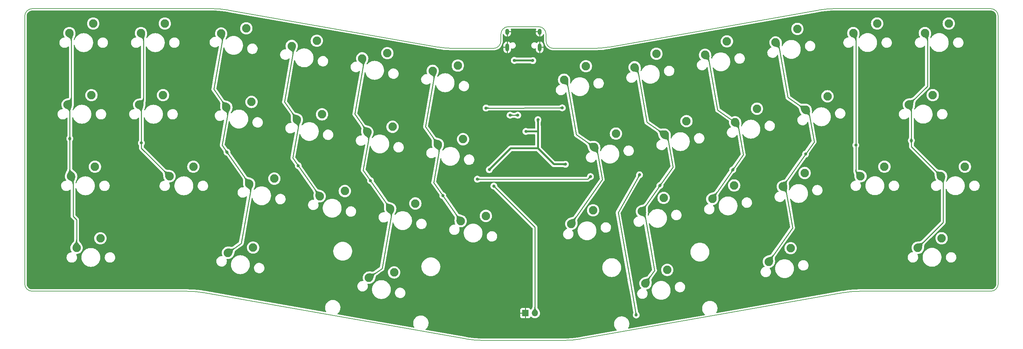
<source format=gbr>
G04 #@! TF.GenerationSoftware,KiCad,Pcbnew,6.0.5-a6ca702e91~116~ubuntu20.04.1*
G04 #@! TF.CreationDate,2022-06-01T09:33:51+02:00*
G04 #@! TF.ProjectId,3liza,336c697a-612e-46b6-9963-61645f706362,rev?*
G04 #@! TF.SameCoordinates,Original*
G04 #@! TF.FileFunction,Copper,L1,Top*
G04 #@! TF.FilePolarity,Positive*
%FSLAX46Y46*%
G04 Gerber Fmt 4.6, Leading zero omitted, Abs format (unit mm)*
G04 Created by KiCad (PCBNEW 6.0.5-a6ca702e91~116~ubuntu20.04.1) date 2022-06-01 09:33:51*
%MOMM*%
%LPD*%
G01*
G04 APERTURE LIST*
G04 #@! TA.AperFunction,Profile*
%ADD10C,0.200000*%
G04 #@! TD*
G04 #@! TA.AperFunction,ComponentPad*
%ADD11C,2.250000*%
G04 #@! TD*
G04 #@! TA.AperFunction,ComponentPad*
%ADD12R,1.700000X1.700000*%
G04 #@! TD*
G04 #@! TA.AperFunction,ComponentPad*
%ADD13O,1.700000X1.700000*%
G04 #@! TD*
G04 #@! TA.AperFunction,ComponentPad*
%ADD14O,1.000000X2.100000*%
G04 #@! TD*
G04 #@! TA.AperFunction,ComponentPad*
%ADD15O,1.000000X1.600000*%
G04 #@! TD*
G04 #@! TA.AperFunction,ViaPad*
%ADD16C,0.800000*%
G04 #@! TD*
G04 #@! TA.AperFunction,Conductor*
%ADD17C,0.500000*%
G04 #@! TD*
G04 #@! TA.AperFunction,Conductor*
%ADD18C,0.250000*%
G04 #@! TD*
G04 APERTURE END LIST*
D10*
X161176369Y-72788356D02*
X171570538Y-72788357D01*
X20472284Y-135409792D02*
X20472281Y-64209790D01*
X149176370Y-66988370D02*
G75*
G03*
X147176370Y-68988357I30J-2000030D01*
G01*
X235938988Y-62209792D02*
X277502783Y-62209794D01*
X130267347Y-72393357D02*
G75*
G03*
X134782198Y-72788356I4514853J25604957D01*
G01*
X235938988Y-62209789D02*
G75*
G03*
X231771433Y-62574406I12J-23999911D01*
G01*
X22472283Y-62209795D02*
X70413751Y-62209792D01*
X149176370Y-66988357D02*
X157176369Y-66988356D01*
X279502806Y-64209792D02*
G75*
G03*
X277502783Y-62209794I-2000006J-8D01*
G01*
X159176444Y-70788357D02*
G75*
G03*
X161176369Y-72788356I1999956J-43D01*
G01*
X22472283Y-62209781D02*
G75*
G03*
X20472281Y-64209790I17J-2000019D01*
G01*
X74581306Y-62574403D02*
X130267347Y-72393357D01*
X137930137Y-150104594D02*
X68174476Y-137804790D01*
X164255046Y-150469218D02*
G75*
G03*
X168422602Y-150104596I-46J24000018D01*
G01*
X74581305Y-62574410D02*
G75*
G03*
X70413751Y-62209792I-4167605J-23635690D01*
G01*
X279502781Y-64209792D02*
X279502782Y-135409792D01*
X242693115Y-137409791D02*
G75*
G03*
X238178261Y-137804790I-15J-25999809D01*
G01*
X20472308Y-135409792D02*
G75*
G03*
X22472282Y-137409792I1999992J-8D01*
G01*
X277502783Y-137409782D02*
G75*
G03*
X279502782Y-135409792I17J1999982D01*
G01*
X68174476Y-137804790D02*
G75*
G03*
X63659623Y-137409795I-4514876J-25605510D01*
G01*
X176085394Y-72393358D02*
X231771433Y-62574406D01*
X145176368Y-72788370D02*
G75*
G03*
X147176370Y-70788358I32J1999970D01*
G01*
X277502783Y-137409795D02*
X242693115Y-137409794D01*
X238178261Y-137804790D02*
X168422602Y-150104596D01*
X147176370Y-70788358D02*
X147176370Y-68988357D01*
X164255046Y-150469211D02*
X142097693Y-150469210D01*
X171570538Y-72788364D02*
G75*
G03*
X176085394Y-72393358I-38J25999964D01*
G01*
X159176344Y-68988358D02*
G75*
G03*
X157176369Y-66988356I-1999944J58D01*
G01*
X159176365Y-68988358D02*
X159176369Y-70788357D01*
X63659623Y-137409795D02*
X22472282Y-137409792D01*
X134782198Y-72788356D02*
X145176368Y-72788354D01*
X137930138Y-150104589D02*
G75*
G03*
X142097693Y-150469210I4167562J23634989D01*
G01*
D11*
G04 #@! TO.P,MX22,1,COL*
G04 #@! TO.N,col9*
X228255469Y-89132068D03*
G04 #@! TO.P,MX22,2,ROW*
G04 #@! TO.N,Net-(D11-Pad3)*
X234067932Y-85527990D03*
G04 #@! TD*
G04 #@! TO.P,MX39,1,COL*
G04 #@! TO.N,col7*
X185624922Y-135336737D03*
G04 #@! TO.P,MX39,2,ROW*
G04 #@! TO.N,Net-(D20-Pad3)*
X191437385Y-131732659D03*
G04 #@! TD*
G04 #@! TO.P,MX30,1,COL*
G04 #@! TO.N,col6*
X165901408Y-119470648D03*
G04 #@! TO.P,MX30,2,ROW*
G04 #@! TO.N,Net-(D16-Pad2)*
X171713871Y-115866570D03*
G04 #@! TD*
G04 #@! TO.P,MX27,1,COL*
G04 #@! TO.N,col3*
X98953199Y-112140512D03*
G04 #@! TO.P,MX27,2,ROW*
G04 #@! TO.N,Net-(D14-Pad3)*
X105647794Y-110741766D03*
G04 #@! TD*
G04 #@! TO.P,MX13,1,COL*
G04 #@! TO.N,col0*
X31870431Y-87761443D03*
G04 #@! TO.P,MX13,2,ROW*
G04 #@! TO.N,Net-(D7-Pad2)*
X38220431Y-85221443D03*
G04 #@! TD*
G04 #@! TO.P,MX40,1,COL*
G04 #@! TO.N,col9*
X218455952Y-129547742D03*
G04 #@! TO.P,MX40,2,ROW*
G04 #@! TO.N,Net-(D21-Pad2)*
X224268415Y-125943664D03*
G04 #@! TD*
G04 #@! TO.P,MX11,1,COL*
G04 #@! TO.N,col10*
X240946485Y-68694792D03*
G04 #@! TO.P,MX11,2,ROW*
G04 #@! TO.N,Net-(D6-Pad2)*
X247296485Y-66154792D03*
G04 #@! TD*
G04 #@! TO.P,MX36,1,COL*
G04 #@! TO.N,col0*
X34255733Y-125863843D03*
G04 #@! TO.P,MX36,2,ROW*
G04 #@! TO.N,Net-(D19-Pad2)*
X40605733Y-123323843D03*
G04 #@! TD*
G04 #@! TO.P,MX26,1,COL*
G04 #@! TO.N,col2*
X80192611Y-108832514D03*
G04 #@! TO.P,MX26,2,ROW*
G04 #@! TO.N,Net-(D14-Pad2)*
X86887206Y-107433768D03*
G04 #@! TD*
G04 #@! TO.P,MX14,1,COL*
G04 #@! TO.N,col1*
X50920434Y-87761442D03*
G04 #@! TO.P,MX14,2,ROW*
G04 #@! TO.N,Net-(D7-Pad3)*
X57270434Y-85221442D03*
G04 #@! TD*
G04 #@! TO.P,MX31,1,COL*
G04 #@! TO.N,col7*
X184661999Y-116162649D03*
G04 #@! TO.P,MX31,2,ROW*
G04 #@! TO.N,Net-(D16-Pad3)*
X190474462Y-112558571D03*
G04 #@! TD*
G04 #@! TO.P,MX15,1,COL*
G04 #@! TO.N,col2*
X74120315Y-88417931D03*
G04 #@! TO.P,MX15,2,ROW*
G04 #@! TO.N,Net-(D8-Pad2)*
X80814910Y-87019185D03*
G04 #@! TD*
G04 #@! TO.P,MX21,1,COL*
G04 #@! TO.N,col8*
X209494879Y-92440065D03*
G04 #@! TO.P,MX21,2,ROW*
G04 #@! TO.N,Net-(D11-Pad2)*
X215307342Y-88835987D03*
G04 #@! TD*
G04 #@! TO.P,MX33,1,COL*
G04 #@! TO.N,col9*
X222183173Y-109546655D03*
G04 #@! TO.P,MX33,2,ROW*
G04 #@! TO.N,Net-(D17-Pad3)*
X227995636Y-105942577D03*
G04 #@! TD*
G04 #@! TO.P,MX37,1,COL*
G04 #@! TO.N,col2*
X74539543Y-127179603D03*
G04 #@! TO.P,MX37,2,ROW*
G04 #@! TO.N,Net-(D19-Pad3)*
X81234138Y-125780857D03*
G04 #@! TD*
G04 #@! TO.P,MX23,1,COL*
G04 #@! TO.N,col11*
X255722932Y-87744793D03*
G04 #@! TO.P,MX23,2,ROW*
G04 #@! TO.N,Net-(D12-Pad3)*
X262072932Y-85204793D03*
G04 #@! TD*
G04 #@! TO.P,MX5,1,COL*
G04 #@! TO.N,col4*
X110259343Y-75446336D03*
G04 #@! TO.P,MX5,2,ROW*
G04 #@! TO.N,Net-(D3-Pad2)*
X116953938Y-74047590D03*
G04 #@! TD*
G04 #@! TO.P,MX9,1,COL*
G04 #@! TO.N,col8*
X201496737Y-74506476D03*
G04 #@! TO.P,MX9,2,ROW*
G04 #@! TO.N,Net-(D5-Pad2)*
X207309200Y-70902398D03*
G04 #@! TD*
G04 #@! TO.P,MX19,1,COL*
G04 #@! TO.N,col6*
X171973707Y-99056062D03*
G04 #@! TO.P,MX19,2,ROW*
G04 #@! TO.N,Net-(D10-Pad2)*
X177786170Y-95451984D03*
G04 #@! TD*
G04 #@! TO.P,MX18,1,COL*
G04 #@! TO.N,col5*
X130402079Y-98341921D03*
G04 #@! TO.P,MX18,2,ROW*
G04 #@! TO.N,Net-(D9-Pad3)*
X137096674Y-96943175D03*
G04 #@! TD*
G04 #@! TO.P,MX24,1,COL*
G04 #@! TO.N,col0*
X32803884Y-106811443D03*
G04 #@! TO.P,MX24,2,ROW*
G04 #@! TO.N,Net-(D13-Pad2)*
X39153884Y-104271443D03*
G04 #@! TD*
G04 #@! TO.P,MX10,1,COL*
G04 #@! TO.N,col9*
X220257323Y-71198478D03*
G04 #@! TO.P,MX10,2,ROW*
G04 #@! TO.N,Net-(D5-Pad3)*
X226069786Y-67594400D03*
G04 #@! TD*
G04 #@! TO.P,MX16,1,COL*
G04 #@! TO.N,col3*
X92880905Y-91725925D03*
G04 #@! TO.P,MX16,2,ROW*
G04 #@! TO.N,Net-(D8-Pad3)*
X99575500Y-90327179D03*
G04 #@! TD*
G04 #@! TO.P,MX17,1,COL*
G04 #@! TO.N,col4*
X111641491Y-95033922D03*
G04 #@! TO.P,MX17,2,ROW*
G04 #@! TO.N,Net-(D9-Pad2)*
X118336086Y-93635176D03*
G04 #@! TD*
G04 #@! TO.P,MX29,1,COL*
G04 #@! TO.N,col5*
X136474376Y-118756508D03*
G04 #@! TO.P,MX29,2,ROW*
G04 #@! TO.N,Net-(D15-Pad3)*
X143168971Y-117357762D03*
G04 #@! TD*
G04 #@! TO.P,MX28,1,COL*
G04 #@! TO.N,col4*
X117713787Y-115448510D03*
G04 #@! TO.P,MX28,2,ROW*
G04 #@! TO.N,Net-(D15-Pad2)*
X124408382Y-114049764D03*
G04 #@! TD*
G04 #@! TO.P,MX34,1,COL*
G04 #@! TO.N,col10*
X242870534Y-106794791D03*
G04 #@! TO.P,MX34,2,ROW*
G04 #@! TO.N,Net-(D18-Pad2)*
X249220534Y-104254791D03*
G04 #@! TD*
G04 #@! TO.P,MX7,1,COL*
G04 #@! TO.N,col6*
X163975561Y-81122472D03*
G04 #@! TO.P,MX7,2,ROW*
G04 #@! TO.N,Net-(D4-Pad2)*
X169788024Y-77518394D03*
G04 #@! TD*
G04 #@! TO.P,MX6,1,COL*
G04 #@! TO.N,col5*
X129019929Y-78754334D03*
G04 #@! TO.P,MX6,2,ROW*
G04 #@! TO.N,Net-(D3-Pad3)*
X135714524Y-77355588D03*
G04 #@! TD*
G04 #@! TO.P,MX4,1,COL*
G04 #@! TO.N,col3*
X91498754Y-72138338D03*
G04 #@! TO.P,MX4,2,ROW*
G04 #@! TO.N,Net-(D2-Pad3)*
X98193349Y-70739592D03*
G04 #@! TD*
G04 #@! TO.P,MX25,1,COL*
G04 #@! TO.N,col1*
X58997633Y-106811442D03*
G04 #@! TO.P,MX25,2,ROW*
G04 #@! TO.N,Net-(D13-Pad3)*
X65347633Y-104271442D03*
G04 #@! TD*
G04 #@! TO.P,MX3,1,COL*
G04 #@! TO.N,col2*
X72738167Y-68830342D03*
G04 #@! TO.P,MX3,2,ROW*
G04 #@! TO.N,Net-(D2-Pad2)*
X79432762Y-67431596D03*
G04 #@! TD*
G04 #@! TO.P,MX32,1,COL*
G04 #@! TO.N,col8*
X203422585Y-112854653D03*
G04 #@! TO.P,MX32,2,ROW*
G04 #@! TO.N,Net-(D17-Pad2)*
X209235048Y-109250575D03*
G04 #@! TD*
G04 #@! TO.P,MX2,1,COL*
G04 #@! TO.N,col1*
X51400631Y-68711443D03*
G04 #@! TO.P,MX2,2,ROW*
G04 #@! TO.N,Net-(D1-Pad3)*
X57750631Y-66171443D03*
G04 #@! TD*
G04 #@! TO.P,MX1,1,COL*
G04 #@! TO.N,col0*
X32350631Y-68711442D03*
G04 #@! TO.P,MX1,2,ROW*
G04 #@! TO.N,Net-(D1-Pad2)*
X38700631Y-66171442D03*
G04 #@! TD*
G04 #@! TO.P,MX38,1,COL*
G04 #@! TO.N,col4*
X112060717Y-133795597D03*
G04 #@! TO.P,MX38,2,ROW*
G04 #@! TO.N,Net-(D20-Pad2)*
X118755312Y-132396851D03*
G04 #@! TD*
G04 #@! TO.P,MX41,1,COL*
G04 #@! TO.N,col11*
X258085134Y-125844792D03*
G04 #@! TO.P,MX41,2,ROW*
G04 #@! TO.N,Net-(D21-Pad3)*
X264435134Y-123304792D03*
G04 #@! TD*
G04 #@! TO.P,MX20,1,COL*
G04 #@! TO.N,col7*
X190734294Y-95748064D03*
G04 #@! TO.P,MX20,2,ROW*
G04 #@! TO.N,Net-(D10-Pad3)*
X196546757Y-92143986D03*
G04 #@! TD*
G04 #@! TO.P,MX8,1,COL*
G04 #@! TO.N,col7*
X182736148Y-77814472D03*
G04 #@! TO.P,MX8,2,ROW*
G04 #@! TO.N,Net-(D4-Pad3)*
X188548611Y-74210394D03*
G04 #@! TD*
G04 #@! TO.P,MX12,1,COL*
G04 #@! TO.N,col11*
X259996484Y-68694791D03*
G04 #@! TO.P,MX12,2,ROW*
G04 #@! TO.N,Net-(D6-Pad3)*
X266346484Y-66154791D03*
G04 #@! TD*
G04 #@! TO.P,MX35,1,COL*
G04 #@! TO.N,col11*
X264282733Y-106794792D03*
G04 #@! TO.P,MX35,2,ROW*
G04 #@! TO.N,Net-(D18-Pad3)*
X270632733Y-104254792D03*
G04 #@! TD*
D12*
G04 #@! TO.P,RESET,1,1*
G04 #@! TO.N,GND*
X153679004Y-143230695D03*
D13*
G04 #@! TO.P,RESET,2,2*
G04 #@! TO.N,Net-(R6-Pad1)*
X156219004Y-143230695D03*
G04 #@! TD*
D14*
G04 #@! TO.P,USB1,S1,SHIELD*
G04 #@! TO.N,GND*
X148863131Y-72510591D03*
D15*
X157503131Y-68330591D03*
X148863131Y-68330591D03*
D14*
X157503131Y-72510591D03*
G04 #@! TD*
D16*
G04 #@! TO.N,+5V*
X157022800Y-91744800D03*
X164338772Y-103623178D03*
X153823171Y-94885579D03*
X144069572Y-105045579D03*
G04 #@! TO.N,GND*
X162357572Y-111801979D03*
G04 #@! TO.N,row0*
X163501449Y-88606670D03*
X143206132Y-88649556D03*
G04 #@! TO.N,row1*
X171005863Y-106886670D03*
X140898698Y-107586571D03*
G04 #@! TO.N,row3*
X184049807Y-106417813D03*
X183180413Y-143709538D03*
G04 #@! TO.N,VCC*
X150737605Y-75971495D03*
X155665205Y-76022295D03*
G04 #@! TO.N,col0*
X32461972Y-96774772D03*
G04 #@! TO.N,col1*
X51511972Y-97933578D03*
G04 #@! TO.N,col2*
X74290181Y-100402969D03*
G04 #@! TO.N,col3*
X93251174Y-103997176D03*
G04 #@! TO.N,col4*
X112484145Y-107979807D03*
G04 #@! TO.N,col5*
X131717115Y-111962436D03*
G04 #@! TO.N,col7*
X189490140Y-109267347D03*
G04 #@! TO.N,col8*
X208869561Y-105075566D03*
G04 #@! TO.N,col9*
X228228059Y-100913665D03*
G04 #@! TO.N,col10*
X241605572Y-98543179D03*
G04 #@! TO.N,col11*
X256388371Y-97282771D03*
G04 #@! TO.N,Net-(R3-Pad2)*
X151645469Y-90566227D03*
X149604870Y-90557629D03*
G04 #@! TO.N,Net-(R6-Pad1)*
X145288772Y-109414379D03*
G04 #@! TD*
D17*
G04 #@! TO.N,+5V*
X161281178Y-103623178D02*
X164338772Y-103623178D01*
X149749580Y-99365571D02*
X144069572Y-105045579D01*
X157023572Y-94783979D02*
X157023571Y-96307979D01*
X157023571Y-96307979D02*
X157023571Y-99365571D01*
X153823171Y-94885579D02*
X156921972Y-94885579D01*
X157023571Y-99365571D02*
X161281178Y-103623178D01*
X156921972Y-94885579D02*
X157023572Y-94783979D01*
X157023571Y-99365571D02*
X149749580Y-99365571D01*
X157022800Y-91744800D02*
X157023572Y-94783979D01*
D18*
G04 #@! TO.N,row0*
X143206132Y-88649556D02*
X163501449Y-88606670D01*
G04 #@! TO.N,row1*
X170305962Y-107586571D02*
X171005863Y-106886670D01*
X140898698Y-107586571D02*
X170305962Y-107586571D01*
G04 #@! TO.N,row3*
X183180413Y-143709538D02*
X181509172Y-134306379D01*
X178359572Y-116424779D02*
X184049807Y-106417813D01*
X181509172Y-134306379D02*
X178359572Y-116424779D01*
D17*
G04 #@! TO.N,VCC*
X155665205Y-76022295D02*
X150788403Y-76022296D01*
X150788403Y-76022296D02*
X150737605Y-75971495D01*
D18*
G04 #@! TO.N,col0*
X34255733Y-118370939D02*
X33325572Y-117440778D01*
X33325572Y-117440778D02*
X33325572Y-107333131D01*
X31870432Y-87842438D02*
X32461972Y-88433978D01*
X32350631Y-68711442D02*
X32868371Y-69229184D01*
X32461972Y-88433978D02*
X32461972Y-96774772D01*
X32461972Y-106469532D02*
X32803884Y-106811444D01*
X31870431Y-87761443D02*
X31870432Y-87842438D01*
X34255733Y-125863843D02*
X34255733Y-118370939D01*
X33325572Y-107333131D02*
X32803884Y-106811444D01*
X32803884Y-106811444D02*
X32754636Y-106811445D01*
X32868372Y-86249579D02*
X31870431Y-87247518D01*
X32754636Y-106811445D02*
X32360372Y-106417179D01*
X31870431Y-87247518D02*
X31870431Y-87761443D01*
X32868371Y-69229184D02*
X32868372Y-86249579D01*
X32461972Y-96774772D02*
X32461972Y-106469532D01*
G04 #@! TO.N,col1*
X51511970Y-99325782D02*
X51511971Y-88352978D01*
X51511971Y-88352978D02*
X50920434Y-87761441D01*
X50920434Y-87761441D02*
X52070771Y-86611103D01*
X52070771Y-69381586D02*
X51400631Y-68711443D01*
X58997633Y-106811443D02*
X51511970Y-99325782D01*
X52070771Y-86611103D02*
X52070771Y-69381586D01*
G04 #@! TO.N,col2*
X70771870Y-83635854D02*
X73252868Y-69565412D01*
X74539543Y-127179602D02*
X78077321Y-124702423D01*
X74290181Y-100402969D02*
X72991319Y-98548005D01*
X78077321Y-124702423D02*
X80738221Y-109611721D01*
X73252868Y-69565412D02*
X72738167Y-68830343D01*
X74645320Y-89167713D02*
X74120312Y-88417928D01*
X72991319Y-98548005D02*
X74645320Y-89167713D01*
X80192611Y-108832514D02*
X74290181Y-100402969D01*
X74120312Y-88417928D02*
X70771870Y-83635854D01*
G04 #@! TO.N,col3*
X89573665Y-87002696D02*
X92054663Y-72932259D01*
X91793115Y-101914853D02*
X93447113Y-92534555D01*
X92880904Y-91725926D02*
X89573665Y-87002696D01*
X93447113Y-92534555D02*
X92880904Y-91725926D01*
X98953200Y-112140513D02*
X91793115Y-101914853D01*
X92054663Y-72932259D02*
X91498753Y-72138335D01*
G04 #@! TO.N,col4*
X111641491Y-95033922D02*
X108293045Y-90251850D01*
X112060718Y-133795598D02*
X115539647Y-131359624D01*
X115539647Y-131359624D02*
X118218187Y-116168869D01*
X117713786Y-115448510D02*
X110512495Y-105164001D01*
X110512495Y-105164001D02*
X112166494Y-95783707D01*
X108293045Y-90251850D02*
X110774045Y-76181407D01*
X110774045Y-76181407D02*
X110259344Y-75446337D01*
X118218187Y-116168869D02*
X117713786Y-115448510D01*
G04 #@! TO.N,col5*
X136474376Y-118756509D02*
X129273084Y-108471997D01*
X129575839Y-79548257D02*
X129019928Y-78754335D01*
X129273084Y-108471997D02*
X130927083Y-99091705D01*
X130927083Y-99091705D02*
X130402079Y-98341921D01*
X127094840Y-93618696D02*
X129575839Y-79548257D01*
X130402079Y-98341921D02*
X127094840Y-93618696D01*
G04 #@! TO.N,col6*
X172728342Y-99584464D02*
X171973707Y-99056063D01*
X171973707Y-99056063D02*
X167255334Y-95752221D01*
X164774335Y-81681779D02*
X163975560Y-81122472D01*
X174156106Y-107681716D02*
X172728342Y-99584464D01*
X165901409Y-119470647D02*
X174156106Y-107681716D01*
X167255334Y-95752221D02*
X164774335Y-81681779D01*
G04 #@! TO.N,col7*
X192957900Y-104314870D02*
X189490140Y-109267347D01*
X184661999Y-116162648D02*
X189490140Y-109267347D01*
X185387209Y-116670446D02*
X184661999Y-116162648D01*
X190734294Y-95748064D02*
X191547779Y-96317673D01*
X186015920Y-92444223D02*
X183534923Y-78373782D01*
X185624922Y-135336736D02*
X188064294Y-131852952D01*
X190734294Y-95748064D02*
X186015920Y-92444223D01*
X188064294Y-131852952D02*
X185387209Y-116670446D01*
X191547779Y-96317673D02*
X192957900Y-104314870D01*
X183534923Y-78373782D02*
X182736148Y-77814474D01*
G04 #@! TO.N,col8*
X204835358Y-89177431D02*
X210249517Y-92968468D01*
X210249517Y-92968468D02*
X211677282Y-101065723D01*
X203422586Y-112854653D02*
X208869561Y-105075566D01*
X201496736Y-74506476D02*
X202354360Y-75106992D01*
X211677282Y-101065723D02*
X208869561Y-105075566D01*
X202354360Y-75106992D02*
X204835358Y-89177431D01*
G04 #@! TO.N,col9*
X230520284Y-97640027D02*
X229127804Y-89742885D01*
X228255469Y-89132069D02*
X223537096Y-85828229D01*
X222183171Y-109546655D02*
X230520284Y-97640027D01*
X221056099Y-71757786D02*
X220257323Y-71198478D01*
X224799678Y-120487961D02*
X222967235Y-110095661D01*
X223537096Y-85828229D02*
X221056099Y-71757786D01*
X229127804Y-89742885D02*
X228255469Y-89132069D01*
X222967235Y-110095661D02*
X222183171Y-109546655D01*
X218455952Y-129547741D02*
X224799678Y-120487961D01*
G04 #@! TO.N,col10*
X241605571Y-105529831D02*
X241605572Y-69353880D01*
X242870534Y-106794792D02*
X241605571Y-105529831D01*
X241605572Y-69353880D02*
X240946484Y-68694792D01*
G04 #@! TO.N,col11*
X264871972Y-119057955D02*
X264871972Y-107384031D01*
X258085134Y-125844792D02*
X264871972Y-119057955D01*
X256388371Y-96561979D02*
X256388372Y-88410233D01*
X264282734Y-106794790D02*
X256388371Y-98900429D01*
X256388371Y-97282771D02*
X256388371Y-96561979D01*
X256388371Y-98900429D02*
X256388371Y-97282771D01*
X255722932Y-87744793D02*
X260655572Y-82812153D01*
X264871972Y-107384031D02*
X264282734Y-106794790D01*
X260655572Y-82812153D02*
X260655572Y-69353878D01*
X260655572Y-69353878D02*
X259996484Y-68694791D01*
X256388372Y-88410233D02*
X255722932Y-87744793D01*
G04 #@! TO.N,Net-(R3-Pad2)*
X151636871Y-90557627D02*
X151645469Y-90566227D01*
X149604870Y-90557629D02*
X151636871Y-90557627D01*
G04 #@! TO.N,Net-(R6-Pad1)*
X156219004Y-120344611D02*
X156219002Y-143230692D01*
X145288772Y-109414379D02*
X156219004Y-120344611D01*
G04 #@! TD*
G04 #@! TA.AperFunction,Conductor*
G04 #@! TO.N,+5V*
G36*
X157031185Y-91553568D02*
G01*
X157377291Y-91913292D01*
X157380558Y-91921630D01*
X157379473Y-91926329D01*
X157355490Y-91978016D01*
X157333050Y-92032334D01*
X157315046Y-92083973D01*
X157300998Y-92134890D01*
X157290429Y-92187040D01*
X157282859Y-92242378D01*
X157277809Y-92302861D01*
X157274802Y-92370444D01*
X157274800Y-92370559D01*
X157273358Y-92447083D01*
X157273048Y-92523086D01*
X157269587Y-92531345D01*
X157261351Y-92534738D01*
X157023000Y-92534799D01*
X156784650Y-92534859D01*
X156776376Y-92531434D01*
X156772947Y-92523213D01*
X156772947Y-92523086D01*
X156772597Y-92447211D01*
X156771114Y-92370572D01*
X156771103Y-92370314D01*
X156768077Y-92303088D01*
X156768073Y-92302990D01*
X156762993Y-92242510D01*
X156755395Y-92187176D01*
X156744799Y-92135031D01*
X156744707Y-92134695D01*
X156730774Y-92084295D01*
X156730772Y-92084290D01*
X156730726Y-92084122D01*
X156712696Y-92032491D01*
X156712631Y-92032334D01*
X156712627Y-92032323D01*
X156690287Y-91978327D01*
X156690283Y-91978318D01*
X156690228Y-91978185D01*
X156679377Y-91954830D01*
X156666220Y-91926510D01*
X156665842Y-91917563D01*
X156668396Y-91913472D01*
X156772829Y-91804819D01*
X157014320Y-91553572D01*
X157022522Y-91549982D01*
X157031185Y-91553568D01*
G37*
G04 #@! TD.AperFunction*
G04 #@! TD*
G04 #@! TA.AperFunction,Conductor*
G04 #@! TO.N,col10*
G36*
X240631801Y-68241806D02*
G01*
X242062967Y-68692112D01*
X242069830Y-68697864D01*
X242071147Y-68703715D01*
X242061956Y-68947027D01*
X242061879Y-68947994D01*
X242036087Y-69160554D01*
X242035930Y-69161510D01*
X241997926Y-69345634D01*
X241997742Y-69346396D01*
X241951538Y-69512958D01*
X241951426Y-69513337D01*
X241901027Y-69673122D01*
X241850572Y-69836581D01*
X241850549Y-69836668D01*
X241850545Y-69836683D01*
X241848821Y-69843290D01*
X241804208Y-70014212D01*
X241766025Y-70216689D01*
X241740116Y-70454686D01*
X241740108Y-70454925D01*
X241730951Y-70727572D01*
X241727249Y-70735725D01*
X241719258Y-70738879D01*
X241603333Y-70738878D01*
X241491487Y-70738878D01*
X241483214Y-70735451D01*
X241479815Y-70727989D01*
X241466448Y-70535722D01*
X241466447Y-70535718D01*
X241466412Y-70535209D01*
X241425467Y-70370949D01*
X241360035Y-70239495D01*
X241272414Y-70134246D01*
X241271947Y-70133874D01*
X241271943Y-70133870D01*
X241165240Y-70048866D01*
X241165236Y-70048863D01*
X241164903Y-70048598D01*
X241164537Y-70048386D01*
X241164532Y-70048382D01*
X241040008Y-69976073D01*
X241039800Y-69975952D01*
X240899405Y-69909704D01*
X240746016Y-69843253D01*
X240582174Y-69770106D01*
X240581693Y-69769878D01*
X240416985Y-69687121D01*
X240411131Y-69680344D01*
X240410659Y-69674990D01*
X240616715Y-68251292D01*
X240621291Y-68243595D01*
X240629970Y-68241389D01*
X240631801Y-68241806D01*
G37*
G04 #@! TD.AperFunction*
G04 #@! TD*
G04 #@! TA.AperFunction,Conductor*
G04 #@! TO.N,col3*
G36*
X93299233Y-91574226D02*
G01*
X93980760Y-91917226D01*
X93986609Y-91924006D01*
X93986946Y-91930100D01*
X93937448Y-92163978D01*
X93937236Y-92164826D01*
X93878386Y-92366953D01*
X93878110Y-92367782D01*
X93813429Y-92540677D01*
X93813161Y-92541333D01*
X93768846Y-92640931D01*
X93744296Y-92696106D01*
X93744152Y-92696416D01*
X93672795Y-92843995D01*
X93600767Y-92995113D01*
X93600716Y-92995231D01*
X93600706Y-92995254D01*
X93529981Y-93160322D01*
X93529902Y-93160507D01*
X93461957Y-93351071D01*
X93398692Y-93577698D01*
X93398655Y-93577875D01*
X93398654Y-93577880D01*
X93344175Y-93840168D01*
X93339137Y-93847572D01*
X93330688Y-93849311D01*
X93181024Y-93822921D01*
X93106397Y-93809762D01*
X93098845Y-93804951D01*
X93096792Y-93797031D01*
X93116132Y-93610852D01*
X93116187Y-93610326D01*
X93103772Y-93446034D01*
X93061764Y-93309224D01*
X92993504Y-93194123D01*
X92993093Y-93193676D01*
X92993090Y-93193672D01*
X92902631Y-93095281D01*
X92902335Y-93094959D01*
X92791598Y-93005962D01*
X92791382Y-93005818D01*
X92791371Y-93005810D01*
X92664739Y-92921427D01*
X92664726Y-92921419D01*
X92664635Y-92921358D01*
X92664561Y-92921312D01*
X92664540Y-92921299D01*
X92524852Y-92835414D01*
X92524790Y-92835376D01*
X92375592Y-92742363D01*
X92375203Y-92742109D01*
X92308209Y-92696443D01*
X92226769Y-92640931D01*
X92221863Y-92633439D01*
X92222096Y-92628095D01*
X92390547Y-92029266D01*
X92390547Y-92029265D01*
X92391177Y-92027025D01*
X92615366Y-91230048D01*
X93299233Y-91574226D01*
G37*
G04 #@! TD.AperFunction*
G04 #@! TD*
G04 #@! TA.AperFunction,Conductor*
G04 #@! TO.N,col11*
G36*
X257229830Y-86076784D02*
G01*
X257390941Y-86237895D01*
X257394368Y-86246168D01*
X257391380Y-86253977D01*
X257220405Y-86444717D01*
X257214092Y-86453977D01*
X257104796Y-86614282D01*
X257095541Y-86627856D01*
X257013873Y-86800074D01*
X256965090Y-86966303D01*
X256938882Y-87131473D01*
X256938864Y-87131693D01*
X256938863Y-87131700D01*
X256924942Y-87300484D01*
X256924940Y-87300513D01*
X256924938Y-87300546D01*
X256924936Y-87300567D01*
X256912968Y-87478133D01*
X256912929Y-87478581D01*
X256892659Y-87669476D01*
X256892528Y-87670375D01*
X256853711Y-87879591D01*
X256853442Y-87880721D01*
X256785625Y-88113990D01*
X255325185Y-88142540D01*
X255333565Y-87713862D01*
X255333566Y-87713852D01*
X255353567Y-86690703D01*
X255357155Y-86682499D01*
X255361998Y-86679698D01*
X255587003Y-86614282D01*
X255588133Y-86614013D01*
X255797352Y-86575196D01*
X255798245Y-86575065D01*
X255989148Y-86554795D01*
X255989586Y-86554756D01*
X256029357Y-86552076D01*
X256167157Y-86542788D01*
X256167178Y-86542786D01*
X256167211Y-86542784D01*
X256167240Y-86542782D01*
X256336024Y-86528861D01*
X256336031Y-86528860D01*
X256336251Y-86528842D01*
X256501421Y-86502634D01*
X256667650Y-86453851D01*
X256839868Y-86372183D01*
X257023007Y-86247319D01*
X257213748Y-86076345D01*
X257222195Y-86073374D01*
X257229830Y-86076784D01*
G37*
G04 #@! TD.AperFunction*
G04 #@! TD*
G04 #@! TA.AperFunction,Conductor*
G04 #@! TO.N,col2*
G36*
X79014166Y-106930534D02*
G01*
X79172319Y-107132034D01*
X79172585Y-107132294D01*
X79172590Y-107132299D01*
X79319404Y-107275498D01*
X79330994Y-107286802D01*
X79331364Y-107287065D01*
X79331368Y-107287068D01*
X79420320Y-107350214D01*
X79486414Y-107397135D01*
X79641647Y-107474043D01*
X79642009Y-107474168D01*
X79642012Y-107474169D01*
X79698927Y-107493784D01*
X79799756Y-107528534D01*
X79799984Y-107528594D01*
X79799991Y-107528596D01*
X79859563Y-107544241D01*
X79963807Y-107571618D01*
X79963860Y-107571631D01*
X80136665Y-107614256D01*
X80137100Y-107614373D01*
X80321557Y-107667477D01*
X80322420Y-107667762D01*
X80521715Y-107742319D01*
X80522783Y-107742780D01*
X80733015Y-107846276D01*
X80738922Y-107853004D01*
X80739406Y-107858577D01*
X80515247Y-109293287D01*
X79692020Y-109131478D01*
X79090395Y-109013227D01*
X79082939Y-109008269D01*
X79081021Y-109003013D01*
X79055671Y-108770074D01*
X79055602Y-108768912D01*
X79053705Y-108556116D01*
X79053733Y-108555208D01*
X79066919Y-108363715D01*
X79066958Y-108363267D01*
X79086003Y-108186343D01*
X79086012Y-108186256D01*
X79101635Y-108017363D01*
X79102190Y-107985074D01*
X79104501Y-107850527D01*
X79104501Y-107850520D01*
X79104507Y-107850152D01*
X79104076Y-107846275D01*
X79085382Y-107678440D01*
X79085381Y-107678435D01*
X79085330Y-107677977D01*
X79082444Y-107667477D01*
X79034929Y-107494632D01*
X79034928Y-107494628D01*
X79034808Y-107494193D01*
X78990892Y-107396867D01*
X78943802Y-107292505D01*
X78943798Y-107292497D01*
X78943643Y-107292154D01*
X78943442Y-107291831D01*
X78943439Y-107291825D01*
X78808389Y-107074623D01*
X78806931Y-107065788D01*
X78811614Y-107058861D01*
X78994882Y-106930535D01*
X78998253Y-106928175D01*
X79006995Y-106926237D01*
X79014166Y-106930534D01*
G37*
G04 #@! TD.AperFunction*
G04 #@! TD*
G04 #@! TA.AperFunction,Conductor*
G04 #@! TO.N,col1*
G36*
X52045432Y-87761442D02*
G01*
X52045429Y-87761539D01*
X52034021Y-88019865D01*
X52033915Y-88020997D01*
X52003032Y-88238119D01*
X52002819Y-88239229D01*
X51957314Y-88426835D01*
X51957066Y-88427710D01*
X51901725Y-88597100D01*
X51901569Y-88597546D01*
X51841201Y-88759860D01*
X51780749Y-88925990D01*
X51725198Y-89106788D01*
X51679450Y-89313331D01*
X51648406Y-89556701D01*
X51642717Y-89701600D01*
X51637411Y-89836736D01*
X51633662Y-89844868D01*
X51625720Y-89847977D01*
X51510230Y-89847976D01*
X51397912Y-89847976D01*
X51389639Y-89844549D01*
X51386238Y-89837060D01*
X51372779Y-89636694D01*
X51372779Y-89636693D01*
X51372746Y-89636204D01*
X51331629Y-89465220D01*
X51265956Y-89327890D01*
X51178066Y-89217080D01*
X51177629Y-89216709D01*
X51070614Y-89125927D01*
X51070610Y-89125924D01*
X51070294Y-89125656D01*
X50944978Y-89046484D01*
X50804455Y-88972430D01*
X50651127Y-88896394D01*
X50650999Y-88896329D01*
X50566585Y-88852446D01*
X50487405Y-88811284D01*
X50486859Y-88810981D01*
X50322298Y-88713940D01*
X50316912Y-88706786D01*
X50316809Y-88701373D01*
X50531234Y-87716298D01*
X50531234Y-87716297D01*
X50625694Y-87282345D01*
X52045432Y-87761442D01*
G37*
G04 #@! TD.AperFunction*
G04 #@! TD*
G04 #@! TA.AperFunction,Conductor*
G04 #@! TO.N,col5*
G36*
X129223634Y-96439942D02*
G01*
X129381787Y-96641442D01*
X129382053Y-96641702D01*
X129382058Y-96641707D01*
X129528872Y-96784906D01*
X129540462Y-96796210D01*
X129540832Y-96796473D01*
X129540836Y-96796476D01*
X129629741Y-96859589D01*
X129695883Y-96906543D01*
X129851115Y-96983450D01*
X129851477Y-96983575D01*
X129851480Y-96983576D01*
X129908398Y-97003192D01*
X130009224Y-97037941D01*
X130009452Y-97038001D01*
X130009459Y-97038003D01*
X130069031Y-97053648D01*
X130173275Y-97081025D01*
X130173328Y-97081038D01*
X130346133Y-97123663D01*
X130346568Y-97123780D01*
X130531025Y-97176885D01*
X130531887Y-97177170D01*
X130731182Y-97251726D01*
X130732251Y-97252187D01*
X130942483Y-97355683D01*
X130948390Y-97362411D01*
X130948874Y-97367985D01*
X130822887Y-98174348D01*
X130822888Y-98174350D01*
X130724715Y-98802694D01*
X129887985Y-98638231D01*
X129299863Y-98522634D01*
X129292407Y-98517676D01*
X129290489Y-98512420D01*
X129265139Y-98279481D01*
X129265070Y-98278319D01*
X129263173Y-98065524D01*
X129263201Y-98064616D01*
X129276387Y-97873123D01*
X129276426Y-97872675D01*
X129295471Y-97695751D01*
X129295480Y-97695664D01*
X129311103Y-97526770D01*
X129311658Y-97494481D01*
X129313969Y-97359934D01*
X129313969Y-97359927D01*
X129313975Y-97359559D01*
X129313544Y-97355682D01*
X129294850Y-97187848D01*
X129294849Y-97187843D01*
X129294798Y-97187385D01*
X129277313Y-97123780D01*
X129244397Y-97004040D01*
X129244396Y-97004036D01*
X129244276Y-97003601D01*
X129200360Y-96906275D01*
X129153270Y-96801913D01*
X129153266Y-96801905D01*
X129153111Y-96801562D01*
X129152910Y-96801239D01*
X129152907Y-96801233D01*
X129017857Y-96584031D01*
X129016399Y-96575196D01*
X129021082Y-96568269D01*
X129204350Y-96439943D01*
X129207721Y-96437583D01*
X129216463Y-96435645D01*
X129223634Y-96439942D01*
G37*
G04 #@! TD.AperFunction*
G04 #@! TD*
G04 #@! TA.AperFunction,Conductor*
G04 #@! TO.N,col4*
G36*
X110463045Y-93131943D02*
G01*
X110621198Y-93333443D01*
X110621464Y-93333703D01*
X110621469Y-93333708D01*
X110768283Y-93476907D01*
X110779873Y-93488211D01*
X110780243Y-93488474D01*
X110780247Y-93488477D01*
X110869152Y-93551590D01*
X110935294Y-93598544D01*
X111090526Y-93675451D01*
X111090888Y-93675576D01*
X111090891Y-93675577D01*
X111147809Y-93695193D01*
X111248635Y-93729942D01*
X111248863Y-93730002D01*
X111248870Y-93730004D01*
X111308442Y-93745649D01*
X111412686Y-93773026D01*
X111412739Y-93773039D01*
X111585544Y-93815664D01*
X111585979Y-93815781D01*
X111770436Y-93868886D01*
X111771298Y-93869171D01*
X111970593Y-93943727D01*
X111971662Y-93944188D01*
X112181894Y-94047684D01*
X112187801Y-94054412D01*
X112188285Y-94059985D01*
X111964127Y-95494694D01*
X111127396Y-95330232D01*
X110539275Y-95214636D01*
X110531819Y-95209678D01*
X110529901Y-95204422D01*
X110504551Y-94971483D01*
X110504482Y-94970321D01*
X110502585Y-94757525D01*
X110502613Y-94756617D01*
X110515798Y-94565124D01*
X110515837Y-94564676D01*
X110534882Y-94387752D01*
X110534891Y-94387665D01*
X110550514Y-94218772D01*
X110551069Y-94186483D01*
X110553380Y-94051936D01*
X110553380Y-94051929D01*
X110553386Y-94051561D01*
X110553345Y-94051189D01*
X110534262Y-93879849D01*
X110534261Y-93879844D01*
X110534210Y-93879386D01*
X110516725Y-93815781D01*
X110483809Y-93696041D01*
X110483808Y-93696037D01*
X110483688Y-93695602D01*
X110439772Y-93598276D01*
X110392682Y-93493914D01*
X110392678Y-93493906D01*
X110392523Y-93493563D01*
X110392322Y-93493240D01*
X110392319Y-93493234D01*
X110257268Y-93276032D01*
X110255810Y-93267197D01*
X110260493Y-93260270D01*
X110443761Y-93131944D01*
X110447132Y-93129584D01*
X110455874Y-93127646D01*
X110463045Y-93131943D01*
G37*
G04 #@! TD.AperFunction*
G04 #@! TD*
G04 #@! TA.AperFunction,Conductor*
G04 #@! TO.N,row3*
G36*
X184145906Y-106248346D02*
G01*
X184151663Y-106255747D01*
X184274497Y-106739181D01*
X184273213Y-106748043D01*
X184269507Y-106751889D01*
X184243010Y-106769013D01*
X184210596Y-106789960D01*
X184210095Y-106790265D01*
X184150409Y-106824603D01*
X184150096Y-106824778D01*
X184095204Y-106854091D01*
X184044246Y-106881285D01*
X183996364Y-106909282D01*
X183996180Y-106909410D01*
X183996167Y-106909418D01*
X183950801Y-106940911D01*
X183950794Y-106940916D01*
X183950554Y-106941083D01*
X183905813Y-106979689D01*
X183861138Y-107028100D01*
X183815525Y-107089316D01*
X183815385Y-107089543D01*
X183773900Y-107156736D01*
X183766638Y-107161976D01*
X183758162Y-107160761D01*
X183560458Y-107048342D01*
X183554960Y-107041273D01*
X183555868Y-107032761D01*
X183592523Y-106962512D01*
X183621808Y-106892011D01*
X183633073Y-106854092D01*
X183640478Y-106829168D01*
X183640479Y-106829163D01*
X183640568Y-106828864D01*
X183647400Y-106790265D01*
X183650813Y-106770986D01*
X183650813Y-106770982D01*
X183650868Y-106770674D01*
X183654773Y-106715045D01*
X183654350Y-106659580D01*
X183651663Y-106601883D01*
X183648788Y-106539765D01*
X183648776Y-106539396D01*
X183647765Y-106470503D01*
X183647772Y-106469898D01*
X183650367Y-106399829D01*
X183654098Y-106391688D01*
X183658736Y-106389045D01*
X183975751Y-106295163D01*
X184137001Y-106247410D01*
X184145906Y-106248346D01*
G37*
G04 #@! TD.AperFunction*
G04 #@! TD*
G04 #@! TA.AperFunction,Conductor*
G04 #@! TO.N,col0*
G36*
X33344046Y-106600751D02*
G01*
X33344047Y-106600752D01*
X33920727Y-106808505D01*
X33927349Y-106814533D01*
X33928446Y-106820101D01*
X33919161Y-107003933D01*
X33915523Y-107075965D01*
X33915385Y-107077259D01*
X33879242Y-107298789D01*
X33878964Y-107300050D01*
X33825706Y-107490892D01*
X33825385Y-107491873D01*
X33760612Y-107663760D01*
X33760414Y-107664252D01*
X33697863Y-107809866D01*
X33689727Y-107828806D01*
X33618937Y-107997277D01*
X33553887Y-108180935D01*
X33500316Y-108391291D01*
X33500275Y-108391574D01*
X33500273Y-108391582D01*
X33499421Y-108397408D01*
X33463964Y-108639853D01*
X33463951Y-108640152D01*
X33463950Y-108640158D01*
X33451074Y-108926956D01*
X33447280Y-108935067D01*
X33439386Y-108938131D01*
X33211536Y-108938131D01*
X33203263Y-108934704D01*
X33199861Y-108927189D01*
X33186311Y-108718564D01*
X33186280Y-108718084D01*
X33145008Y-108540211D01*
X33079164Y-108396832D01*
X32991154Y-108280270D01*
X32883385Y-108182845D01*
X32880997Y-108181204D01*
X32758442Y-108097004D01*
X32758263Y-108096881D01*
X32618196Y-108014699D01*
X32465707Y-107928686D01*
X32465435Y-107928527D01*
X32303159Y-107831151D01*
X32302562Y-107830768D01*
X32299681Y-107828792D01*
X32139388Y-107718861D01*
X32134504Y-107711357D01*
X32134780Y-107705916D01*
X32340248Y-107006407D01*
X32544056Y-106312549D01*
X33344046Y-106600751D01*
G37*
G04 #@! TD.AperFunction*
G04 #@! TD*
G04 #@! TA.AperFunction,Conductor*
G04 #@! TO.N,col5*
G36*
X128773325Y-78261455D02*
G01*
X130119821Y-78945615D01*
X130125644Y-78952418D01*
X130125964Y-78958483D01*
X130075940Y-79193366D01*
X130075717Y-79194246D01*
X130015792Y-79396957D01*
X130015502Y-79397815D01*
X129949316Y-79571087D01*
X129949044Y-79571736D01*
X129914298Y-79647953D01*
X129878409Y-79726676D01*
X129878244Y-79727023D01*
X129804968Y-79874708D01*
X129769440Y-79947366D01*
X129731008Y-80025961D01*
X129658346Y-80191597D01*
X129658282Y-80191774D01*
X129658278Y-80191783D01*
X129623538Y-80287307D01*
X129588879Y-80382605D01*
X129524505Y-80609970D01*
X129524462Y-80610178D01*
X129469438Y-80873581D01*
X129464392Y-80880979D01*
X129455953Y-80882711D01*
X129446131Y-80880979D01*
X129231654Y-80843161D01*
X129224102Y-80838350D01*
X129222049Y-80830425D01*
X129241606Y-80642963D01*
X129241606Y-80642960D01*
X129241660Y-80642443D01*
X129229420Y-80477092D01*
X129187555Y-80339355D01*
X129119426Y-80223371D01*
X129090528Y-80191597D01*
X129028681Y-80123597D01*
X129028390Y-80123277D01*
X128917808Y-80033213D01*
X128917601Y-80033073D01*
X128917596Y-80033069D01*
X128791110Y-79947366D01*
X128791038Y-79947317D01*
X128651440Y-79859728D01*
X128502583Y-79764721D01*
X128502176Y-79764449D01*
X128354092Y-79660853D01*
X128349278Y-79653303D01*
X128349578Y-79647953D01*
X128756804Y-78268573D01*
X128762433Y-78261609D01*
X128771338Y-78260665D01*
X128773325Y-78261455D01*
G37*
G04 #@! TD.AperFunction*
G04 #@! TD*
G04 #@! TA.AperFunction,Conductor*
G04 #@! TO.N,col4*
G36*
X118136362Y-115277702D02*
G01*
X118136363Y-115277703D01*
X118813884Y-115639691D01*
X118819566Y-115646612D01*
X118819798Y-115652516D01*
X118766915Y-115893681D01*
X118766641Y-115894708D01*
X118701137Y-116101489D01*
X118700771Y-116102484D01*
X118626974Y-116278322D01*
X118626615Y-116279098D01*
X118616726Y-116298543D01*
X118552709Y-116424425D01*
X118546962Y-116435725D01*
X118546761Y-116436103D01*
X118463727Y-116585094D01*
X118379975Y-116737761D01*
X118298185Y-116905433D01*
X118220935Y-117099625D01*
X118150803Y-117331849D01*
X118150754Y-117332076D01*
X118150753Y-117332081D01*
X118092732Y-117602595D01*
X118087646Y-117609965D01*
X118079261Y-117611663D01*
X117854928Y-117572107D01*
X117847376Y-117567296D01*
X117845326Y-117559342D01*
X117866247Y-117363452D01*
X117866301Y-117362949D01*
X117864285Y-117332081D01*
X117855081Y-117191187D01*
X117855081Y-117191185D01*
X117855040Y-117190563D01*
X117829013Y-117099625D01*
X117814041Y-117047314D01*
X117814040Y-117047311D01*
X117813856Y-117046669D01*
X117746228Y-116924884D01*
X117655631Y-116818828D01*
X117545544Y-116722118D01*
X117419442Y-116628373D01*
X117280803Y-116531210D01*
X117197226Y-116470685D01*
X117133348Y-116424425D01*
X117132882Y-116424070D01*
X116986407Y-116306396D01*
X116982104Y-116298543D01*
X116982772Y-116293190D01*
X117490084Y-114932407D01*
X118136362Y-115277702D01*
G37*
G04 #@! TD.AperFunction*
G04 #@! TD*
G04 #@! TA.AperFunction,Conductor*
G04 #@! TO.N,Net-(R6-Pad1)*
G36*
X156219003Y-141540694D02*
G01*
X156332891Y-141540694D01*
X156341164Y-141544121D01*
X156344575Y-141551789D01*
X156354304Y-141740092D01*
X156383475Y-141903566D01*
X156428916Y-142038967D01*
X156488023Y-142154145D01*
X156558197Y-142256952D01*
X156636834Y-142355237D01*
X156684969Y-142413122D01*
X156721215Y-142456709D01*
X156721453Y-142457005D01*
X156808847Y-142569326D01*
X156809320Y-142569979D01*
X156877340Y-142671390D01*
X156897221Y-142701030D01*
X156897778Y-142701949D01*
X156979901Y-142852659D01*
X156980850Y-142861563D01*
X156978060Y-142866367D01*
X156227438Y-143646925D01*
X156219234Y-143650513D01*
X156210572Y-143646925D01*
X155459947Y-142866371D01*
X155456682Y-142858032D01*
X155458106Y-142852663D01*
X155540228Y-142701952D01*
X155540785Y-142701033D01*
X155560893Y-142671054D01*
X155628685Y-142569982D01*
X155629152Y-142569338D01*
X155716551Y-142457007D01*
X155716789Y-142456711D01*
X155801138Y-142355277D01*
X155801170Y-142355239D01*
X155801234Y-142355160D01*
X155879669Y-142257127D01*
X155879672Y-142257124D01*
X155879808Y-142256953D01*
X155949774Y-142154450D01*
X155949774Y-142154449D01*
X155949981Y-142154146D01*
X155950150Y-142153818D01*
X156008885Y-142039362D01*
X156009088Y-142038967D01*
X156054529Y-141903566D01*
X156083700Y-141740091D01*
X156093430Y-141551789D01*
X156097279Y-141543704D01*
X156105114Y-141540693D01*
X156219003Y-141540694D01*
G37*
G04 #@! TD.AperFunction*
G04 #@! TD*
G04 #@! TA.AperFunction,Conductor*
G04 #@! TO.N,col8*
G36*
X201806800Y-74229391D02*
G01*
X202595573Y-74310193D01*
X202603454Y-74314445D01*
X202605959Y-74320145D01*
X202639669Y-74551563D01*
X202639754Y-74552326D01*
X202656035Y-74757886D01*
X202656071Y-74758653D01*
X202658500Y-74939276D01*
X202658492Y-74939901D01*
X202651872Y-75105177D01*
X202651854Y-75105505D01*
X202640982Y-75264934D01*
X202630682Y-75427848D01*
X202625796Y-75603518D01*
X202625800Y-75603667D01*
X202625800Y-75603676D01*
X202630187Y-75765693D01*
X202631153Y-75801390D01*
X202651583Y-76030910D01*
X202651609Y-76031084D01*
X202651610Y-76031093D01*
X202690236Y-76290253D01*
X202688066Y-76298941D01*
X202680696Y-76303500D01*
X202456425Y-76343045D01*
X202447682Y-76341107D01*
X202443050Y-76334389D01*
X202398787Y-76159213D01*
X202398786Y-76159210D01*
X202398653Y-76158684D01*
X202332003Y-76013826D01*
X202246995Y-75904169D01*
X202144862Y-75823522D01*
X202026838Y-75765693D01*
X201894154Y-75724492D01*
X201850307Y-75715259D01*
X201748164Y-75693752D01*
X201748152Y-75693750D01*
X201748044Y-75693727D01*
X201747933Y-75693708D01*
X201747915Y-75693705D01*
X201589748Y-75667207D01*
X201589741Y-75667206D01*
X201420686Y-75638775D01*
X201420282Y-75638700D01*
X201314256Y-75617018D01*
X201249704Y-75603817D01*
X201242285Y-75598802D01*
X201240439Y-75593813D01*
X201061156Y-74167416D01*
X201063525Y-74158780D01*
X201071306Y-74154348D01*
X201073954Y-74154318D01*
X201806800Y-74229391D01*
G37*
G04 #@! TD.AperFunction*
G04 #@! TD*
G04 #@! TA.AperFunction,Conductor*
G04 #@! TO.N,col7*
G36*
X185769907Y-115967295D02*
G01*
X185793936Y-116146164D01*
X185793936Y-116146165D01*
X185794030Y-116146865D01*
X185794030Y-116146866D01*
X185803857Y-116220014D01*
X185803950Y-116221065D01*
X185813322Y-116437108D01*
X185813320Y-116438159D01*
X185804485Y-116628059D01*
X185804415Y-116628905D01*
X185783619Y-116802771D01*
X185783559Y-116803207D01*
X185757027Y-116971103D01*
X185731077Y-117142680D01*
X185731066Y-117142784D01*
X185731065Y-117142794D01*
X185717045Y-117279054D01*
X185712045Y-117327645D01*
X185709603Y-117415180D01*
X185706247Y-117535452D01*
X185706234Y-117535905D01*
X185719949Y-117777367D01*
X185719979Y-117777584D01*
X185719980Y-117777593D01*
X185757941Y-118050765D01*
X185755685Y-118059431D01*
X185748384Y-118063897D01*
X185524052Y-118103453D01*
X185515310Y-118101515D01*
X185510664Y-118094745D01*
X185463528Y-117904531D01*
X185463409Y-117904050D01*
X185394078Y-117746771D01*
X185306389Y-117626378D01*
X185201433Y-117535738D01*
X185080301Y-117467717D01*
X184944082Y-117415180D01*
X184943851Y-117415112D01*
X184943845Y-117415110D01*
X184869520Y-117393248D01*
X184793869Y-117370995D01*
X184712310Y-117349511D01*
X184630829Y-117328047D01*
X184630660Y-117328001D01*
X184557149Y-117307458D01*
X184456096Y-117279218D01*
X184455572Y-117279058D01*
X184331206Y-117237569D01*
X184278179Y-117219879D01*
X184271416Y-117214010D01*
X184270182Y-117208759D01*
X184271996Y-116220535D01*
X184272047Y-116192571D01*
X184272047Y-116192569D01*
X184272847Y-115756489D01*
X185769907Y-115967295D01*
G37*
G04 #@! TD.AperFunction*
G04 #@! TD*
G04 #@! TA.AperFunction,Conductor*
G04 #@! TO.N,col9*
G36*
X223377530Y-107642317D02*
G01*
X223564168Y-107773003D01*
X223568979Y-107780555D01*
X223567393Y-107788765D01*
X223432342Y-108005967D01*
X223432339Y-108005973D01*
X223432138Y-108006296D01*
X223431983Y-108006639D01*
X223431979Y-108006647D01*
X223384889Y-108111008D01*
X223340973Y-108208335D01*
X223340853Y-108208770D01*
X223340852Y-108208774D01*
X223293259Y-108381904D01*
X223290451Y-108392118D01*
X223290400Y-108392576D01*
X223290399Y-108392581D01*
X223271316Y-108563921D01*
X223271275Y-108564293D01*
X223271281Y-108564661D01*
X223271281Y-108564668D01*
X223273592Y-108699210D01*
X223274147Y-108731503D01*
X223274169Y-108731741D01*
X223289764Y-108900336D01*
X223289770Y-108900396D01*
X223289779Y-108900483D01*
X223308824Y-109077407D01*
X223308863Y-109077855D01*
X223322049Y-109269348D01*
X223322077Y-109270256D01*
X223320180Y-109483051D01*
X223320111Y-109484213D01*
X223293832Y-109725706D01*
X221860538Y-110007428D01*
X221778699Y-109483626D01*
X221687574Y-108900396D01*
X221636377Y-108572719D01*
X221638486Y-108564017D01*
X221642768Y-108560418D01*
X221852998Y-108456922D01*
X221854066Y-108456461D01*
X222053362Y-108381904D01*
X222054225Y-108381619D01*
X222238681Y-108328514D01*
X222239116Y-108328397D01*
X222411921Y-108285772D01*
X222411974Y-108285759D01*
X222516218Y-108258382D01*
X222575790Y-108242737D01*
X222575797Y-108242735D01*
X222576025Y-108242675D01*
X222676851Y-108207926D01*
X222733769Y-108188310D01*
X222733772Y-108188309D01*
X222734134Y-108188184D01*
X222889367Y-108111276D01*
X222955461Y-108064355D01*
X223044413Y-108001209D01*
X223044417Y-108001206D01*
X223044787Y-108000943D01*
X223056377Y-107989639D01*
X223203191Y-107846440D01*
X223203196Y-107846435D01*
X223203462Y-107846175D01*
X223361615Y-107644677D01*
X223369419Y-107640285D01*
X223377530Y-107642317D01*
G37*
G04 #@! TD.AperFunction*
G04 #@! TD*
G04 #@! TA.AperFunction,Conductor*
G04 #@! TO.N,col7*
G36*
X182333593Y-77438174D02*
G01*
X183459119Y-77573005D01*
X183835115Y-77618047D01*
X183842921Y-77622434D01*
X183845309Y-77628036D01*
X183878614Y-77865083D01*
X183878705Y-77865977D01*
X183891932Y-78076301D01*
X183891954Y-78077197D01*
X183889393Y-78262059D01*
X183889360Y-78262786D01*
X183876460Y-78431989D01*
X183876427Y-78432351D01*
X183858615Y-78595689D01*
X183841382Y-78762582D01*
X183830231Y-78942509D01*
X183830645Y-79145114D01*
X183848109Y-79380044D01*
X183848138Y-79380242D01*
X183886485Y-79645719D01*
X183884276Y-79654397D01*
X183876937Y-79658914D01*
X183652639Y-79698464D01*
X183643896Y-79696526D01*
X183639257Y-79689784D01*
X183628223Y-79645719D01*
X183593594Y-79507434D01*
X183525750Y-79357074D01*
X183439534Y-79242672D01*
X183438999Y-79242232D01*
X183438997Y-79242230D01*
X183336571Y-79158007D01*
X183336103Y-79157622D01*
X183216618Y-79095319D01*
X183216211Y-79095179D01*
X183216206Y-79095177D01*
X183082491Y-79049245D01*
X183082238Y-79049158D01*
X183081994Y-79049098D01*
X183081985Y-79049095D01*
X182934192Y-79012550D01*
X182934175Y-79012546D01*
X182934122Y-79012533D01*
X182934073Y-79012523D01*
X182934048Y-79012517D01*
X182849558Y-78994802D01*
X182773429Y-78978840D01*
X182601536Y-78941520D01*
X182601086Y-78941412D01*
X182427094Y-78895955D01*
X182419956Y-78890549D01*
X182418379Y-78885432D01*
X182410002Y-78762582D01*
X182320530Y-77450587D01*
X182323386Y-77442100D01*
X182331407Y-77438118D01*
X182333593Y-77438174D01*
G37*
G04 #@! TD.AperFunction*
G04 #@! TD*
G04 #@! TA.AperFunction,Conductor*
G04 #@! TO.N,col11*
G36*
X262791918Y-105126342D02*
G01*
X262982658Y-105297316D01*
X263165797Y-105422180D01*
X263338016Y-105503849D01*
X263440539Y-105533936D01*
X263503893Y-105552529D01*
X263503897Y-105552530D01*
X263504245Y-105552632D01*
X263504611Y-105552690D01*
X263504615Y-105552691D01*
X263579858Y-105564629D01*
X263669414Y-105578839D01*
X263689971Y-105580535D01*
X263838425Y-105592780D01*
X263838454Y-105592782D01*
X263838487Y-105592784D01*
X263838508Y-105592786D01*
X263976286Y-105602072D01*
X264016080Y-105604754D01*
X264016518Y-105604793D01*
X264207421Y-105625063D01*
X264208314Y-105625194D01*
X264417533Y-105664011D01*
X264418663Y-105664280D01*
X264643669Y-105729697D01*
X264650656Y-105735296D01*
X264652100Y-105740702D01*
X264680479Y-107192540D01*
X263800546Y-107175336D01*
X263433487Y-107168160D01*
X263228642Y-107164155D01*
X263220438Y-107160567D01*
X263217636Y-107155723D01*
X263152221Y-106930720D01*
X263151952Y-106929588D01*
X263113136Y-106720372D01*
X263113005Y-106719473D01*
X263095111Y-106550949D01*
X263092735Y-106528573D01*
X263092696Y-106528130D01*
X263080729Y-106350564D01*
X263080727Y-106350543D01*
X263080725Y-106350510D01*
X263066783Y-106181469D01*
X263040575Y-106016300D01*
X262991792Y-105850071D01*
X262910124Y-105677853D01*
X262860296Y-105604769D01*
X262785476Y-105495031D01*
X262785260Y-105494714D01*
X262614286Y-105303974D01*
X262611315Y-105295527D01*
X262614725Y-105287892D01*
X262775836Y-105126781D01*
X262784109Y-105123354D01*
X262791918Y-105126342D01*
G37*
G04 #@! TD.AperFunction*
G04 #@! TD*
G04 #@! TA.AperFunction,Conductor*
G04 #@! TO.N,col1*
G36*
X51080368Y-68262599D02*
G01*
X52517080Y-68708788D01*
X52523964Y-68714514D01*
X52525301Y-68720390D01*
X52516410Y-68962440D01*
X52516337Y-68963382D01*
X52491380Y-69174971D01*
X52491233Y-69175901D01*
X52454453Y-69359298D01*
X52454278Y-69360041D01*
X52409573Y-69525957D01*
X52409468Y-69526321D01*
X52360700Y-69685525D01*
X52311881Y-69848373D01*
X52267020Y-70025302D01*
X52230076Y-70226912D01*
X52205007Y-70463806D01*
X52205000Y-70464016D01*
X52205000Y-70464018D01*
X52196141Y-70735268D01*
X52192446Y-70743425D01*
X52184447Y-70746586D01*
X51956680Y-70746586D01*
X51948407Y-70743159D01*
X51945009Y-70735703D01*
X51931667Y-70545058D01*
X51931631Y-70544537D01*
X51890743Y-70381623D01*
X51825400Y-70251341D01*
X51737898Y-70147184D01*
X51630532Y-70062650D01*
X51505596Y-69991233D01*
X51505381Y-69991134D01*
X51505374Y-69991130D01*
X51365487Y-69926476D01*
X51365479Y-69926472D01*
X51365385Y-69926429D01*
X51365314Y-69926399D01*
X51365287Y-69926387D01*
X51212292Y-69861775D01*
X51212188Y-69861731D01*
X51048553Y-69790744D01*
X51048084Y-69790528D01*
X50883629Y-69710346D01*
X50877694Y-69703640D01*
X50877157Y-69698299D01*
X51065301Y-68272243D01*
X51069780Y-68264489D01*
X51078430Y-68262174D01*
X51080368Y-68262599D01*
G37*
G04 #@! TD.AperFunction*
G04 #@! TD*
G04 #@! TA.AperFunction,Conductor*
G04 #@! TO.N,col5*
G36*
X135295931Y-116854529D02*
G01*
X135454084Y-117056029D01*
X135454350Y-117056289D01*
X135454355Y-117056294D01*
X135601169Y-117199493D01*
X135612759Y-117210797D01*
X135613129Y-117211060D01*
X135613133Y-117211063D01*
X135702085Y-117274209D01*
X135768179Y-117321130D01*
X135923412Y-117398037D01*
X135923774Y-117398162D01*
X135923777Y-117398163D01*
X135980695Y-117417779D01*
X136081521Y-117452528D01*
X136081749Y-117452588D01*
X136081756Y-117452590D01*
X136141328Y-117468235D01*
X136245572Y-117495612D01*
X136245625Y-117495625D01*
X136418430Y-117538250D01*
X136418865Y-117538367D01*
X136603322Y-117591472D01*
X136604184Y-117591757D01*
X136803479Y-117666313D01*
X136804548Y-117666774D01*
X137014780Y-117770270D01*
X137020687Y-117776998D01*
X137021171Y-117782571D01*
X136969974Y-118110251D01*
X136798890Y-119205260D01*
X136794227Y-119212905D01*
X136785075Y-119214934D01*
X135372159Y-118937220D01*
X135364704Y-118932263D01*
X135362786Y-118927007D01*
X135337436Y-118694068D01*
X135337367Y-118692906D01*
X135335470Y-118480111D01*
X135335498Y-118479203D01*
X135348684Y-118287710D01*
X135348723Y-118287262D01*
X135367768Y-118110338D01*
X135367777Y-118110251D01*
X135383400Y-117941357D01*
X135383955Y-117909068D01*
X135386266Y-117774521D01*
X135386266Y-117774514D01*
X135386272Y-117774146D01*
X135385841Y-117770269D01*
X135367147Y-117602435D01*
X135367146Y-117602430D01*
X135367095Y-117601972D01*
X135349610Y-117538367D01*
X135316694Y-117418627D01*
X135316693Y-117418623D01*
X135316573Y-117418188D01*
X135272657Y-117320862D01*
X135225567Y-117216500D01*
X135225563Y-117216492D01*
X135225408Y-117216149D01*
X135225207Y-117215826D01*
X135225204Y-117215820D01*
X135090154Y-116998618D01*
X135088696Y-116989783D01*
X135093379Y-116982856D01*
X135276647Y-116854530D01*
X135280018Y-116852170D01*
X135288760Y-116850232D01*
X135295931Y-116854529D01*
G37*
G04 #@! TD.AperFunction*
G04 #@! TD*
G04 #@! TA.AperFunction,Conductor*
G04 #@! TO.N,col2*
G36*
X76313195Y-125798605D02*
G01*
X76443881Y-125985243D01*
X76445819Y-125993986D01*
X76441521Y-126001158D01*
X76415223Y-126021799D01*
X76240022Y-126159310D01*
X76239762Y-126159576D01*
X76239757Y-126159581D01*
X76096558Y-126306395D01*
X76085254Y-126317985D01*
X75974921Y-126473406D01*
X75898013Y-126628638D01*
X75843522Y-126786747D01*
X75800438Y-126950798D01*
X75800425Y-126950851D01*
X75757800Y-127123656D01*
X75757683Y-127124091D01*
X75704578Y-127308548D01*
X75704293Y-127309410D01*
X75629737Y-127508705D01*
X75629276Y-127509774D01*
X75525781Y-127720006D01*
X75519053Y-127725913D01*
X75513480Y-127726397D01*
X74090791Y-127504117D01*
X74083146Y-127499454D01*
X74081117Y-127490301D01*
X74153183Y-127123656D01*
X74358829Y-126077387D01*
X74363787Y-126069931D01*
X74369043Y-126068013D01*
X74498275Y-126053949D01*
X74601981Y-126042663D01*
X74603143Y-126042594D01*
X74815939Y-126040697D01*
X74816847Y-126040725D01*
X75008340Y-126053910D01*
X75008788Y-126053949D01*
X75185712Y-126072994D01*
X75185799Y-126073003D01*
X75185859Y-126073009D01*
X75354454Y-126088604D01*
X75354692Y-126088626D01*
X75386981Y-126089181D01*
X75521528Y-126091492D01*
X75521535Y-126091492D01*
X75521903Y-126091498D01*
X75522268Y-126091457D01*
X75522275Y-126091457D01*
X75693615Y-126072374D01*
X75693620Y-126072373D01*
X75694078Y-126072322D01*
X75694527Y-126072199D01*
X75694530Y-126072198D01*
X75877423Y-126021920D01*
X75877427Y-126021919D01*
X75877862Y-126021799D01*
X75962811Y-125983468D01*
X76079550Y-125930793D01*
X76079558Y-125930789D01*
X76079901Y-125930634D01*
X76080224Y-125930433D01*
X76080230Y-125930430D01*
X76297433Y-125795380D01*
X76306268Y-125793922D01*
X76313195Y-125798605D01*
G37*
G04 #@! TD.AperFunction*
G04 #@! TD*
G04 #@! TA.AperFunction,Conductor*
G04 #@! TO.N,col7*
G36*
X188976404Y-94363842D02*
G01*
X189193606Y-94498892D01*
X189193612Y-94498895D01*
X189193935Y-94499096D01*
X189194278Y-94499251D01*
X189194286Y-94499255D01*
X189311025Y-94551930D01*
X189395974Y-94590261D01*
X189396409Y-94590381D01*
X189396413Y-94590382D01*
X189579306Y-94640659D01*
X189579309Y-94640660D01*
X189579758Y-94640783D01*
X189580216Y-94640834D01*
X189580221Y-94640835D01*
X189751560Y-94659919D01*
X189751567Y-94659919D01*
X189751932Y-94659960D01*
X189752300Y-94659954D01*
X189752307Y-94659954D01*
X189886854Y-94657643D01*
X189919143Y-94657088D01*
X189919381Y-94657066D01*
X190087977Y-94641471D01*
X190088037Y-94641465D01*
X190088124Y-94641456D01*
X190265048Y-94622411D01*
X190265496Y-94622372D01*
X190456989Y-94609186D01*
X190457897Y-94609158D01*
X190670692Y-94611055D01*
X190671854Y-94611124D01*
X190805238Y-94625640D01*
X190904793Y-94636474D01*
X190912647Y-94640775D01*
X190915006Y-94645848D01*
X191195067Y-96070700D01*
X189760357Y-96294859D01*
X189751655Y-96292750D01*
X189748055Y-96288467D01*
X189715111Y-96221546D01*
X189644560Y-96078236D01*
X189644099Y-96077168D01*
X189569542Y-95877873D01*
X189569257Y-95877010D01*
X189516153Y-95692553D01*
X189516036Y-95692118D01*
X189473411Y-95519313D01*
X189473398Y-95519260D01*
X189430314Y-95355209D01*
X189375823Y-95197100D01*
X189298915Y-95041867D01*
X189188582Y-94886447D01*
X189177278Y-94874857D01*
X189034079Y-94728043D01*
X189034074Y-94728038D01*
X189033814Y-94727772D01*
X188832316Y-94569620D01*
X188827924Y-94561816D01*
X188829956Y-94553705D01*
X188960642Y-94367067D01*
X188968194Y-94362256D01*
X188976404Y-94363842D01*
G37*
G04 #@! TD.AperFunction*
G04 #@! TD*
G04 #@! TA.AperFunction,Conductor*
G04 #@! TO.N,row1*
G36*
X141080506Y-107230452D02*
G01*
X141135526Y-107259098D01*
X141142703Y-107262834D01*
X141143232Y-107263127D01*
X141202636Y-107298067D01*
X141202912Y-107298237D01*
X141255507Y-107331452D01*
X141255509Y-107331455D01*
X141255510Y-107331454D01*
X141304338Y-107362309D01*
X141352345Y-107390094D01*
X141352547Y-107390191D01*
X141352553Y-107390194D01*
X141382931Y-107404753D01*
X141402633Y-107414196D01*
X141458308Y-107434006D01*
X141458629Y-107434080D01*
X141458627Y-107434080D01*
X141522173Y-107448842D01*
X141522176Y-107448842D01*
X141522475Y-107448912D01*
X141522784Y-107448950D01*
X141522788Y-107448951D01*
X141566811Y-107454408D01*
X141598236Y-107458304D01*
X141644766Y-107459984D01*
X141677420Y-107461164D01*
X141685564Y-107464887D01*
X141688698Y-107472856D01*
X141688698Y-107700286D01*
X141685271Y-107708559D01*
X141677420Y-107711978D01*
X141654239Y-107712815D01*
X141598236Y-107714837D01*
X141566811Y-107718733D01*
X141522788Y-107724190D01*
X141522784Y-107724191D01*
X141522475Y-107724229D01*
X141522176Y-107724299D01*
X141522173Y-107724299D01*
X141484140Y-107733134D01*
X141458308Y-107739135D01*
X141402633Y-107758945D01*
X141402358Y-107759077D01*
X141352553Y-107782947D01*
X141352547Y-107782950D01*
X141352345Y-107783047D01*
X141304338Y-107810832D01*
X141255510Y-107841687D01*
X141202912Y-107874904D01*
X141202636Y-107875074D01*
X141151958Y-107904882D01*
X141143232Y-107910014D01*
X141142703Y-107910307D01*
X141080507Y-107942690D01*
X141071587Y-107943471D01*
X141066996Y-107940746D01*
X140707467Y-107595004D01*
X140703879Y-107586800D01*
X140707467Y-107578138D01*
X141066995Y-107232397D01*
X141075334Y-107229132D01*
X141080506Y-107230452D01*
G37*
G04 #@! TD.AperFunction*
G04 #@! TD*
G04 #@! TA.AperFunction,Conductor*
G04 #@! TO.N,col9*
G36*
X219650310Y-127643402D02*
G01*
X219653681Y-127645762D01*
X219836949Y-127774089D01*
X219841760Y-127781641D01*
X219840174Y-127789851D01*
X219705123Y-128007053D01*
X219705120Y-128007059D01*
X219704919Y-128007382D01*
X219704764Y-128007725D01*
X219704760Y-128007733D01*
X219657670Y-128112095D01*
X219613754Y-128209421D01*
X219613634Y-128209856D01*
X219613633Y-128209860D01*
X219580717Y-128329600D01*
X219563232Y-128393205D01*
X219563181Y-128393663D01*
X219563180Y-128393668D01*
X219544487Y-128561503D01*
X219544055Y-128565379D01*
X219544061Y-128565747D01*
X219544061Y-128565754D01*
X219546372Y-128700301D01*
X219546927Y-128732590D01*
X219546949Y-128732828D01*
X219562544Y-128901424D01*
X219562550Y-128901484D01*
X219562559Y-128901571D01*
X219581604Y-129078495D01*
X219581643Y-129078943D01*
X219594829Y-129270436D01*
X219594857Y-129271344D01*
X219592959Y-129484139D01*
X219592890Y-129485301D01*
X219567542Y-129718240D01*
X219563241Y-129726094D01*
X219558170Y-129728453D01*
X218717738Y-129893644D01*
X218145255Y-130006168D01*
X218136476Y-130004401D01*
X218131438Y-129996494D01*
X217988009Y-129078495D01*
X217909156Y-128573805D01*
X217911265Y-128565103D01*
X217915547Y-128561504D01*
X218125778Y-128458008D01*
X218126846Y-128457547D01*
X218326142Y-128382990D01*
X218327005Y-128382705D01*
X218511461Y-128329600D01*
X218511896Y-128329483D01*
X218684701Y-128286858D01*
X218684754Y-128286845D01*
X218788953Y-128259480D01*
X218848571Y-128243823D01*
X218848578Y-128243821D01*
X218848806Y-128243761D01*
X218949632Y-128209012D01*
X219006550Y-128189396D01*
X219006553Y-128189395D01*
X219006915Y-128189270D01*
X219162147Y-128112363D01*
X219228222Y-128065456D01*
X219317194Y-128002295D01*
X219317198Y-128002292D01*
X219317568Y-128002029D01*
X219328774Y-127991099D01*
X219475971Y-127847526D01*
X219475976Y-127847521D01*
X219476242Y-127847261D01*
X219634397Y-127645762D01*
X219642200Y-127641370D01*
X219650310Y-127643402D01*
G37*
G04 #@! TD.AperFunction*
G04 #@! TD*
G04 #@! TA.AperFunction,Conductor*
G04 #@! TO.N,col0*
G36*
X32995425Y-87761441D02*
G01*
X32995419Y-87761716D01*
X32984019Y-88019978D01*
X32983914Y-88021109D01*
X32953031Y-88238346D01*
X32952818Y-88239456D01*
X32907309Y-88427164D01*
X32907060Y-88428039D01*
X32851728Y-88597487D01*
X32851573Y-88597932D01*
X32791201Y-88760341D01*
X32741747Y-88896315D01*
X32730749Y-88926553D01*
X32675199Y-89107439D01*
X32629451Y-89314082D01*
X32627619Y-89328450D01*
X32598441Y-89557304D01*
X32598440Y-89557316D01*
X32598408Y-89557567D01*
X32595270Y-89637529D01*
X32587413Y-89837737D01*
X32583664Y-89845869D01*
X32575722Y-89848978D01*
X32347913Y-89848978D01*
X32339640Y-89845551D01*
X32336239Y-89838062D01*
X32322775Y-89637529D01*
X32322742Y-89637036D01*
X32281611Y-89465907D01*
X32215917Y-89328450D01*
X32127995Y-89217527D01*
X32127557Y-89217156D01*
X32127555Y-89217153D01*
X32020503Y-89126270D01*
X32020183Y-89125998D01*
X31894819Y-89046722D01*
X31894616Y-89046615D01*
X31894611Y-89046612D01*
X31754335Y-88972612D01*
X31754312Y-88972600D01*
X31754238Y-88972561D01*
X31754216Y-88972550D01*
X31754187Y-88972535D01*
X31600863Y-88896416D01*
X31600665Y-88896315D01*
X31437047Y-88811162D01*
X31436500Y-88810858D01*
X31271856Y-88713665D01*
X31266474Y-88706509D01*
X31266373Y-88701096D01*
X31414716Y-88021109D01*
X31575911Y-87282211D01*
X32995425Y-87761441D01*
G37*
G04 #@! TD.AperFunction*
G04 #@! TD*
G04 #@! TA.AperFunction,Conductor*
G04 #@! TO.N,col2*
G36*
X74540764Y-88252658D02*
G01*
X74541954Y-88253282D01*
X74541955Y-88253283D01*
X75220337Y-88609148D01*
X75226072Y-88616026D01*
X75226337Y-88621987D01*
X75174512Y-88861118D01*
X75174258Y-88862086D01*
X75110917Y-89067631D01*
X75110583Y-89068570D01*
X75039767Y-89243741D01*
X75039439Y-89244478D01*
X74963337Y-89400757D01*
X74963146Y-89401132D01*
X74921256Y-89479845D01*
X74883962Y-89549922D01*
X74804068Y-89702356D01*
X74804025Y-89702448D01*
X74804018Y-89702462D01*
X74763312Y-89789502D01*
X74725866Y-89869570D01*
X74651660Y-90062882D01*
X74583752Y-90293610D01*
X74583705Y-90293832D01*
X74526792Y-90562017D01*
X74521722Y-90569398D01*
X74513315Y-90571110D01*
X74288998Y-90531557D01*
X74281446Y-90526746D01*
X74279395Y-90518802D01*
X74299860Y-90325652D01*
X74299860Y-90325646D01*
X74299913Y-90325147D01*
X74288293Y-90155039D01*
X74277213Y-90117134D01*
X74247004Y-90013789D01*
X74247003Y-90013787D01*
X74246814Y-90013140D01*
X74178907Y-89893253D01*
X74088004Y-89789184D01*
X74087687Y-89788913D01*
X74087682Y-89788908D01*
X73977733Y-89694903D01*
X73977727Y-89694898D01*
X73977536Y-89694735D01*
X73850935Y-89603710D01*
X73711710Y-89509968D01*
X73711602Y-89509894D01*
X73563250Y-89407283D01*
X73562834Y-89406980D01*
X73486547Y-89348718D01*
X73415350Y-89294343D01*
X73410855Y-89286598D01*
X73411386Y-89281243D01*
X73605466Y-88716442D01*
X73605466Y-88716441D01*
X73883340Y-87907786D01*
X74540764Y-88252658D01*
G37*
G04 #@! TD.AperFunction*
G04 #@! TD*
G04 #@! TA.AperFunction,Conductor*
G04 #@! TO.N,col7*
G36*
X189850115Y-108554994D02*
G01*
X190025252Y-108677626D01*
X190036414Y-108685442D01*
X190041225Y-108692994D01*
X190039523Y-108701386D01*
X189996447Y-108767889D01*
X189996332Y-108768105D01*
X189996326Y-108768116D01*
X189960827Y-108835068D01*
X189960685Y-108835336D01*
X189936092Y-108896447D01*
X189920385Y-108953416D01*
X189911284Y-109008434D01*
X189906509Y-109063695D01*
X189903778Y-109121390D01*
X189901951Y-109159765D01*
X189900818Y-109183548D01*
X189900794Y-109183917D01*
X189895348Y-109252547D01*
X189895285Y-109253147D01*
X189886137Y-109322676D01*
X189881660Y-109330432D01*
X189876794Y-109332630D01*
X189647687Y-109377662D01*
X189375425Y-109431177D01*
X189327024Y-109121386D01*
X189314699Y-109042507D01*
X189296549Y-108926338D01*
X189298658Y-108917636D01*
X189302705Y-108914157D01*
X189364922Y-108881773D01*
X189365435Y-108881522D01*
X189428085Y-108852923D01*
X189428424Y-108852774D01*
X189485820Y-108828734D01*
X189485823Y-108828733D01*
X189538994Y-108806479D01*
X189539003Y-108806475D01*
X189539101Y-108806434D01*
X189589396Y-108783047D01*
X189589584Y-108782941D01*
X189589590Y-108782938D01*
X189637721Y-108755825D01*
X189637984Y-108755677D01*
X189686145Y-108721433D01*
X189717817Y-108692994D01*
X189734932Y-108677626D01*
X189734935Y-108677623D01*
X189735160Y-108677421D01*
X189735355Y-108677205D01*
X189735362Y-108677198D01*
X189786137Y-108620938D01*
X189786142Y-108620932D01*
X189786308Y-108620748D01*
X189834068Y-108557526D01*
X189841788Y-108552990D01*
X189850115Y-108554994D01*
G37*
G04 #@! TD.AperFunction*
G04 #@! TD*
G04 #@! TA.AperFunction,Conductor*
G04 #@! TO.N,col4*
G36*
X116535342Y-113546532D02*
G01*
X116693494Y-113748030D01*
X116693760Y-113748290D01*
X116693765Y-113748295D01*
X116840579Y-113891494D01*
X116852169Y-113902798D01*
X116852539Y-113903061D01*
X116852543Y-113903064D01*
X116941495Y-113966210D01*
X117007589Y-114013131D01*
X117162822Y-114090039D01*
X117163184Y-114090164D01*
X117163187Y-114090165D01*
X117220105Y-114109781D01*
X117320931Y-114144530D01*
X117321159Y-114144590D01*
X117321166Y-114144592D01*
X117380738Y-114160237D01*
X117484982Y-114187614D01*
X117485035Y-114187627D01*
X117657840Y-114230252D01*
X117658275Y-114230369D01*
X117842732Y-114283474D01*
X117843594Y-114283759D01*
X118042889Y-114358315D01*
X118043958Y-114358776D01*
X118254190Y-114462272D01*
X118260097Y-114469000D01*
X118260581Y-114474573D01*
X118036423Y-115909282D01*
X117188061Y-115742534D01*
X117186406Y-115742209D01*
X117186405Y-115742208D01*
X116829677Y-115672093D01*
X116611571Y-115629224D01*
X116604115Y-115624266D01*
X116602197Y-115619010D01*
X116576847Y-115386071D01*
X116576778Y-115384909D01*
X116574881Y-115172113D01*
X116574909Y-115171205D01*
X116588094Y-114979712D01*
X116588133Y-114979264D01*
X116607178Y-114802340D01*
X116607187Y-114802253D01*
X116622810Y-114633360D01*
X116623365Y-114601071D01*
X116625676Y-114466524D01*
X116625676Y-114466517D01*
X116625682Y-114466149D01*
X116625641Y-114465777D01*
X116606558Y-114294437D01*
X116606557Y-114294432D01*
X116606506Y-114293974D01*
X116577264Y-114187603D01*
X116556104Y-114110629D01*
X116556103Y-114110625D01*
X116555983Y-114110190D01*
X116512067Y-114012863D01*
X116464977Y-113908502D01*
X116464973Y-113908494D01*
X116464818Y-113908151D01*
X116464617Y-113907828D01*
X116464614Y-113907822D01*
X116329564Y-113690620D01*
X116328106Y-113681785D01*
X116332789Y-113674858D01*
X116519427Y-113544172D01*
X116528170Y-113542234D01*
X116535342Y-113546532D01*
G37*
G04 #@! TD.AperFunction*
G04 #@! TD*
G04 #@! TA.AperFunction,Conductor*
G04 #@! TO.N,col2*
G36*
X73946252Y-99693147D02*
G01*
X73994011Y-99756370D01*
X73994177Y-99756554D01*
X73994182Y-99756560D01*
X74044957Y-99812820D01*
X74044964Y-99812827D01*
X74045159Y-99813043D01*
X74045384Y-99813245D01*
X74045387Y-99813248D01*
X74061300Y-99827537D01*
X74094174Y-99857056D01*
X74142335Y-99891300D01*
X74190923Y-99918669D01*
X74241218Y-99942057D01*
X74241316Y-99942098D01*
X74241325Y-99942102D01*
X74294496Y-99964355D01*
X74294499Y-99964356D01*
X74351869Y-99988386D01*
X74352206Y-99988533D01*
X74414893Y-100017149D01*
X74415417Y-100017405D01*
X74442981Y-100031752D01*
X74477613Y-100049778D01*
X74483369Y-100056637D01*
X74483771Y-100061960D01*
X74404896Y-100566799D01*
X73903527Y-100468253D01*
X73896071Y-100463295D01*
X73894184Y-100458300D01*
X73885033Y-100388769D01*
X73884970Y-100388167D01*
X73879526Y-100319539D01*
X73879502Y-100319171D01*
X73878606Y-100300345D01*
X73876542Y-100257013D01*
X73873811Y-100199317D01*
X73869035Y-100144057D01*
X73859935Y-100089038D01*
X73844228Y-100032070D01*
X73819634Y-99970958D01*
X73819492Y-99970690D01*
X73783993Y-99903738D01*
X73783987Y-99903727D01*
X73783872Y-99903511D01*
X73740797Y-99837009D01*
X73739176Y-99828202D01*
X73743906Y-99821064D01*
X73755069Y-99813248D01*
X73930205Y-99690616D01*
X73938949Y-99688678D01*
X73946252Y-99693147D01*
G37*
G04 #@! TD.AperFunction*
G04 #@! TD*
G04 #@! TA.AperFunction,Conductor*
G04 #@! TO.N,+5V*
G36*
X144459646Y-104318426D02*
G01*
X144796725Y-104655505D01*
X144800152Y-104663778D01*
X144796761Y-104672014D01*
X144743252Y-104725990D01*
X144690095Y-104781216D01*
X144644446Y-104831143D01*
X144624407Y-104854844D01*
X144605344Y-104877391D01*
X144605335Y-104877403D01*
X144605260Y-104877491D01*
X144571494Y-104921982D01*
X144542103Y-104966339D01*
X144516044Y-105012282D01*
X144503794Y-105037664D01*
X144492342Y-105061390D01*
X144492336Y-105061403D01*
X144492273Y-105061534D01*
X144469746Y-105115815D01*
X144450169Y-105169329D01*
X144444109Y-105175920D01*
X144439413Y-105177005D01*
X144083211Y-105183969D01*
X143940316Y-105186762D01*
X143931977Y-105183497D01*
X143928389Y-105174835D01*
X143931563Y-105012453D01*
X143938145Y-104675739D01*
X143941733Y-104667536D01*
X143945821Y-104664982D01*
X143999335Y-104645404D01*
X144053616Y-104622877D01*
X144053747Y-104622814D01*
X144053760Y-104622808D01*
X144077486Y-104611356D01*
X144102868Y-104599106D01*
X144103029Y-104599015D01*
X144103038Y-104599010D01*
X144148640Y-104573144D01*
X144148811Y-104573047D01*
X144148966Y-104572944D01*
X144148973Y-104572940D01*
X144193013Y-104543759D01*
X144193019Y-104543755D01*
X144193168Y-104543656D01*
X144237659Y-104509890D01*
X144237747Y-104509815D01*
X144237759Y-104509806D01*
X144260306Y-104490743D01*
X144284007Y-104470704D01*
X144333934Y-104425055D01*
X144389160Y-104371898D01*
X144443136Y-104318390D01*
X144451424Y-104314999D01*
X144459646Y-104318426D01*
G37*
G04 #@! TD.AperFunction*
G04 #@! TD*
G04 #@! TA.AperFunction,Conductor*
G04 #@! TO.N,col7*
G36*
X191494629Y-95512430D02*
G01*
X191833233Y-95551671D01*
X191841057Y-95556027D01*
X191843470Y-95561650D01*
X191876927Y-95797581D01*
X191877017Y-95798442D01*
X191891052Y-96007833D01*
X191891078Y-96008696D01*
X191889803Y-96192721D01*
X191889777Y-96193423D01*
X191878482Y-96361876D01*
X191878452Y-96362233D01*
X191862413Y-96524771D01*
X191846950Y-96690877D01*
X191846944Y-96690996D01*
X191839634Y-96828120D01*
X191837403Y-96869961D01*
X191837459Y-96876578D01*
X191838701Y-97024532D01*
X191839096Y-97071628D01*
X191839110Y-97071802D01*
X191839110Y-97071812D01*
X191840242Y-97086312D01*
X191857351Y-97305486D01*
X191857377Y-97305666D01*
X191857378Y-97305673D01*
X191895854Y-97569904D01*
X191893655Y-97578585D01*
X191886309Y-97583112D01*
X191746600Y-97607746D01*
X191662017Y-97622660D01*
X191653274Y-97620722D01*
X191648637Y-97613985D01*
X191603334Y-97433412D01*
X191603206Y-97432902D01*
X191535560Y-97283591D01*
X191449525Y-97170103D01*
X191346274Y-97085922D01*
X191318856Y-97071812D01*
X191227382Y-97024737D01*
X191227378Y-97024735D01*
X191226983Y-97024532D01*
X191092825Y-96979419D01*
X190944975Y-96944066D01*
X190944885Y-96944048D01*
X190944867Y-96944044D01*
X190784639Y-96911964D01*
X190784575Y-96911951D01*
X190695261Y-96893549D01*
X190613113Y-96876623D01*
X190612689Y-96876527D01*
X190439176Y-96833440D01*
X190431973Y-96828120D01*
X190430334Y-96823031D01*
X190406134Y-96524771D01*
X190312886Y-95375478D01*
X191494629Y-95512430D01*
G37*
G04 #@! TD.AperFunction*
G04 #@! TD*
G04 #@! TA.AperFunction,Conductor*
G04 #@! TO.N,col6*
G36*
X163573006Y-80746174D02*
G01*
X164698532Y-80881005D01*
X165074528Y-80926047D01*
X165082334Y-80930434D01*
X165084722Y-80936036D01*
X165118027Y-81173083D01*
X165118118Y-81173977D01*
X165131345Y-81384301D01*
X165131367Y-81385197D01*
X165128805Y-81570057D01*
X165128772Y-81570784D01*
X165115872Y-81739988D01*
X165115839Y-81740350D01*
X165098027Y-81903687D01*
X165080795Y-82070580D01*
X165069643Y-82250507D01*
X165070058Y-82453112D01*
X165087521Y-82688042D01*
X165087550Y-82688240D01*
X165125897Y-82953716D01*
X165123688Y-82962394D01*
X165116349Y-82966911D01*
X164892051Y-83006461D01*
X164883308Y-83004523D01*
X164878669Y-82997781D01*
X164867635Y-82953716D01*
X164833006Y-82815432D01*
X164765163Y-82665073D01*
X164678946Y-82550671D01*
X164678411Y-82550231D01*
X164678409Y-82550229D01*
X164575984Y-82466006D01*
X164575516Y-82465621D01*
X164456031Y-82403318D01*
X164455624Y-82403178D01*
X164455619Y-82403176D01*
X164321907Y-82357245D01*
X164321908Y-82357245D01*
X164321651Y-82357157D01*
X164239426Y-82336826D01*
X164173633Y-82320557D01*
X164173620Y-82320554D01*
X164173535Y-82320533D01*
X164173460Y-82320517D01*
X164173437Y-82320512D01*
X164091716Y-82303378D01*
X164012843Y-82286840D01*
X163840951Y-82249521D01*
X163840501Y-82249413D01*
X163666509Y-82203956D01*
X163659371Y-82198550D01*
X163657794Y-82193433D01*
X163649423Y-82070676D01*
X163559943Y-80758587D01*
X163562799Y-80750100D01*
X163570820Y-80746118D01*
X163573006Y-80746174D01*
G37*
G04 #@! TD.AperFunction*
G04 #@! TD*
G04 #@! TA.AperFunction,Conductor*
G04 #@! TO.N,col4*
G36*
X113834370Y-132414601D02*
G01*
X113965055Y-132601238D01*
X113966993Y-132609981D01*
X113962695Y-132617153D01*
X113909896Y-132658594D01*
X113761196Y-132775306D01*
X113760936Y-132775572D01*
X113760931Y-132775577D01*
X113617358Y-132922774D01*
X113606428Y-132933980D01*
X113496095Y-133089401D01*
X113419187Y-133244634D01*
X113364696Y-133402743D01*
X113321612Y-133566794D01*
X113321599Y-133566847D01*
X113278974Y-133739652D01*
X113278857Y-133740087D01*
X113225752Y-133924544D01*
X113225467Y-133925407D01*
X113150910Y-134124702D01*
X113150449Y-134125770D01*
X113046954Y-134336002D01*
X113040226Y-134341909D01*
X113034653Y-134342393D01*
X112067224Y-134191241D01*
X111611965Y-134120111D01*
X111604320Y-134115448D01*
X111602291Y-134106294D01*
X111802085Y-133089814D01*
X111880007Y-132693380D01*
X111884964Y-132685925D01*
X111890220Y-132684007D01*
X112019797Y-132669906D01*
X112123158Y-132658658D01*
X112124320Y-132658589D01*
X112337115Y-132656692D01*
X112338023Y-132656720D01*
X112529516Y-132669906D01*
X112529964Y-132669945D01*
X112706888Y-132688990D01*
X112706975Y-132688999D01*
X112707035Y-132689005D01*
X112875630Y-132704600D01*
X112875868Y-132704622D01*
X112908157Y-132705177D01*
X113042704Y-132707488D01*
X113042711Y-132707488D01*
X113043079Y-132707494D01*
X113043444Y-132707453D01*
X113043451Y-132707453D01*
X113214791Y-132688369D01*
X113214796Y-132688368D01*
X113215254Y-132688317D01*
X113215703Y-132688194D01*
X113215706Y-132688193D01*
X113398598Y-132637916D01*
X113398602Y-132637915D01*
X113399037Y-132637795D01*
X113483986Y-132599464D01*
X113600725Y-132546789D01*
X113600733Y-132546785D01*
X113601076Y-132546630D01*
X113601399Y-132546429D01*
X113601405Y-132546426D01*
X113818608Y-132411376D01*
X113827443Y-132409918D01*
X113834370Y-132414601D01*
G37*
G04 #@! TD.AperFunction*
G04 #@! TD*
G04 #@! TA.AperFunction,Conductor*
G04 #@! TO.N,VCC*
G36*
X155496623Y-75667847D02*
G01*
X155856436Y-76013862D01*
X155860024Y-76022066D01*
X155856436Y-76030728D01*
X155496623Y-76376743D01*
X155488284Y-76380008D01*
X155483586Y-76378922D01*
X155464167Y-76369906D01*
X155431904Y-76354926D01*
X155377592Y-76332472D01*
X155325957Y-76314455D01*
X155325802Y-76314412D01*
X155325795Y-76314410D01*
X155308264Y-76309569D01*
X155275044Y-76300394D01*
X155268065Y-76298978D01*
X155223080Y-76289849D01*
X155223076Y-76289848D01*
X155222897Y-76289812D01*
X155167560Y-76282228D01*
X155167398Y-76282214D01*
X155167394Y-76282214D01*
X155107198Y-76277173D01*
X155107200Y-76277173D01*
X155107079Y-76277163D01*
X155039496Y-76274139D01*
X154962857Y-76272676D01*
X154886855Y-76272346D01*
X154878598Y-76268883D01*
X154875207Y-76260646D01*
X154875206Y-75783945D01*
X154878633Y-75775672D01*
X154886854Y-75772245D01*
X154962857Y-75771914D01*
X155039496Y-75770451D01*
X155107078Y-75767427D01*
X155122802Y-75766110D01*
X155167394Y-75762376D01*
X155167398Y-75762376D01*
X155167560Y-75762362D01*
X155222896Y-75754778D01*
X155275043Y-75744195D01*
X155299365Y-75737478D01*
X155325796Y-75730179D01*
X155325810Y-75730174D01*
X155325957Y-75730134D01*
X155377592Y-75712117D01*
X155431904Y-75689663D01*
X155432044Y-75689598D01*
X155483586Y-75665668D01*
X155492533Y-75665292D01*
X155496623Y-75667847D01*
G37*
G04 #@! TD.AperFunction*
G04 #@! TD*
G04 #@! TA.AperFunction,Conductor*
G04 #@! TO.N,col6*
G36*
X170215817Y-97671841D02*
G01*
X170433019Y-97806891D01*
X170433025Y-97806894D01*
X170433348Y-97807095D01*
X170433691Y-97807250D01*
X170433699Y-97807254D01*
X170550438Y-97859929D01*
X170635387Y-97898260D01*
X170635822Y-97898380D01*
X170635826Y-97898381D01*
X170818718Y-97948658D01*
X170818721Y-97948659D01*
X170819170Y-97948782D01*
X170819628Y-97948833D01*
X170819633Y-97948834D01*
X170990973Y-97967918D01*
X170990980Y-97967918D01*
X170991345Y-97967959D01*
X170991713Y-97967953D01*
X170991720Y-97967953D01*
X171126267Y-97965642D01*
X171158556Y-97965087D01*
X171158794Y-97965065D01*
X171327389Y-97949470D01*
X171327449Y-97949464D01*
X171327536Y-97949455D01*
X171504460Y-97930409D01*
X171504908Y-97930370D01*
X171696401Y-97917184D01*
X171697309Y-97917156D01*
X171910104Y-97919054D01*
X171911266Y-97919123D01*
X172014618Y-97930370D01*
X172144205Y-97944472D01*
X172152059Y-97948773D01*
X172154418Y-97953844D01*
X172434480Y-99378698D01*
X170999770Y-99602858D01*
X170991068Y-99600749D01*
X170987468Y-99596466D01*
X170955418Y-99531361D01*
X170883973Y-99386235D01*
X170883512Y-99385167D01*
X170808955Y-99185872D01*
X170808670Y-99185009D01*
X170755565Y-99000552D01*
X170755448Y-99000117D01*
X170712824Y-98827312D01*
X170712811Y-98827259D01*
X170669727Y-98663208D01*
X170615236Y-98505099D01*
X170538329Y-98349867D01*
X170427996Y-98194446D01*
X170416692Y-98182856D01*
X170273493Y-98036042D01*
X170273488Y-98036037D01*
X170273228Y-98035771D01*
X170071728Y-97877618D01*
X170067337Y-97869815D01*
X170069369Y-97861704D01*
X170107496Y-97807254D01*
X170200054Y-97675066D01*
X170207607Y-97670255D01*
X170215817Y-97671841D01*
G37*
G04 #@! TD.AperFunction*
G04 #@! TD*
G04 #@! TA.AperFunction,Conductor*
G04 #@! TO.N,col3*
G36*
X97774756Y-110238535D02*
G01*
X97932908Y-110440033D01*
X97933174Y-110440293D01*
X97933179Y-110440298D01*
X98079993Y-110583497D01*
X98091583Y-110594801D01*
X98091953Y-110595064D01*
X98091957Y-110595067D01*
X98180909Y-110658213D01*
X98247003Y-110705134D01*
X98402236Y-110782041D01*
X98402598Y-110782166D01*
X98402601Y-110782167D01*
X98459522Y-110801784D01*
X98560345Y-110836532D01*
X98560573Y-110836592D01*
X98560580Y-110836594D01*
X98620152Y-110852239D01*
X98724396Y-110879616D01*
X98724449Y-110879629D01*
X98897254Y-110922254D01*
X98897689Y-110922371D01*
X99082145Y-110975476D01*
X99083007Y-110975761D01*
X99282302Y-111050317D01*
X99283371Y-111050778D01*
X99493603Y-111154274D01*
X99499510Y-111161002D01*
X99499994Y-111166575D01*
X99357763Y-112076909D01*
X99277713Y-112589264D01*
X99273050Y-112596909D01*
X99263896Y-112598938D01*
X98691413Y-112486414D01*
X97850982Y-112321223D01*
X97843527Y-112316266D01*
X97841609Y-112311010D01*
X97816260Y-112078071D01*
X97816191Y-112076909D01*
X97814293Y-111864114D01*
X97814321Y-111863206D01*
X97827507Y-111671713D01*
X97827546Y-111671265D01*
X97846591Y-111494341D01*
X97846600Y-111494254D01*
X97862224Y-111325361D01*
X97862779Y-111293068D01*
X97865090Y-111158526D01*
X97865090Y-111158519D01*
X97865096Y-111158151D01*
X97853109Y-111050522D01*
X97845971Y-110986439D01*
X97845970Y-110986434D01*
X97845919Y-110985976D01*
X97828434Y-110922371D01*
X97795518Y-110802632D01*
X97795517Y-110802628D01*
X97795397Y-110802193D01*
X97751481Y-110704866D01*
X97704391Y-110600505D01*
X97704387Y-110600497D01*
X97704232Y-110600154D01*
X97704031Y-110599831D01*
X97704028Y-110599825D01*
X97568978Y-110382623D01*
X97567520Y-110373788D01*
X97572203Y-110366861D01*
X97758841Y-110236175D01*
X97767584Y-110234237D01*
X97774756Y-110238535D01*
G37*
G04 #@! TD.AperFunction*
G04 #@! TD*
G04 #@! TA.AperFunction,Conductor*
G04 #@! TO.N,col8*
G36*
X209027108Y-105185881D02*
G01*
X209058968Y-105389792D01*
X209063152Y-105416573D01*
X209061043Y-105425276D01*
X209056993Y-105428757D01*
X208994778Y-105461139D01*
X208994265Y-105461390D01*
X208941976Y-105485259D01*
X208931615Y-105489989D01*
X208931276Y-105490138D01*
X208873880Y-105514178D01*
X208873877Y-105514179D01*
X208820706Y-105536433D01*
X208820697Y-105536437D01*
X208820599Y-105536478D01*
X208770304Y-105559865D01*
X208770116Y-105559971D01*
X208770110Y-105559974D01*
X208743798Y-105574796D01*
X208721716Y-105587235D01*
X208673555Y-105621479D01*
X208673309Y-105621700D01*
X208633472Y-105657471D01*
X208624540Y-105665491D01*
X208624345Y-105665707D01*
X208624338Y-105665714D01*
X208573563Y-105721974D01*
X208573392Y-105722164D01*
X208573241Y-105722364D01*
X208573236Y-105722370D01*
X208525633Y-105785387D01*
X208517912Y-105789923D01*
X208509587Y-105787919D01*
X208323287Y-105657470D01*
X208318476Y-105649919D01*
X208320178Y-105641526D01*
X208333287Y-105621288D01*
X208363253Y-105575023D01*
X208363368Y-105574807D01*
X208363374Y-105574796D01*
X208398873Y-105507844D01*
X208398874Y-105507842D01*
X208399015Y-105507576D01*
X208423608Y-105446465D01*
X208439315Y-105389496D01*
X208448416Y-105334478D01*
X208453191Y-105279217D01*
X208455922Y-105221522D01*
X208458883Y-105159353D01*
X208458906Y-105158995D01*
X208464352Y-105090365D01*
X208464415Y-105089765D01*
X208473563Y-105020237D01*
X208478040Y-105012481D01*
X208482905Y-105010283D01*
X208712014Y-104965251D01*
X208984276Y-104911736D01*
X209027108Y-105185881D01*
G37*
G04 #@! TD.AperFunction*
G04 #@! TD*
G04 #@! TA.AperFunction,Conductor*
G04 #@! TO.N,col11*
G36*
X256742545Y-97451068D02*
G01*
X256745810Y-97459406D01*
X256744490Y-97464580D01*
X256712107Y-97526776D01*
X256711814Y-97527305D01*
X256676884Y-97586692D01*
X256676691Y-97587007D01*
X256643489Y-97639580D01*
X256643486Y-97639582D01*
X256643487Y-97639583D01*
X256612632Y-97688411D01*
X256584847Y-97736418D01*
X256560745Y-97786706D01*
X256540935Y-97842381D01*
X256526029Y-97906548D01*
X256516637Y-97982309D01*
X256516628Y-97982570D01*
X256513778Y-98061493D01*
X256510055Y-98069637D01*
X256502086Y-98072771D01*
X256274656Y-98072771D01*
X256266383Y-98069344D01*
X256262964Y-98061493D01*
X256260113Y-97982570D01*
X256260104Y-97982309D01*
X256250712Y-97906548D01*
X256235806Y-97842381D01*
X256215996Y-97786706D01*
X256191894Y-97736418D01*
X256164109Y-97688411D01*
X256133254Y-97639583D01*
X256100037Y-97586985D01*
X256099857Y-97586692D01*
X256064927Y-97527305D01*
X256064634Y-97526776D01*
X256032252Y-97464581D01*
X256031471Y-97455660D01*
X256034197Y-97451068D01*
X256194426Y-97284450D01*
X256194426Y-97284449D01*
X256388371Y-97082771D01*
X256742545Y-97451068D01*
G37*
G04 #@! TD.AperFunction*
G04 #@! TD*
G04 #@! TA.AperFunction,Conductor*
G04 #@! TO.N,col8*
G36*
X209833724Y-92142376D02*
G01*
X209835061Y-92142554D01*
X210593947Y-92243535D01*
X210601696Y-92248023D01*
X210603996Y-92253547D01*
X210637060Y-92495186D01*
X210637153Y-92496173D01*
X210648139Y-92710333D01*
X210648148Y-92711321D01*
X210641884Y-92899572D01*
X210641830Y-92900370D01*
X210624250Y-93072729D01*
X210624200Y-93073143D01*
X210601218Y-93239516D01*
X210578814Y-93409554D01*
X210578805Y-93409662D01*
X210578803Y-93409677D01*
X210565733Y-93561156D01*
X210562997Y-93592860D01*
X210559746Y-93799252D01*
X210575040Y-94038548D01*
X210575069Y-94038752D01*
X210575070Y-94038764D01*
X210613276Y-94309373D01*
X210611039Y-94318044D01*
X210603723Y-94322531D01*
X210379406Y-94362084D01*
X210370663Y-94360146D01*
X210366020Y-94353386D01*
X210319271Y-94165409D01*
X210250381Y-94010382D01*
X210163098Y-93891953D01*
X210058533Y-93803180D01*
X210058011Y-93802894D01*
X210058009Y-93802893D01*
X209938175Y-93737323D01*
X209938172Y-93737322D01*
X209937798Y-93737117D01*
X209802005Y-93686821D01*
X209652267Y-93645347D01*
X209599390Y-93632468D01*
X209489741Y-93605762D01*
X209489606Y-93605728D01*
X209358376Y-93572102D01*
X209315650Y-93561154D01*
X209315131Y-93561008D01*
X209138560Y-93506890D01*
X209131655Y-93501190D01*
X209130292Y-93495986D01*
X209120101Y-93072729D01*
X209095336Y-92044122D01*
X209833724Y-92142376D01*
G37*
G04 #@! TD.AperFunction*
G04 #@! TD*
G04 #@! TA.AperFunction,Conductor*
G04 #@! TO.N,col0*
G36*
X32989947Y-85829307D02*
G01*
X32993374Y-85837578D01*
X32993428Y-86092057D01*
X32993428Y-86092064D01*
X32993585Y-86316351D01*
X32993585Y-86316365D01*
X32993815Y-86508420D01*
X32993815Y-86508439D01*
X32994095Y-86677915D01*
X32994095Y-86677938D01*
X32994400Y-86834490D01*
X32994705Y-86987796D01*
X32994705Y-86987798D01*
X32994985Y-87147488D01*
X32994985Y-87147494D01*
X32995215Y-87323225D01*
X32995215Y-87323231D01*
X32995372Y-87524657D01*
X32995372Y-87524663D01*
X32995430Y-87761197D01*
X32995425Y-87761445D01*
X31621235Y-88265731D01*
X31466847Y-87778555D01*
X31466847Y-87778553D01*
X31182687Y-86881879D01*
X31183454Y-86872957D01*
X31187605Y-86868444D01*
X31383081Y-86745333D01*
X31384873Y-86744410D01*
X31595066Y-86658118D01*
X31596381Y-86657667D01*
X31713196Y-86625252D01*
X31808075Y-86598925D01*
X31808711Y-86598767D01*
X32015085Y-86554155D01*
X32208892Y-86510216D01*
X32382921Y-86453426D01*
X32530277Y-86370190D01*
X32644067Y-86246916D01*
X32644464Y-86245959D01*
X32717073Y-86070790D01*
X32717074Y-86070788D01*
X32717396Y-86070010D01*
X32742259Y-85836342D01*
X32746542Y-85828478D01*
X32753893Y-85825880D01*
X32981674Y-85825880D01*
X32989947Y-85829307D01*
G37*
G04 #@! TD.AperFunction*
G04 #@! TD*
G04 #@! TA.AperFunction,Conductor*
G04 #@! TO.N,col8*
G36*
X204616945Y-110950315D02*
G01*
X204803583Y-111081001D01*
X204808394Y-111088553D01*
X204806808Y-111096763D01*
X204671757Y-111313965D01*
X204671754Y-111313971D01*
X204671553Y-111314294D01*
X204671398Y-111314637D01*
X204671394Y-111314645D01*
X204624304Y-111419006D01*
X204580388Y-111516333D01*
X204580268Y-111516768D01*
X204580267Y-111516772D01*
X204559107Y-111593746D01*
X204529865Y-111700117D01*
X204529814Y-111700575D01*
X204529813Y-111700580D01*
X204510730Y-111871920D01*
X204510689Y-111872292D01*
X204510695Y-111872660D01*
X204510695Y-111872667D01*
X204513006Y-112007214D01*
X204513561Y-112039503D01*
X204513583Y-112039741D01*
X204529178Y-112208336D01*
X204529184Y-112208396D01*
X204529193Y-112208483D01*
X204548238Y-112385407D01*
X204548277Y-112385855D01*
X204561462Y-112577348D01*
X204561490Y-112578256D01*
X204559593Y-112791052D01*
X204559524Y-112792214D01*
X204534175Y-113025153D01*
X204529874Y-113033007D01*
X204524801Y-113035366D01*
X203111886Y-113313079D01*
X203103109Y-113311312D01*
X203098071Y-113303405D01*
X202984632Y-112577348D01*
X202875791Y-111880716D01*
X202877900Y-111872014D01*
X202882182Y-111868415D01*
X203092413Y-111764919D01*
X203093482Y-111764458D01*
X203292777Y-111689902D01*
X203293639Y-111689617D01*
X203478096Y-111636512D01*
X203478531Y-111636395D01*
X203651336Y-111593770D01*
X203651389Y-111593757D01*
X203755633Y-111566380D01*
X203815205Y-111550735D01*
X203815212Y-111550733D01*
X203815440Y-111550673D01*
X203916266Y-111515924D01*
X203973184Y-111496308D01*
X203973187Y-111496307D01*
X203973549Y-111496182D01*
X204128782Y-111419274D01*
X204194876Y-111372353D01*
X204283828Y-111309207D01*
X204283832Y-111309204D01*
X204284202Y-111308941D01*
X204295792Y-111297637D01*
X204442606Y-111154438D01*
X204442611Y-111154433D01*
X204442877Y-111154173D01*
X204601030Y-110952675D01*
X204608834Y-110948283D01*
X204616945Y-110950315D01*
G37*
G04 #@! TD.AperFunction*
G04 #@! TD*
G04 #@! TA.AperFunction,Conductor*
G04 #@! TO.N,col6*
G36*
X167095767Y-117566308D02*
G01*
X167099138Y-117568668D01*
X167282406Y-117696994D01*
X167287217Y-117704546D01*
X167285631Y-117712756D01*
X167150579Y-117929958D01*
X167150576Y-117929964D01*
X167150375Y-117930287D01*
X167150220Y-117930630D01*
X167150216Y-117930638D01*
X167103126Y-118035001D01*
X167059210Y-118132327D01*
X167059090Y-118132762D01*
X167059089Y-118132766D01*
X167026173Y-118252506D01*
X167008688Y-118316111D01*
X167008637Y-118316569D01*
X167008636Y-118316574D01*
X166989553Y-118487913D01*
X166989512Y-118488285D01*
X166989518Y-118488653D01*
X166989518Y-118488660D01*
X166991832Y-118623429D01*
X166992383Y-118655496D01*
X166992405Y-118655734D01*
X167008000Y-118824330D01*
X167008006Y-118824390D01*
X167008015Y-118824477D01*
X167027060Y-119001401D01*
X167027099Y-119001849D01*
X167040285Y-119193342D01*
X167040313Y-119194250D01*
X167038416Y-119407046D01*
X167038347Y-119408208D01*
X167012998Y-119641147D01*
X167008697Y-119649001D01*
X167003626Y-119651360D01*
X166167542Y-119815696D01*
X165590711Y-119929074D01*
X165581932Y-119927307D01*
X165576894Y-119919400D01*
X165496844Y-119407046D01*
X165354613Y-118496711D01*
X165356722Y-118488009D01*
X165361004Y-118484410D01*
X165571235Y-118380914D01*
X165572303Y-118380453D01*
X165771599Y-118305896D01*
X165772462Y-118305611D01*
X165956918Y-118252506D01*
X165957353Y-118252389D01*
X166130158Y-118209764D01*
X166130211Y-118209751D01*
X166234410Y-118182386D01*
X166294028Y-118166729D01*
X166294035Y-118166727D01*
X166294263Y-118166667D01*
X166395089Y-118131918D01*
X166452007Y-118112302D01*
X166452010Y-118112301D01*
X166452372Y-118112176D01*
X166607604Y-118035269D01*
X166754992Y-117930638D01*
X166762651Y-117925201D01*
X166762655Y-117925198D01*
X166763025Y-117924935D01*
X166774231Y-117914005D01*
X166921428Y-117770432D01*
X166921433Y-117770427D01*
X166921699Y-117770167D01*
X167079854Y-117568668D01*
X167087657Y-117564276D01*
X167095767Y-117566308D01*
G37*
G04 #@! TD.AperFunction*
G04 #@! TD*
G04 #@! TA.AperFunction,Conductor*
G04 #@! TO.N,col0*
G36*
X32816146Y-96943069D02*
G01*
X32819411Y-96951407D01*
X32818091Y-96956581D01*
X32785708Y-97018777D01*
X32785415Y-97019306D01*
X32750485Y-97078693D01*
X32750292Y-97079008D01*
X32717090Y-97131581D01*
X32717087Y-97131583D01*
X32717088Y-97131584D01*
X32686233Y-97180412D01*
X32658448Y-97228419D01*
X32634346Y-97278707D01*
X32614536Y-97334382D01*
X32599630Y-97398549D01*
X32590238Y-97474310D01*
X32590229Y-97474571D01*
X32587379Y-97553494D01*
X32583656Y-97561638D01*
X32575687Y-97564772D01*
X32348257Y-97564772D01*
X32339984Y-97561345D01*
X32336565Y-97553494D01*
X32333714Y-97474571D01*
X32333705Y-97474310D01*
X32324313Y-97398549D01*
X32309407Y-97334382D01*
X32289597Y-97278707D01*
X32265495Y-97228419D01*
X32237710Y-97180412D01*
X32206855Y-97131584D01*
X32173638Y-97078986D01*
X32173458Y-97078693D01*
X32138528Y-97019306D01*
X32138235Y-97018777D01*
X32105853Y-96956582D01*
X32105072Y-96947661D01*
X32107798Y-96943069D01*
X32268027Y-96776451D01*
X32268027Y-96776450D01*
X32461972Y-96574772D01*
X32816146Y-96943069D01*
G37*
G04 #@! TD.AperFunction*
G04 #@! TD*
G04 #@! TA.AperFunction,Conductor*
G04 #@! TO.N,col4*
G36*
X110040911Y-74939490D02*
G01*
X111359403Y-75637535D01*
X111365111Y-75644433D01*
X111365359Y-75650366D01*
X111313003Y-75890522D01*
X111312739Y-75891520D01*
X111248322Y-76097664D01*
X111247973Y-76098631D01*
X111175662Y-76274149D01*
X111175320Y-76274902D01*
X111098588Y-76429054D01*
X111097438Y-76431364D01*
X111097247Y-76431729D01*
X111016136Y-76580624D01*
X110934312Y-76733177D01*
X110934264Y-76733277D01*
X110934253Y-76733299D01*
X110894321Y-76816884D01*
X110854316Y-76900621D01*
X110778588Y-77094373D01*
X110778517Y-77094610D01*
X110778517Y-77094611D01*
X110751287Y-77185935D01*
X110709568Y-77325849D01*
X110658556Y-77564948D01*
X110652054Y-77595422D01*
X110646977Y-77602798D01*
X110638581Y-77604503D01*
X110414254Y-77564948D01*
X110406702Y-77560137D01*
X110404652Y-77552188D01*
X110425344Y-77357683D01*
X110425344Y-77357681D01*
X110425398Y-77357174D01*
X110413956Y-77185935D01*
X110372624Y-77043046D01*
X110304856Y-76922218D01*
X110214105Y-76817162D01*
X110184840Y-76791800D01*
X110104000Y-76721741D01*
X110103993Y-76721735D01*
X110103824Y-76721589D01*
X109977467Y-76629211D01*
X109838487Y-76533739D01*
X109767288Y-76483346D01*
X109690579Y-76429054D01*
X109690123Y-76428715D01*
X109543121Y-76313566D01*
X109538721Y-76305766D01*
X109539321Y-76300410D01*
X110024425Y-74945886D01*
X110030441Y-74939253D01*
X110039385Y-74938816D01*
X110040911Y-74939490D01*
G37*
G04 #@! TD.AperFunction*
G04 #@! TD*
G04 #@! TA.AperFunction,Conductor*
G04 #@! TO.N,col11*
G36*
X256388372Y-96482772D02*
G01*
X256502074Y-96482772D01*
X256510347Y-96486199D01*
X256513767Y-96494061D01*
X256516590Y-96574552D01*
X256525861Y-96651484D01*
X256540606Y-96716703D01*
X256560243Y-96773340D01*
X256584194Y-96824529D01*
X256611879Y-96873403D01*
X256611929Y-96873483D01*
X256642700Y-96923065D01*
X256642710Y-96923081D01*
X256642719Y-96923096D01*
X256676053Y-96976610D01*
X256676229Y-96976903D01*
X256711399Y-97037221D01*
X256711676Y-97037724D01*
X256744504Y-97100966D01*
X256745274Y-97109887D01*
X256742553Y-97114466D01*
X256388371Y-97482771D01*
X256034189Y-97114466D01*
X256030924Y-97106127D01*
X256032238Y-97100966D01*
X256065068Y-97037718D01*
X256065339Y-97037226D01*
X256100512Y-96976903D01*
X256100688Y-96976610D01*
X256134022Y-96923095D01*
X256164862Y-96873403D01*
X256166262Y-96870932D01*
X256192434Y-96824728D01*
X256192437Y-96824722D01*
X256192547Y-96824528D01*
X256216499Y-96773339D01*
X256236136Y-96716702D01*
X256236207Y-96716388D01*
X256236209Y-96716381D01*
X256250815Y-96651776D01*
X256250881Y-96651484D01*
X256260152Y-96574551D01*
X256262976Y-96494061D01*
X256266691Y-96485913D01*
X256274669Y-96482771D01*
X256388372Y-96482772D01*
G37*
G04 #@! TD.AperFunction*
G04 #@! TD*
G04 #@! TA.AperFunction,Conductor*
G04 #@! TO.N,col3*
G36*
X91252150Y-71645459D02*
G01*
X92598646Y-72329619D01*
X92604469Y-72336422D01*
X92604789Y-72342487D01*
X92554765Y-72577369D01*
X92554542Y-72578249D01*
X92494617Y-72780960D01*
X92494327Y-72781818D01*
X92428141Y-72955090D01*
X92427869Y-72955739D01*
X92389441Y-73040032D01*
X92357234Y-73110679D01*
X92357069Y-73111026D01*
X92283792Y-73258711D01*
X92209832Y-73409963D01*
X92137170Y-73575600D01*
X92067704Y-73766607D01*
X92003329Y-73993972D01*
X92003286Y-73994180D01*
X91948262Y-74257583D01*
X91943216Y-74264981D01*
X91934777Y-74266713D01*
X91924955Y-74264981D01*
X91710478Y-74227163D01*
X91702926Y-74222352D01*
X91700873Y-74214427D01*
X91720430Y-74026965D01*
X91720430Y-74026962D01*
X91720484Y-74026445D01*
X91708244Y-73861095D01*
X91679594Y-73766835D01*
X91666581Y-73724022D01*
X91666580Y-73724021D01*
X91666379Y-73723358D01*
X91598250Y-73607374D01*
X91569352Y-73575600D01*
X91507505Y-73507600D01*
X91507214Y-73507280D01*
X91396632Y-73417216D01*
X91396425Y-73417076D01*
X91396420Y-73417072D01*
X91269935Y-73331369D01*
X91269863Y-73331320D01*
X91130264Y-73243732D01*
X90981408Y-73148724D01*
X90981001Y-73148452D01*
X90832917Y-73044857D01*
X90828103Y-73037307D01*
X90828403Y-73031957D01*
X91235629Y-71652577D01*
X91241258Y-71645613D01*
X91250163Y-71644669D01*
X91252150Y-71645459D01*
G37*
G04 #@! TD.AperFunction*
G04 #@! TD*
G04 #@! TA.AperFunction,Conductor*
G04 #@! TO.N,col6*
G36*
X172312552Y-98758373D02*
G01*
X172313889Y-98758551D01*
X173072775Y-98859532D01*
X173080524Y-98864020D01*
X173082824Y-98869544D01*
X173115888Y-99111183D01*
X173115981Y-99112170D01*
X173126967Y-99326330D01*
X173126976Y-99327318D01*
X173120712Y-99515569D01*
X173120658Y-99516367D01*
X173103077Y-99688725D01*
X173103027Y-99689139D01*
X173080044Y-99855512D01*
X173057640Y-100025550D01*
X173057631Y-100025658D01*
X173057629Y-100025673D01*
X173044559Y-100177153D01*
X173041823Y-100208856D01*
X173041820Y-100209057D01*
X173039551Y-100353114D01*
X173038572Y-100415248D01*
X173053865Y-100654544D01*
X173053894Y-100654748D01*
X173053895Y-100654760D01*
X173092101Y-100925369D01*
X173089864Y-100934040D01*
X173082548Y-100938527D01*
X172858231Y-100978080D01*
X172849488Y-100976142D01*
X172844845Y-100969382D01*
X172798096Y-100781405D01*
X172729206Y-100626378D01*
X172641923Y-100507950D01*
X172537358Y-100419177D01*
X172536836Y-100418891D01*
X172536834Y-100418890D01*
X172417001Y-100353320D01*
X172416998Y-100353319D01*
X172416624Y-100353114D01*
X172280831Y-100302818D01*
X172131093Y-100261344D01*
X172078263Y-100248477D01*
X171968568Y-100221760D01*
X171968433Y-100221726D01*
X171836915Y-100188026D01*
X171794477Y-100177151D01*
X171793958Y-100177005D01*
X171617387Y-100122887D01*
X171610482Y-100117187D01*
X171609119Y-100111983D01*
X171594680Y-99512242D01*
X171594624Y-99509918D01*
X171574164Y-98660119D01*
X172312552Y-98758373D01*
G37*
G04 #@! TD.AperFunction*
G04 #@! TD*
G04 #@! TA.AperFunction,Conductor*
G04 #@! TO.N,col1*
G36*
X57506817Y-105142995D02*
G01*
X57697557Y-105313969D01*
X57880695Y-105438833D01*
X58052914Y-105520501D01*
X58155437Y-105550588D01*
X58218791Y-105569181D01*
X58218795Y-105569182D01*
X58219143Y-105569284D01*
X58219509Y-105569342D01*
X58219513Y-105569343D01*
X58294756Y-105581281D01*
X58384312Y-105595491D01*
X58404420Y-105597149D01*
X58553323Y-105609431D01*
X58553352Y-105609433D01*
X58553385Y-105609435D01*
X58553406Y-105609437D01*
X58691206Y-105618725D01*
X58730977Y-105621405D01*
X58731415Y-105621444D01*
X58922318Y-105641713D01*
X58923211Y-105641844D01*
X59132430Y-105680661D01*
X59133560Y-105680930D01*
X59358566Y-105746346D01*
X59365553Y-105751945D01*
X59366997Y-105757351D01*
X59395142Y-107197024D01*
X59391877Y-107205363D01*
X59383215Y-107208951D01*
X57943543Y-107180807D01*
X57935339Y-107177219D01*
X57932537Y-107172375D01*
X57867122Y-106947372D01*
X57866853Y-106946240D01*
X57828036Y-106737025D01*
X57827905Y-106736126D01*
X57807635Y-106545231D01*
X57807596Y-106544783D01*
X57795628Y-106367216D01*
X57795626Y-106367195D01*
X57795624Y-106367162D01*
X57781682Y-106198122D01*
X57755474Y-106032953D01*
X57706691Y-105866724D01*
X57625023Y-105694506D01*
X57615584Y-105680661D01*
X57506472Y-105520627D01*
X57500159Y-105511367D01*
X57329185Y-105320627D01*
X57326214Y-105312180D01*
X57329624Y-105304545D01*
X57490735Y-105143434D01*
X57499008Y-105140007D01*
X57506817Y-105142995D01*
G37*
G04 #@! TD.AperFunction*
G04 #@! TD*
G04 #@! TA.AperFunction,Conductor*
G04 #@! TO.N,col10*
G36*
X241728369Y-105067185D02*
G01*
X241731725Y-105074168D01*
X241754147Y-105276520D01*
X241754514Y-105277345D01*
X241820638Y-105426042D01*
X241820639Y-105426044D01*
X241821105Y-105427091D01*
X241925788Y-105526631D01*
X242062539Y-105586302D01*
X242225703Y-105617265D01*
X242409623Y-105630681D01*
X242409681Y-105630683D01*
X242409697Y-105630684D01*
X242608545Y-105637708D01*
X242608793Y-105637720D01*
X242816674Y-105649492D01*
X242817529Y-105649572D01*
X242904619Y-105660954D01*
X243028627Y-105677162D01*
X243030047Y-105677438D01*
X243225150Y-105728297D01*
X243231155Y-105729862D01*
X243238296Y-105735265D01*
X243239902Y-105740955D01*
X243267980Y-107177081D01*
X243264715Y-107185420D01*
X243256511Y-107189008D01*
X243253325Y-107188630D01*
X241753969Y-106796994D01*
X241746831Y-106791588D01*
X241745233Y-106786080D01*
X241738124Y-106581353D01*
X241738124Y-106581347D01*
X241738116Y-106581129D01*
X241717978Y-106400417D01*
X241688302Y-106243678D01*
X241652268Y-106101935D01*
X241639694Y-106058416D01*
X241613072Y-105966278D01*
X241613053Y-105966214D01*
X241573901Y-105827760D01*
X241573781Y-105827299D01*
X241537890Y-105677292D01*
X241537740Y-105676564D01*
X241508199Y-105505823D01*
X241508086Y-105504992D01*
X241500376Y-105427883D01*
X241488028Y-105304398D01*
X241487977Y-105303606D01*
X241480944Y-105075818D01*
X241484113Y-105067444D01*
X241492638Y-105063758D01*
X241720096Y-105063758D01*
X241728369Y-105067185D01*
G37*
G04 #@! TD.AperFunction*
G04 #@! TD*
G04 #@! TA.AperFunction,Conductor*
G04 #@! TO.N,col11*
G36*
X256847931Y-87744793D02*
G01*
X256841334Y-87922368D01*
X256841334Y-87922369D01*
X256841307Y-87923091D01*
X256841307Y-87923092D01*
X256838581Y-87996490D01*
X256838507Y-87997442D01*
X256813191Y-88209620D01*
X256813039Y-88210560D01*
X256775745Y-88394377D01*
X256775570Y-88395115D01*
X256730214Y-88561477D01*
X256730109Y-88561836D01*
X256680651Y-88721396D01*
X256631136Y-88884627D01*
X256585636Y-89061986D01*
X256585600Y-89062182D01*
X256585597Y-89062194D01*
X256579030Y-89097619D01*
X256548165Y-89264114D01*
X256522738Y-89501649D01*
X256522731Y-89501865D01*
X256513745Y-89773918D01*
X256510047Y-89782074D01*
X256502051Y-89785232D01*
X256386083Y-89785231D01*
X256274285Y-89785231D01*
X256266012Y-89781804D01*
X256262613Y-89774345D01*
X256249251Y-89582750D01*
X256249251Y-89582748D01*
X256249215Y-89582236D01*
X256208278Y-89418533D01*
X256142857Y-89287565D01*
X256055248Y-89182779D01*
X255947749Y-89097619D01*
X255947383Y-89097408D01*
X255947380Y-89097406D01*
X255885917Y-89061986D01*
X255822655Y-89025529D01*
X255822439Y-89025428D01*
X255822433Y-89025425D01*
X255682367Y-88960003D01*
X255682362Y-88960001D01*
X255682264Y-88959955D01*
X255682161Y-88959911D01*
X255682141Y-88959902D01*
X255528942Y-88894370D01*
X255528831Y-88894322D01*
X255421254Y-88846984D01*
X255365006Y-88822233D01*
X255364549Y-88822019D01*
X255298202Y-88789190D01*
X255199831Y-88740513D01*
X255193936Y-88733773D01*
X255193430Y-88728426D01*
X255333512Y-87714534D01*
X255333559Y-87714194D01*
X255333559Y-87714191D01*
X255392194Y-87289801D01*
X256847931Y-87744793D01*
G37*
G04 #@! TD.AperFunction*
G04 #@! TD*
G04 #@! TA.AperFunction,Conductor*
G04 #@! TO.N,col9*
G36*
X226497579Y-87747847D02*
G01*
X226714781Y-87882897D01*
X226714787Y-87882900D01*
X226715110Y-87883101D01*
X226715453Y-87883256D01*
X226715461Y-87883260D01*
X226832200Y-87935935D01*
X226917149Y-87974266D01*
X226917584Y-87974386D01*
X226917588Y-87974387D01*
X227100481Y-88024664D01*
X227100484Y-88024665D01*
X227100933Y-88024788D01*
X227101391Y-88024839D01*
X227101396Y-88024840D01*
X227272735Y-88043924D01*
X227272742Y-88043924D01*
X227273107Y-88043965D01*
X227273475Y-88043959D01*
X227273482Y-88043959D01*
X227408029Y-88041648D01*
X227440318Y-88041093D01*
X227440556Y-88041071D01*
X227609151Y-88025476D01*
X227609211Y-88025470D01*
X227609298Y-88025461D01*
X227786222Y-88006415D01*
X227786670Y-88006376D01*
X227978163Y-87993190D01*
X227979071Y-87993162D01*
X228191866Y-87995060D01*
X228193028Y-87995129D01*
X228296380Y-88006376D01*
X228425967Y-88020478D01*
X228433821Y-88024779D01*
X228436180Y-88029850D01*
X228716242Y-89454704D01*
X227921383Y-89578893D01*
X227720651Y-89610256D01*
X227281532Y-89678864D01*
X227272830Y-89676755D01*
X227269230Y-89672472D01*
X227234465Y-89601852D01*
X227165735Y-89462241D01*
X227165274Y-89461173D01*
X227090717Y-89261878D01*
X227090432Y-89261015D01*
X227037327Y-89076558D01*
X227037210Y-89076123D01*
X226994585Y-88903318D01*
X226994572Y-88903265D01*
X226951488Y-88739214D01*
X226896997Y-88581105D01*
X226820090Y-88425872D01*
X226709757Y-88270452D01*
X226698453Y-88258862D01*
X226555254Y-88112048D01*
X226555249Y-88112043D01*
X226554989Y-88111777D01*
X226353491Y-87953625D01*
X226349099Y-87945821D01*
X226351131Y-87937710D01*
X226481817Y-87751072D01*
X226489369Y-87746261D01*
X226497579Y-87747847D01*
G37*
G04 #@! TD.AperFunction*
G04 #@! TD*
G04 #@! TA.AperFunction,Conductor*
G04 #@! TO.N,Net-(R3-Pad2)*
G36*
X149786678Y-90201510D02*
G01*
X149841698Y-90230156D01*
X149848875Y-90233892D01*
X149849404Y-90234185D01*
X149908808Y-90269125D01*
X149909084Y-90269295D01*
X149961679Y-90302510D01*
X149961681Y-90302513D01*
X149961682Y-90302512D01*
X150010510Y-90333367D01*
X150058516Y-90361152D01*
X150058718Y-90361249D01*
X150058724Y-90361252D01*
X150089102Y-90375811D01*
X150108804Y-90385254D01*
X150164479Y-90405064D01*
X150205797Y-90414663D01*
X150228343Y-90419901D01*
X150228346Y-90419902D01*
X150228645Y-90419971D01*
X150228950Y-90420009D01*
X150228951Y-90420009D01*
X150253589Y-90423063D01*
X150304407Y-90429362D01*
X150350656Y-90431032D01*
X150383590Y-90432222D01*
X150391734Y-90435945D01*
X150394868Y-90443914D01*
X150394869Y-90671343D01*
X150391442Y-90679616D01*
X150383591Y-90683035D01*
X150360410Y-90683872D01*
X150304407Y-90685894D01*
X150272982Y-90689790D01*
X150228959Y-90695247D01*
X150228955Y-90695248D01*
X150228646Y-90695286D01*
X150228347Y-90695355D01*
X150228344Y-90695356D01*
X150190374Y-90704177D01*
X150164480Y-90710192D01*
X150108804Y-90730002D01*
X150108529Y-90730134D01*
X150058724Y-90754005D01*
X150058718Y-90754008D01*
X150058516Y-90754105D01*
X150058324Y-90754216D01*
X150058311Y-90754223D01*
X150010596Y-90781839D01*
X150010510Y-90781889D01*
X149961682Y-90812745D01*
X149909084Y-90845962D01*
X149908808Y-90846132D01*
X149858130Y-90875940D01*
X149849404Y-90881072D01*
X149848875Y-90881365D01*
X149786679Y-90913748D01*
X149777759Y-90914529D01*
X149773168Y-90911804D01*
X149413639Y-90566062D01*
X149410051Y-90557858D01*
X149413639Y-90549196D01*
X149773167Y-90203455D01*
X149781506Y-90200190D01*
X149786678Y-90201510D01*
G37*
G04 #@! TD.AperFunction*
G04 #@! TD*
G04 #@! TA.AperFunction,Conductor*
G04 #@! TO.N,col5*
G36*
X130822528Y-98176647D02*
G01*
X130823718Y-98177271D01*
X130823719Y-98177272D01*
X131502101Y-98533138D01*
X131507836Y-98540016D01*
X131508101Y-98545977D01*
X131456276Y-98785109D01*
X131456022Y-98786077D01*
X131392681Y-98991622D01*
X131392347Y-98992561D01*
X131321531Y-99167732D01*
X131321203Y-99168469D01*
X131245101Y-99324748D01*
X131244910Y-99325123D01*
X131241627Y-99331292D01*
X131165725Y-99473913D01*
X131085831Y-99626347D01*
X131007629Y-99793561D01*
X130933423Y-99986873D01*
X130865515Y-100217601D01*
X130865468Y-100217823D01*
X130808555Y-100486009D01*
X130803485Y-100493390D01*
X130795078Y-100495102D01*
X130570761Y-100455549D01*
X130563209Y-100450738D01*
X130561158Y-100442794D01*
X130581623Y-100249644D01*
X130581623Y-100249638D01*
X130581676Y-100249139D01*
X130570056Y-100079030D01*
X130558976Y-100041125D01*
X130528767Y-99937780D01*
X130528766Y-99937778D01*
X130528577Y-99937131D01*
X130460670Y-99817244D01*
X130369766Y-99713174D01*
X130369449Y-99712903D01*
X130369444Y-99712898D01*
X130259495Y-99618893D01*
X130259489Y-99618888D01*
X130259298Y-99618725D01*
X130132697Y-99527700D01*
X130052790Y-99473897D01*
X129993431Y-99433929D01*
X129993339Y-99433867D01*
X129845017Y-99331276D01*
X129844594Y-99330967D01*
X129697112Y-99218332D01*
X129692617Y-99210588D01*
X129693148Y-99205232D01*
X129887229Y-98640432D01*
X129887229Y-98640431D01*
X130165105Y-97831775D01*
X130822528Y-98176647D01*
G37*
G04 #@! TD.AperFunction*
G04 #@! TD*
G04 #@! TA.AperFunction,Conductor*
G04 #@! TO.N,col0*
G36*
X32583960Y-95988199D02*
G01*
X32587379Y-95996050D01*
X32590238Y-96075233D01*
X32599630Y-96150994D01*
X32614536Y-96215161D01*
X32634346Y-96270836D01*
X32658448Y-96321124D01*
X32686233Y-96369131D01*
X32686276Y-96369199D01*
X32686282Y-96369209D01*
X32717088Y-96417959D01*
X32717090Y-96417962D01*
X32750292Y-96470535D01*
X32750485Y-96470850D01*
X32785415Y-96530237D01*
X32785708Y-96530766D01*
X32818091Y-96592963D01*
X32818872Y-96601884D01*
X32816147Y-96606474D01*
X32461972Y-96974772D01*
X32107798Y-96606475D01*
X32104533Y-96598136D01*
X32105853Y-96592962D01*
X32138235Y-96530766D01*
X32138528Y-96530237D01*
X32173458Y-96470850D01*
X32173651Y-96470535D01*
X32206853Y-96417962D01*
X32206856Y-96417960D01*
X32206855Y-96417959D01*
X32237661Y-96369209D01*
X32237667Y-96369199D01*
X32237710Y-96369131D01*
X32265495Y-96321124D01*
X32289597Y-96270836D01*
X32309407Y-96215161D01*
X32324313Y-96150994D01*
X32333705Y-96075233D01*
X32336565Y-95996050D01*
X32340288Y-95987906D01*
X32348257Y-95984772D01*
X32575687Y-95984772D01*
X32583960Y-95988199D01*
G37*
G04 #@! TD.AperFunction*
G04 #@! TD*
G04 #@! TA.AperFunction,Conductor*
G04 #@! TO.N,col9*
G36*
X223291081Y-109351301D02*
G01*
X223315505Y-109526535D01*
X223315505Y-109526537D01*
X223315605Y-109527254D01*
X223315605Y-109527256D01*
X223325685Y-109599570D01*
X223325776Y-109600492D01*
X223338374Y-109812759D01*
X223338393Y-109813683D01*
X223334702Y-110000281D01*
X223334663Y-110001030D01*
X223320299Y-110171829D01*
X223320260Y-110172219D01*
X223300819Y-110337096D01*
X223281958Y-110505578D01*
X223269354Y-110687212D01*
X223269353Y-110687383D01*
X223269353Y-110687394D01*
X223269015Y-110787192D01*
X223268661Y-110891733D01*
X223268677Y-110891957D01*
X223268677Y-110891959D01*
X223275372Y-110986048D01*
X223285535Y-111128874D01*
X223285565Y-111129082D01*
X223324020Y-111397152D01*
X223321803Y-111405828D01*
X223314471Y-111410335D01*
X223175427Y-111434853D01*
X223090169Y-111449886D01*
X223081427Y-111447948D01*
X223076786Y-111441198D01*
X223030645Y-111256349D01*
X223030644Y-111256347D01*
X223030522Y-111255857D01*
X222962052Y-111103014D01*
X222875152Y-110986492D01*
X222872101Y-110983946D01*
X222771427Y-110899920D01*
X222771422Y-110899917D01*
X222770960Y-110899531D01*
X222650613Y-110835373D01*
X222515247Y-110787258D01*
X222515004Y-110787195D01*
X222514995Y-110787192D01*
X222417078Y-110761716D01*
X222366001Y-110748427D01*
X222365945Y-110748414D01*
X222365931Y-110748411D01*
X222204011Y-110712121D01*
X222203909Y-110712097D01*
X222030672Y-110671641D01*
X222030179Y-110671515D01*
X221898217Y-110634570D01*
X221854458Y-110622319D01*
X221847415Y-110616788D01*
X221845927Y-110611635D01*
X221840641Y-110505687D01*
X221773556Y-109161143D01*
X223291081Y-109351301D01*
G37*
G04 #@! TD.AperFunction*
G04 #@! TD*
G04 #@! TA.AperFunction,Conductor*
G04 #@! TO.N,row0*
G36*
X163332403Y-88252853D02*
G01*
X163364662Y-88283744D01*
X163692661Y-88597834D01*
X163696266Y-88606030D01*
X163692697Y-88614699D01*
X163333901Y-88961198D01*
X163325569Y-88964480D01*
X163320392Y-88963171D01*
X163285482Y-88945089D01*
X163258112Y-88930912D01*
X163257592Y-88930625D01*
X163198176Y-88895846D01*
X163197860Y-88895655D01*
X163145176Y-88862539D01*
X163145173Y-88862537D01*
X163138501Y-88858341D01*
X163096283Y-88831787D01*
X163048218Y-88804104D01*
X163026471Y-88793737D01*
X162998157Y-88780239D01*
X162998149Y-88780236D01*
X162997879Y-88780107D01*
X162942162Y-88760415D01*
X162941831Y-88760339D01*
X162941828Y-88760338D01*
X162919719Y-88755251D01*
X162877964Y-88745644D01*
X162836445Y-88740587D01*
X162802441Y-88736444D01*
X162802431Y-88736443D01*
X162802183Y-88736413D01*
X162801925Y-88736404D01*
X162801922Y-88736404D01*
X162722994Y-88733721D01*
X162714843Y-88730015D01*
X162711692Y-88722053D01*
X162711211Y-88494625D01*
X162714620Y-88486344D01*
X162722464Y-88482909D01*
X162801381Y-88479892D01*
X162801383Y-88479892D01*
X162801640Y-88479882D01*
X162877382Y-88470330D01*
X162877669Y-88470263D01*
X162877673Y-88470262D01*
X162904174Y-88464047D01*
X162941517Y-88455289D01*
X162941819Y-88455181D01*
X162996866Y-88435463D01*
X162996870Y-88435461D01*
X162997150Y-88435361D01*
X163047387Y-88411152D01*
X163095335Y-88383267D01*
X163144097Y-88352308D01*
X163196624Y-88318981D01*
X163196939Y-88318788D01*
X163256230Y-88283744D01*
X163256750Y-88283455D01*
X163318886Y-88250937D01*
X163327805Y-88250137D01*
X163332403Y-88252853D01*
G37*
G04 #@! TD.AperFunction*
G04 #@! TD*
G04 #@! TA.AperFunction,Conductor*
G04 #@! TO.N,GND*
G36*
X254925992Y-62717793D02*
G01*
X277453609Y-62717794D01*
X277472684Y-62719270D01*
X277496513Y-62722980D01*
X277511948Y-62720962D01*
X277536863Y-62720232D01*
X277638247Y-62727482D01*
X277706271Y-62732347D01*
X277723779Y-62734865D01*
X277907833Y-62774904D01*
X277914462Y-62776346D01*
X277931435Y-62781330D01*
X277934527Y-62782483D01*
X278114272Y-62849524D01*
X278130366Y-62856874D01*
X278301636Y-62950395D01*
X278316519Y-62959960D01*
X278472734Y-63076900D01*
X278486105Y-63088486D01*
X278624089Y-63226470D01*
X278635675Y-63239841D01*
X278752615Y-63396056D01*
X278762180Y-63410939D01*
X278855701Y-63582209D01*
X278863051Y-63598303D01*
X278931245Y-63781139D01*
X278936229Y-63798113D01*
X278977710Y-63988793D01*
X278980228Y-64006306D01*
X278991838Y-64168645D01*
X278991038Y-64187891D01*
X278990954Y-64194793D01*
X278989595Y-64203522D01*
X278992055Y-64222331D01*
X278993734Y-64235172D01*
X278994781Y-64251251D01*
X278994782Y-99806066D01*
X278994782Y-135360615D01*
X278993306Y-135379693D01*
X278989596Y-135403520D01*
X278991614Y-135418955D01*
X278992344Y-135443870D01*
X278989702Y-135480807D01*
X278980324Y-135611941D01*
X278980228Y-135613277D01*
X278977710Y-135630787D01*
X278948002Y-135767354D01*
X278936230Y-135821467D01*
X278931247Y-135838438D01*
X278905578Y-135907259D01*
X278863049Y-136021284D01*
X278855699Y-136037377D01*
X278762182Y-136208641D01*
X278752617Y-136223525D01*
X278635673Y-136379743D01*
X278624088Y-136393113D01*
X278486100Y-136531102D01*
X278472728Y-136542688D01*
X278316517Y-136659626D01*
X278301634Y-136669191D01*
X278130366Y-136762711D01*
X278114273Y-136770061D01*
X277931427Y-136838259D01*
X277914462Y-136843241D01*
X277723777Y-136884722D01*
X277706272Y-136887239D01*
X277543924Y-136898852D01*
X277524700Y-136898053D01*
X277517783Y-136897969D01*
X277509050Y-136896609D01*
X277484229Y-136899855D01*
X277477400Y-136900748D01*
X277461321Y-136901795D01*
X262257311Y-136901795D01*
X242746157Y-136901794D01*
X242725586Y-136900076D01*
X242705655Y-136896723D01*
X242699630Y-136896649D01*
X242697909Y-136896628D01*
X242697903Y-136896628D01*
X242693116Y-136896570D01*
X242688370Y-136897250D01*
X242683595Y-136897561D01*
X242683587Y-136897445D01*
X242675930Y-136898057D01*
X242391646Y-136903019D01*
X241767858Y-136913906D01*
X241766762Y-136913963D01*
X241766746Y-136913964D01*
X240844830Y-136962279D01*
X240844813Y-136962280D01*
X240843729Y-136962337D01*
X240842650Y-136962431D01*
X240842627Y-136962433D01*
X239922926Y-137042897D01*
X239921852Y-137042991D01*
X239003352Y-137155768D01*
X239002257Y-137155941D01*
X239002253Y-137155942D01*
X238967048Y-137161518D01*
X238152777Y-137290486D01*
X238118209Y-137295961D01*
X238109350Y-137297039D01*
X238106309Y-137297298D01*
X238101516Y-137297336D01*
X238089141Y-137299363D01*
X238084592Y-137300854D01*
X238084589Y-137300855D01*
X238062521Y-137308090D01*
X238045429Y-137312376D01*
X219897274Y-140512385D01*
X204636920Y-143203197D01*
X204567481Y-143195453D01*
X204513252Y-143151396D01*
X204491450Y-143085015D01*
X204508001Y-143019081D01*
X204508916Y-143017496D01*
X204587666Y-142881098D01*
X204694148Y-142617544D01*
X204700716Y-142591202D01*
X204761869Y-142345932D01*
X204761870Y-142345926D01*
X204762915Y-142341735D01*
X204792628Y-142059039D01*
X204791435Y-142024860D01*
X204786327Y-141878603D01*
X204782708Y-141774960D01*
X204733348Y-141495026D01*
X204645509Y-141224686D01*
X204520901Y-140969202D01*
X204518481Y-140965614D01*
X204364370Y-140737135D01*
X204364369Y-140737133D01*
X204361949Y-140733546D01*
X204269308Y-140630657D01*
X204174647Y-140525526D01*
X204171747Y-140522305D01*
X204168040Y-140519194D01*
X203957316Y-140342376D01*
X203953997Y-140339591D01*
X203712937Y-140188960D01*
X203453259Y-140073344D01*
X203449105Y-140072153D01*
X203449100Y-140072151D01*
X203184185Y-139996188D01*
X203184187Y-139996188D01*
X203180018Y-139994993D01*
X203096083Y-139983197D01*
X202902826Y-139956036D01*
X202902819Y-139956036D01*
X202898532Y-139955433D01*
X202685430Y-139955433D01*
X202472846Y-139970298D01*
X202468609Y-139971199D01*
X202468606Y-139971199D01*
X202359503Y-139994390D01*
X202194805Y-140029398D01*
X202190740Y-140030878D01*
X202190735Y-140030879D01*
X202152848Y-140044669D01*
X201927695Y-140126618D01*
X201923870Y-140128652D01*
X201680536Y-140258034D01*
X201680532Y-140258036D01*
X201676715Y-140260066D01*
X201446750Y-140427146D01*
X201242276Y-140624604D01*
X201239613Y-140628012D01*
X201239608Y-140628018D01*
X201097143Y-140810366D01*
X201067273Y-140848598D01*
X201065107Y-140852349D01*
X201065106Y-140852351D01*
X201050975Y-140876827D01*
X200925146Y-141094768D01*
X200818664Y-141358322D01*
X200817616Y-141362524D01*
X200817616Y-141362525D01*
X200768043Y-141561353D01*
X200749897Y-141634131D01*
X200720184Y-141916827D01*
X200720335Y-141921157D01*
X200720335Y-141921163D01*
X200724249Y-142033228D01*
X200730104Y-142200906D01*
X200779464Y-142480840D01*
X200780801Y-142484954D01*
X200780802Y-142484959D01*
X200839921Y-142666908D01*
X200867303Y-142751180D01*
X200991911Y-143006664D01*
X200994330Y-143010251D01*
X200994331Y-143010252D01*
X201140797Y-143227396D01*
X201150863Y-143242320D01*
X201153760Y-143245538D01*
X201153762Y-143245540D01*
X201254747Y-143357695D01*
X201341065Y-143453561D01*
X201344384Y-143456346D01*
X201344385Y-143456347D01*
X201463119Y-143555977D01*
X201501821Y-143614148D01*
X201502929Y-143684009D01*
X201466092Y-143743379D01*
X201404946Y-143773081D01*
X193876154Y-145100611D01*
X181186184Y-147338195D01*
X181116745Y-147330451D01*
X181062516Y-147286394D01*
X181040714Y-147220013D01*
X181057264Y-147154081D01*
X181136931Y-147016095D01*
X181243413Y-146752541D01*
X181278561Y-146611570D01*
X181311134Y-146480929D01*
X181311135Y-146480923D01*
X181312180Y-146476732D01*
X181341893Y-146194036D01*
X181331973Y-145909957D01*
X181282613Y-145630023D01*
X181194774Y-145359683D01*
X181070166Y-145104199D01*
X181067746Y-145100611D01*
X180913635Y-144872132D01*
X180913634Y-144872130D01*
X180911214Y-144868543D01*
X180818573Y-144765654D01*
X180723912Y-144660523D01*
X180721012Y-144657302D01*
X180717305Y-144654191D01*
X180506581Y-144477373D01*
X180503262Y-144474588D01*
X180262202Y-144323957D01*
X180002524Y-144208341D01*
X179998370Y-144207150D01*
X179998365Y-144207148D01*
X179733450Y-144131185D01*
X179733452Y-144131185D01*
X179729283Y-144129990D01*
X179616817Y-144114184D01*
X179452091Y-144091033D01*
X179452084Y-144091033D01*
X179447797Y-144090430D01*
X179234695Y-144090430D01*
X179022111Y-144105295D01*
X179017874Y-144106196D01*
X179017871Y-144106196D01*
X178782283Y-144156272D01*
X178744070Y-144164395D01*
X178740005Y-144165875D01*
X178740000Y-144165876D01*
X178651238Y-144198183D01*
X178476960Y-144261615D01*
X178473135Y-144263649D01*
X178229801Y-144393031D01*
X178229797Y-144393033D01*
X178225980Y-144395063D01*
X177996015Y-144562143D01*
X177791541Y-144759601D01*
X177788878Y-144763009D01*
X177788873Y-144763015D01*
X177646408Y-144945363D01*
X177616538Y-144983595D01*
X177614372Y-144987346D01*
X177614371Y-144987348D01*
X177600240Y-145011824D01*
X177474411Y-145229765D01*
X177367929Y-145493319D01*
X177366881Y-145497521D01*
X177366881Y-145497522D01*
X177317308Y-145696350D01*
X177299162Y-145769128D01*
X177269449Y-146051824D01*
X177269600Y-146056154D01*
X177269600Y-146056160D01*
X177274264Y-146189700D01*
X177279369Y-146335903D01*
X177328729Y-146615837D01*
X177330066Y-146619951D01*
X177330067Y-146619956D01*
X177389186Y-146801905D01*
X177416568Y-146886177D01*
X177541176Y-147141661D01*
X177543595Y-147145248D01*
X177543596Y-147145249D01*
X177638800Y-147286394D01*
X177700128Y-147377317D01*
X177890330Y-147588558D01*
X177893649Y-147591343D01*
X177893650Y-147591344D01*
X178012385Y-147690975D01*
X178051087Y-147749146D01*
X178052195Y-147819007D01*
X178015358Y-147878377D01*
X177954212Y-147908079D01*
X168382811Y-149595775D01*
X168363776Y-149597634D01*
X168339663Y-149598118D01*
X168314021Y-149606178D01*
X168296241Y-149610356D01*
X168060509Y-149647692D01*
X167526629Y-149732250D01*
X167522396Y-149732845D01*
X166712755Y-149832258D01*
X166708467Y-149832708D01*
X166244046Y-149873340D01*
X165895924Y-149903796D01*
X165891607Y-149904098D01*
X165627241Y-149917953D01*
X165077053Y-149946787D01*
X165072750Y-149946938D01*
X164843250Y-149950944D01*
X164301321Y-149960403D01*
X164280083Y-149958946D01*
X164270051Y-149957384D01*
X164270043Y-149957384D01*
X164261316Y-149956025D01*
X164229663Y-149960164D01*
X164213587Y-149961211D01*
X154133188Y-149961211D01*
X142146867Y-149961210D01*
X142127792Y-149959734D01*
X142103963Y-149956024D01*
X142095200Y-149957170D01*
X142077319Y-149959508D01*
X142059077Y-149960536D01*
X141764525Y-149955395D01*
X141279989Y-149946938D01*
X141275686Y-149946787D01*
X140725498Y-149917953D01*
X140461132Y-149904098D01*
X140456815Y-149903796D01*
X140109868Y-149873442D01*
X139644273Y-149832707D01*
X139639984Y-149832257D01*
X138830343Y-149732845D01*
X138826110Y-149732250D01*
X138064060Y-149611551D01*
X138043403Y-149606430D01*
X138025426Y-149600293D01*
X138007153Y-149599479D01*
X137993531Y-149598872D01*
X137977518Y-149597111D01*
X127226930Y-147701493D01*
X127164327Y-147670466D01*
X127128436Y-147610519D01*
X127130653Y-147540685D01*
X127175578Y-147479058D01*
X127190350Y-147468326D01*
X127190355Y-147468322D01*
X127193859Y-147465776D01*
X127398333Y-147268318D01*
X127400996Y-147264910D01*
X127401001Y-147264904D01*
X127570667Y-147047740D01*
X127573336Y-147044324D01*
X127587473Y-147019839D01*
X127662391Y-146890077D01*
X127715463Y-146798154D01*
X127821945Y-146534600D01*
X127836373Y-146476732D01*
X127889666Y-146262988D01*
X127889667Y-146262982D01*
X127890712Y-146258791D01*
X127920425Y-145976095D01*
X127918116Y-145909957D01*
X127910656Y-145696350D01*
X127910505Y-145692016D01*
X127861145Y-145412082D01*
X127845460Y-145363807D01*
X127774646Y-145145866D01*
X127773306Y-145141742D01*
X127648698Y-144886258D01*
X127565570Y-144763015D01*
X127492167Y-144654191D01*
X127492166Y-144654189D01*
X127489746Y-144650602D01*
X127460426Y-144618038D01*
X127302444Y-144442582D01*
X127299544Y-144439361D01*
X127254532Y-144401591D01*
X127085113Y-144259432D01*
X127081794Y-144256647D01*
X126871788Y-144125421D01*
X152321005Y-144125421D01*
X152321368Y-144132126D01*
X152326912Y-144183172D01*
X152330482Y-144198183D01*
X152375731Y-144318885D01*
X152384130Y-144334227D01*
X152460802Y-144436530D01*
X152473169Y-144448897D01*
X152575472Y-144525569D01*
X152590814Y-144533968D01*
X152711519Y-144579219D01*
X152726522Y-144582786D01*
X152777577Y-144588332D01*
X152784275Y-144588695D01*
X153534174Y-144588695D01*
X153549173Y-144584291D01*
X153550360Y-144582921D01*
X153552004Y-144575363D01*
X153552004Y-143375525D01*
X153547600Y-143360526D01*
X153546230Y-143359339D01*
X153538672Y-143357695D01*
X152338835Y-143357695D01*
X152323836Y-143362099D01*
X152322649Y-143363469D01*
X152321005Y-143371027D01*
X152321005Y-144125421D01*
X126871788Y-144125421D01*
X126840734Y-144106016D01*
X126581056Y-143990400D01*
X126576902Y-143989209D01*
X126576897Y-143989207D01*
X126311982Y-143913244D01*
X126311984Y-143913244D01*
X126307815Y-143912049D01*
X126218282Y-143899466D01*
X126030623Y-143873092D01*
X126030616Y-143873092D01*
X126026329Y-143872489D01*
X125813227Y-143872489D01*
X125600643Y-143887354D01*
X125596406Y-143888255D01*
X125596403Y-143888255D01*
X125514591Y-143905645D01*
X125322602Y-143946454D01*
X125318537Y-143947934D01*
X125318532Y-143947935D01*
X125205139Y-143989207D01*
X125055492Y-144043674D01*
X124967274Y-144090580D01*
X124808333Y-144175090D01*
X124808329Y-144175092D01*
X124804512Y-144177122D01*
X124574547Y-144344202D01*
X124370073Y-144541660D01*
X124367410Y-144545068D01*
X124367405Y-144545074D01*
X124277207Y-144660523D01*
X124195070Y-144765654D01*
X124052943Y-145011824D01*
X123946461Y-145275378D01*
X123945413Y-145279580D01*
X123945413Y-145279581D01*
X123893124Y-145489302D01*
X123877694Y-145551187D01*
X123847981Y-145833883D01*
X123857901Y-146117962D01*
X123907261Y-146397896D01*
X123995100Y-146668236D01*
X124119708Y-146923720D01*
X124122129Y-146927309D01*
X124122134Y-146927318D01*
X124132344Y-146942455D01*
X124153513Y-147009040D01*
X124135323Y-147076501D01*
X124083548Y-147123417D01*
X124008013Y-147133911D01*
X112733248Y-145145866D01*
X103776195Y-143566496D01*
X103713592Y-143535469D01*
X103677701Y-143475522D01*
X103679918Y-143405688D01*
X103724843Y-143344061D01*
X103739615Y-143333329D01*
X103739620Y-143333325D01*
X103743124Y-143330779D01*
X103947598Y-143133321D01*
X103950261Y-143129913D01*
X103950266Y-143129907D01*
X103984675Y-143085865D01*
X152321004Y-143085865D01*
X152325408Y-143100864D01*
X152326778Y-143102051D01*
X152334336Y-143103695D01*
X153534174Y-143103695D01*
X153549173Y-143099291D01*
X153550360Y-143097921D01*
X153552004Y-143090363D01*
X153552004Y-141890526D01*
X153547600Y-141875527D01*
X153546230Y-141874340D01*
X153538672Y-141872696D01*
X152784278Y-141872696D01*
X152777573Y-141873059D01*
X152726527Y-141878603D01*
X152711516Y-141882173D01*
X152590814Y-141927422D01*
X152575472Y-141935821D01*
X152473169Y-142012493D01*
X152460802Y-142024860D01*
X152384130Y-142127163D01*
X152375731Y-142142505D01*
X152330480Y-142263210D01*
X152326913Y-142278213D01*
X152321367Y-142329268D01*
X152321004Y-142335966D01*
X152321004Y-143085865D01*
X103984675Y-143085865D01*
X104100454Y-142937674D01*
X104122601Y-142909327D01*
X104136734Y-142884849D01*
X104211656Y-142755080D01*
X104264728Y-142663157D01*
X104371210Y-142399603D01*
X104372258Y-142395400D01*
X104438931Y-142127991D01*
X104438932Y-142127985D01*
X104439977Y-142123794D01*
X104469690Y-141841098D01*
X104467771Y-141786125D01*
X104459921Y-141561353D01*
X104459770Y-141557019D01*
X104410410Y-141277085D01*
X104394725Y-141228810D01*
X104323911Y-141010869D01*
X104322571Y-141006745D01*
X104197963Y-140751261D01*
X104114835Y-140628018D01*
X104041432Y-140519194D01*
X104041431Y-140519192D01*
X104039011Y-140515605D01*
X103848809Y-140304364D01*
X103631059Y-140121650D01*
X103389999Y-139971019D01*
X103130321Y-139855403D01*
X103126167Y-139854212D01*
X103126162Y-139854210D01*
X102861247Y-139778247D01*
X102861249Y-139778247D01*
X102857080Y-139777052D01*
X102773146Y-139765256D01*
X102579888Y-139738095D01*
X102579881Y-139738095D01*
X102575594Y-139737492D01*
X102362492Y-139737492D01*
X102149908Y-139752357D01*
X102145671Y-139753258D01*
X102145668Y-139753258D01*
X102036565Y-139776449D01*
X101871867Y-139811457D01*
X101867802Y-139812937D01*
X101867797Y-139812938D01*
X101754404Y-139854210D01*
X101604757Y-139908677D01*
X101516539Y-139955583D01*
X101357598Y-140040093D01*
X101357594Y-140040095D01*
X101353777Y-140042125D01*
X101123812Y-140209205D01*
X100919338Y-140406663D01*
X100916675Y-140410071D01*
X100916670Y-140410077D01*
X100826472Y-140525526D01*
X100744335Y-140630657D01*
X100602208Y-140876827D01*
X100495726Y-141140381D01*
X100494678Y-141144583D01*
X100494678Y-141144584D01*
X100442389Y-141354305D01*
X100426959Y-141416190D01*
X100397246Y-141698886D01*
X100407166Y-141982965D01*
X100456526Y-142262899D01*
X100457863Y-142267013D01*
X100457864Y-142267018D01*
X100520423Y-142459554D01*
X100544365Y-142533239D01*
X100546266Y-142537137D01*
X100546267Y-142537139D01*
X100570359Y-142586535D01*
X100668973Y-142788723D01*
X100671394Y-142792312D01*
X100671399Y-142792321D01*
X100681609Y-142807458D01*
X100702778Y-142874043D01*
X100684588Y-142941504D01*
X100632813Y-142988420D01*
X100557278Y-142998914D01*
X68314912Y-137313716D01*
X68294958Y-137308453D01*
X68285929Y-137305246D01*
X68280435Y-137303295D01*
X68280431Y-137303294D01*
X68275917Y-137301691D01*
X68271208Y-137300801D01*
X68271203Y-137300800D01*
X68269282Y-137300437D01*
X68263595Y-137299363D01*
X68258801Y-137299208D01*
X68254047Y-137298685D01*
X68254060Y-137298569D01*
X68246424Y-137297843D01*
X67350494Y-137155944D01*
X67350458Y-137155939D01*
X67349385Y-137155769D01*
X66430885Y-137042992D01*
X66429819Y-137042899D01*
X66429812Y-137042898D01*
X65510111Y-136962435D01*
X65510088Y-136962433D01*
X65509009Y-136962339D01*
X65507925Y-136962282D01*
X65507908Y-136962281D01*
X64585992Y-136913966D01*
X64585976Y-136913965D01*
X64584880Y-136913908D01*
X63688822Y-136898267D01*
X63679910Y-136897790D01*
X63676885Y-136897519D01*
X63672162Y-136896724D01*
X63665870Y-136896647D01*
X63664409Y-136896629D01*
X63664404Y-136896629D01*
X63659623Y-136896571D01*
X63654891Y-136897249D01*
X63654886Y-136897249D01*
X63631888Y-136900543D01*
X63614309Y-136901795D01*
X43914977Y-136901794D01*
X22521455Y-136901792D01*
X22502378Y-136900316D01*
X22487280Y-136897965D01*
X22487278Y-136897965D01*
X22478550Y-136896606D01*
X22463115Y-136898624D01*
X22438201Y-136899354D01*
X22352539Y-136893228D01*
X22268786Y-136887238D01*
X22251287Y-136884722D01*
X22060606Y-136843243D01*
X22043630Y-136838259D01*
X21860788Y-136770062D01*
X21844695Y-136762712D01*
X21673427Y-136669193D01*
X21658544Y-136659628D01*
X21502329Y-136542687D01*
X21488958Y-136531101D01*
X21350974Y-136393117D01*
X21339388Y-136379746D01*
X21222447Y-136223531D01*
X21212882Y-136208648D01*
X21119362Y-136037378D01*
X21112012Y-136021284D01*
X21043818Y-135838447D01*
X21038834Y-135821472D01*
X21008628Y-135682616D01*
X20997354Y-135630788D01*
X20994837Y-135613283D01*
X20993730Y-135597795D01*
X20983227Y-135450939D01*
X20984026Y-135431715D01*
X20984110Y-135424796D01*
X20985470Y-135416064D01*
X20981331Y-135384411D01*
X20980284Y-135368333D01*
X20980282Y-90236036D01*
X29213470Y-90236036D01*
X29215864Y-90299808D01*
X29221691Y-90454986D01*
X29222279Y-90470659D01*
X29223356Y-90475793D01*
X29223357Y-90475799D01*
X29266999Y-90683794D01*
X29270493Y-90700444D01*
X29300081Y-90775366D01*
X29353966Y-90911813D01*
X29356733Y-90918820D01*
X29478535Y-91119543D01*
X29526476Y-91174790D01*
X29628973Y-91292908D01*
X29628977Y-91292912D01*
X29632416Y-91296875D01*
X29758307Y-91400099D01*
X29799494Y-91433870D01*
X29813975Y-91445744D01*
X29818536Y-91448340D01*
X29818537Y-91448341D01*
X30013463Y-91559300D01*
X30013468Y-91559302D01*
X30018021Y-91561894D01*
X30238720Y-91642004D01*
X30469761Y-91683783D01*
X30494360Y-91684943D01*
X30659381Y-91684943D01*
X30661997Y-91684721D01*
X30661998Y-91684721D01*
X30829146Y-91670538D01*
X30834379Y-91670094D01*
X31061637Y-91611110D01*
X31275709Y-91514677D01*
X31470472Y-91383555D01*
X31618881Y-91241980D01*
X31680976Y-91209949D01*
X31750531Y-91216574D01*
X31805462Y-91259752D01*
X31828472Y-91331703D01*
X31828472Y-95987216D01*
X31828391Y-95991694D01*
X31827031Y-96029332D01*
X31826171Y-96040098D01*
X31825181Y-96048090D01*
X31809442Y-96094961D01*
X31804193Y-96104030D01*
X31801700Y-96108151D01*
X31777412Y-96146586D01*
X31777242Y-96146478D01*
X31777165Y-96146597D01*
X31777337Y-96146705D01*
X31744135Y-96199278D01*
X31740490Y-96205138D01*
X31740297Y-96205453D01*
X31740105Y-96205773D01*
X31736653Y-96211523D01*
X31735584Y-96213303D01*
X31700654Y-96272690D01*
X31700503Y-96272955D01*
X31694328Y-96283769D01*
X31694297Y-96283824D01*
X31694139Y-96284101D01*
X31693846Y-96284630D01*
X31693648Y-96284999D01*
X31687817Y-96295854D01*
X31687779Y-96295927D01*
X31687648Y-96296170D01*
X31674207Y-96321987D01*
X31674204Y-96321992D01*
X31671616Y-96326709D01*
X31627445Y-96403216D01*
X31625439Y-96409389D01*
X31625437Y-96409394D01*
X31590513Y-96516881D01*
X31568430Y-96584844D01*
X31548468Y-96774772D01*
X31568430Y-96964700D01*
X31586227Y-97019474D01*
X31625437Y-97140150D01*
X31625439Y-97140155D01*
X31627445Y-97146328D01*
X31630691Y-97151950D01*
X31630694Y-97151957D01*
X31671608Y-97222821D01*
X31674200Y-97227545D01*
X31687649Y-97253376D01*
X31693846Y-97264913D01*
X31694139Y-97265442D01*
X31694296Y-97265718D01*
X31694328Y-97265774D01*
X31697768Y-97271798D01*
X31700654Y-97276853D01*
X31735584Y-97336240D01*
X31735693Y-97336421D01*
X31735754Y-97336524D01*
X31740111Y-97343770D01*
X31740613Y-97344605D01*
X31740738Y-97344808D01*
X31740745Y-97344820D01*
X31740793Y-97344898D01*
X31744097Y-97350202D01*
X31744119Y-97350238D01*
X31777276Y-97402741D01*
X31777336Y-97402836D01*
X31777411Y-97402955D01*
X31777542Y-97403163D01*
X31801708Y-97441406D01*
X31804204Y-97445532D01*
X31809442Y-97454582D01*
X31825181Y-97501453D01*
X31826171Y-97509445D01*
X31827031Y-97520211D01*
X31828391Y-97557849D01*
X31828472Y-97562327D01*
X31828472Y-104608923D01*
X31828319Y-104615075D01*
X31817222Y-104838445D01*
X31816918Y-104844554D01*
X31815405Y-104858659D01*
X31789415Y-105015590D01*
X31787886Y-105024825D01*
X31784421Y-105039865D01*
X31747294Y-105164885D01*
X31746118Y-105168844D01*
X31741261Y-105182299D01*
X31697933Y-105283599D01*
X31691197Y-105299348D01*
X31686819Y-105308522D01*
X31619386Y-105436080D01*
X31617600Y-105439339D01*
X31534318Y-105585974D01*
X31530795Y-105592281D01*
X31530678Y-105592494D01*
X31530562Y-105592708D01*
X31530505Y-105592813D01*
X31527583Y-105598216D01*
X31442327Y-105758249D01*
X31441110Y-105760533D01*
X31432446Y-105777559D01*
X31432064Y-105778346D01*
X31423980Y-105795837D01*
X31423756Y-105796347D01*
X31423746Y-105796369D01*
X31404620Y-105839903D01*
X31344670Y-105976357D01*
X31344300Y-105977199D01*
X31344003Y-105977926D01*
X31343997Y-105977941D01*
X31341906Y-105983065D01*
X31334112Y-106002167D01*
X31333678Y-106003317D01*
X31324993Y-106028278D01*
X31324740Y-106029071D01*
X31324738Y-106029077D01*
X31258198Y-106237640D01*
X31257272Y-106240541D01*
X31249368Y-106267951D01*
X31249037Y-106269233D01*
X31248841Y-106270094D01*
X31243577Y-106293187D01*
X31242591Y-106297511D01*
X31242425Y-106298349D01*
X31242422Y-106298363D01*
X31220605Y-106408490D01*
X31219543Y-106413340D01*
X31186642Y-106550383D01*
X31186641Y-106550389D01*
X31185506Y-106555117D01*
X31185124Y-106559967D01*
X31185124Y-106559969D01*
X31166261Y-106799646D01*
X31165333Y-106811443D01*
X31165715Y-106816296D01*
X31165715Y-106816297D01*
X31184792Y-107058691D01*
X31185506Y-107067769D01*
X31186641Y-107072496D01*
X31186642Y-107072503D01*
X31235588Y-107276375D01*
X31245529Y-107317783D01*
X31247393Y-107322282D01*
X31247393Y-107322283D01*
X31340856Y-107547922D01*
X31343924Y-107555330D01*
X31478268Y-107774559D01*
X31481436Y-107778268D01*
X31481643Y-107778553D01*
X31505124Y-107844358D01*
X31489300Y-107912413D01*
X31439195Y-107961109D01*
X31391810Y-107974996D01*
X31325003Y-107980665D01*
X31299936Y-107982792D01*
X31072678Y-108041776D01*
X31067886Y-108043935D01*
X31067885Y-108043935D01*
X31030239Y-108060893D01*
X30858606Y-108138209D01*
X30663843Y-108269331D01*
X30493957Y-108431394D01*
X30353806Y-108619764D01*
X30351427Y-108624442D01*
X30351427Y-108624443D01*
X30249816Y-108824298D01*
X30247397Y-108829055D01*
X30245843Y-108834059D01*
X30245843Y-108834060D01*
X30179329Y-109048270D01*
X30179328Y-109048276D01*
X30177773Y-109053283D01*
X30177083Y-109058487D01*
X30177083Y-109058488D01*
X30148493Y-109274194D01*
X30146923Y-109286036D01*
X30151145Y-109398474D01*
X30155451Y-109513163D01*
X30155732Y-109520659D01*
X30156809Y-109525793D01*
X30156810Y-109525799D01*
X30198844Y-109726129D01*
X30203946Y-109750444D01*
X30237416Y-109835197D01*
X30285383Y-109956657D01*
X30290186Y-109968820D01*
X30411988Y-110169543D01*
X30465930Y-110231706D01*
X30562426Y-110342908D01*
X30562430Y-110342912D01*
X30565869Y-110346875D01*
X30747428Y-110495744D01*
X30751989Y-110498340D01*
X30751990Y-110498341D01*
X30946916Y-110609300D01*
X30946921Y-110609302D01*
X30951474Y-110611894D01*
X31172173Y-110692004D01*
X31403214Y-110733783D01*
X31427813Y-110734943D01*
X31592834Y-110734943D01*
X31595450Y-110734721D01*
X31595451Y-110734721D01*
X31762599Y-110720538D01*
X31767832Y-110720094D01*
X31995090Y-110661110D01*
X32209162Y-110564677D01*
X32403925Y-110433555D01*
X32407723Y-110429932D01*
X32407728Y-110429928D01*
X32482481Y-110358617D01*
X32544576Y-110326585D01*
X32614131Y-110333210D01*
X32669062Y-110376388D01*
X32692072Y-110448339D01*
X32692072Y-117361932D01*
X32691540Y-117373215D01*
X32689870Y-117380687D01*
X32690115Y-117388484D01*
X32690115Y-117388485D01*
X32692011Y-117448795D01*
X32692072Y-117452691D01*
X32692072Y-117480634D01*
X32692561Y-117484502D01*
X32692561Y-117484509D01*
X32692591Y-117484746D01*
X32693506Y-117496372D01*
X32693769Y-117504739D01*
X32694899Y-117540667D01*
X32697074Y-117548155D01*
X32697075Y-117548159D01*
X32700594Y-117560273D01*
X32704539Y-117579320D01*
X32707098Y-117599575D01*
X32723412Y-117640780D01*
X32727193Y-117651823D01*
X32739554Y-117694371D01*
X32749947Y-117711944D01*
X32758505Y-117729414D01*
X32766020Y-117748395D01*
X32770603Y-117754703D01*
X32792062Y-117784239D01*
X32798476Y-117794004D01*
X32817058Y-117825425D01*
X32817061Y-117825429D01*
X32821030Y-117832140D01*
X32835462Y-117846572D01*
X32848099Y-117861368D01*
X32853355Y-117868602D01*
X32860100Y-117877885D01*
X32866110Y-117882857D01*
X32866113Y-117882860D01*
X32894247Y-117906135D01*
X32902887Y-117913997D01*
X33585914Y-118597024D01*
X33619399Y-118658347D01*
X33622233Y-118684705D01*
X33622233Y-123610755D01*
X33622048Y-123617521D01*
X33611223Y-123815632D01*
X33611196Y-123816119D01*
X33609220Y-123832398D01*
X33598947Y-123886695D01*
X33584960Y-123960616D01*
X33579916Y-123979218D01*
X33549177Y-124065404D01*
X33541207Y-124083189D01*
X33501472Y-124155935D01*
X33492985Y-124169353D01*
X33457046Y-124218846D01*
X33457035Y-124218862D01*
X33457019Y-124218884D01*
X33457014Y-124218891D01*
X33432476Y-124252685D01*
X33426746Y-124259983D01*
X33351444Y-124348824D01*
X33335479Y-124367659D01*
X33334296Y-124369033D01*
X33220243Y-124499572D01*
X33213374Y-124507601D01*
X33213085Y-124507946D01*
X33212934Y-124508130D01*
X33212873Y-124508203D01*
X33209555Y-124512236D01*
X33207375Y-124514886D01*
X33203909Y-124519176D01*
X33096580Y-124652007D01*
X33086742Y-124664182D01*
X33074938Y-124679370D01*
X33074394Y-124680098D01*
X33062619Y-124696527D01*
X33038968Y-124730953D01*
X32942549Y-124871300D01*
X32942526Y-124871334D01*
X32942123Y-124871921D01*
X32941721Y-124872539D01*
X32941708Y-124872558D01*
X32934693Y-124883335D01*
X32928342Y-124893091D01*
X32927732Y-124894081D01*
X32927381Y-124894683D01*
X32927367Y-124894707D01*
X32925250Y-124898342D01*
X32915014Y-124915918D01*
X32866101Y-125004930D01*
X32863177Y-125009964D01*
X32798321Y-125115797D01*
X32798318Y-125115803D01*
X32795773Y-125119956D01*
X32793909Y-125124456D01*
X32793907Y-125124460D01*
X32738748Y-125257626D01*
X32697378Y-125357503D01*
X32696241Y-125362239D01*
X32638491Y-125602783D01*
X32638490Y-125602790D01*
X32637355Y-125607517D01*
X32636973Y-125612367D01*
X32636973Y-125612369D01*
X32635117Y-125635958D01*
X32617182Y-125863843D01*
X32617564Y-125868697D01*
X32635685Y-126098944D01*
X32637355Y-126120169D01*
X32638490Y-126124896D01*
X32638491Y-126124903D01*
X32662678Y-126225649D01*
X32697378Y-126370183D01*
X32699242Y-126374683D01*
X32789605Y-126592838D01*
X32795773Y-126607730D01*
X32930117Y-126826959D01*
X32933286Y-126830669D01*
X32933492Y-126830953D01*
X32956973Y-126896758D01*
X32941149Y-126964813D01*
X32891044Y-127013509D01*
X32843659Y-127027396D01*
X32766329Y-127033958D01*
X32751785Y-127035192D01*
X32524527Y-127094176D01*
X32519735Y-127096335D01*
X32519734Y-127096335D01*
X32482088Y-127113293D01*
X32310455Y-127190609D01*
X32115692Y-127321731D01*
X31945806Y-127483794D01*
X31805655Y-127672164D01*
X31803276Y-127676842D01*
X31803276Y-127676843D01*
X31712678Y-127855037D01*
X31699246Y-127881455D01*
X31697692Y-127886460D01*
X31631178Y-128100670D01*
X31631177Y-128100676D01*
X31629622Y-128105683D01*
X31628932Y-128110887D01*
X31628932Y-128110888D01*
X31601079Y-128321032D01*
X31598772Y-128338436D01*
X31600556Y-128385945D01*
X31606993Y-128557386D01*
X31607581Y-128573059D01*
X31608658Y-128578193D01*
X31608659Y-128578199D01*
X31652823Y-128788679D01*
X31655795Y-128802844D01*
X31688349Y-128885277D01*
X31737616Y-129010030D01*
X31742035Y-129021220D01*
X31863837Y-129221943D01*
X31919531Y-129286125D01*
X32014275Y-129395308D01*
X32014279Y-129395312D01*
X32017718Y-129399275D01*
X32109874Y-129474838D01*
X32190589Y-129541020D01*
X32199277Y-129548144D01*
X32203838Y-129550740D01*
X32203839Y-129550741D01*
X32398765Y-129661700D01*
X32398770Y-129661702D01*
X32403323Y-129664294D01*
X32624022Y-129744404D01*
X32855063Y-129786183D01*
X32879662Y-129787343D01*
X33044683Y-129787343D01*
X33047299Y-129787121D01*
X33047300Y-129787121D01*
X33154782Y-129778001D01*
X33219681Y-129772494D01*
X33446939Y-129713510D01*
X33661011Y-129617077D01*
X33855774Y-129485955D01*
X34025660Y-129323892D01*
X34165811Y-129135522D01*
X34177876Y-129111792D01*
X34269844Y-128930905D01*
X34269846Y-128930901D01*
X34272220Y-128926231D01*
X34274360Y-128919339D01*
X34340288Y-128707016D01*
X34340289Y-128707010D01*
X34341844Y-128702003D01*
X34353749Y-128612183D01*
X34360496Y-128561281D01*
X35563333Y-128561281D01*
X35563821Y-128565141D01*
X35563821Y-128565147D01*
X35580561Y-128697655D01*
X35602797Y-128873673D01*
X35631306Y-128984709D01*
X35678021Y-129166651D01*
X35681103Y-129178656D01*
X35797017Y-129471420D01*
X35798896Y-129474837D01*
X35798896Y-129474838D01*
X35946825Y-129743921D01*
X35946829Y-129743927D01*
X35948709Y-129747347D01*
X35951007Y-129750509D01*
X35951007Y-129750510D01*
X36123221Y-129987543D01*
X36133788Y-130002087D01*
X36349335Y-130231621D01*
X36352340Y-130234107D01*
X36571438Y-130415360D01*
X36591951Y-130432330D01*
X36857809Y-130601049D01*
X36882656Y-130612741D01*
X37107062Y-130718338D01*
X37142717Y-130735116D01*
X37146422Y-130736320D01*
X37146425Y-130736321D01*
X37438471Y-130831213D01*
X37438478Y-130831215D01*
X37442181Y-130832418D01*
X37751479Y-130891420D01*
X37755371Y-130891665D01*
X37755372Y-130891665D01*
X37985123Y-130906120D01*
X37985139Y-130906120D01*
X37987086Y-130906243D01*
X38144380Y-130906243D01*
X38146327Y-130906120D01*
X38146343Y-130906120D01*
X38376094Y-130891665D01*
X38376095Y-130891665D01*
X38379987Y-130891420D01*
X38689285Y-130832418D01*
X38692988Y-130831215D01*
X38692995Y-130831213D01*
X38985041Y-130736321D01*
X38985044Y-130736320D01*
X38988749Y-130735116D01*
X39024405Y-130718338D01*
X39248810Y-130612741D01*
X39273657Y-130601049D01*
X39539515Y-130432330D01*
X39560029Y-130415360D01*
X39779126Y-130234107D01*
X39782131Y-130231621D01*
X39997678Y-130002087D01*
X40008245Y-129987543D01*
X40180459Y-129750510D01*
X40180459Y-129750509D01*
X40182757Y-129747347D01*
X40184637Y-129743927D01*
X40184641Y-129743921D01*
X40332570Y-129474838D01*
X40332570Y-129474837D01*
X40334449Y-129471420D01*
X40450363Y-129178656D01*
X40453446Y-129166651D01*
X40500160Y-128984709D01*
X40528669Y-128873673D01*
X40550905Y-128697655D01*
X40567645Y-128565147D01*
X40567645Y-128565141D01*
X40568133Y-128561281D01*
X40568133Y-128338436D01*
X41758772Y-128338436D01*
X41760556Y-128385945D01*
X41766993Y-128557386D01*
X41767581Y-128573059D01*
X41768658Y-128578193D01*
X41768659Y-128578199D01*
X41812823Y-128788679D01*
X41815795Y-128802844D01*
X41848349Y-128885277D01*
X41897616Y-129010030D01*
X41902035Y-129021220D01*
X42023837Y-129221943D01*
X42079531Y-129286125D01*
X42174275Y-129395308D01*
X42174279Y-129395312D01*
X42177718Y-129399275D01*
X42269874Y-129474838D01*
X42350589Y-129541020D01*
X42359277Y-129548144D01*
X42363838Y-129550740D01*
X42363839Y-129550741D01*
X42558765Y-129661700D01*
X42558770Y-129661702D01*
X42563323Y-129664294D01*
X42784022Y-129744404D01*
X43015063Y-129786183D01*
X43039662Y-129787343D01*
X43204683Y-129787343D01*
X43207299Y-129787121D01*
X43207300Y-129787121D01*
X43314782Y-129778001D01*
X43379681Y-129772494D01*
X43606939Y-129713510D01*
X43821011Y-129617077D01*
X44015774Y-129485955D01*
X44185660Y-129323892D01*
X44325811Y-129135522D01*
X44337876Y-129111792D01*
X44429844Y-128930905D01*
X44429846Y-128930901D01*
X44432220Y-128926231D01*
X44434360Y-128919339D01*
X44500288Y-128707016D01*
X44500289Y-128707010D01*
X44501844Y-128702003D01*
X44513749Y-128612183D01*
X44532005Y-128474451D01*
X44532005Y-128474447D01*
X44532694Y-128469250D01*
X44524632Y-128254511D01*
X44524082Y-128239871D01*
X44524082Y-128239870D01*
X44523885Y-128234627D01*
X44520728Y-128219578D01*
X44476750Y-128009984D01*
X44476750Y-128009983D01*
X44475671Y-128004842D01*
X44411137Y-127841429D01*
X44391361Y-127791352D01*
X44391359Y-127791348D01*
X44389431Y-127786466D01*
X44267629Y-127585743D01*
X44193787Y-127500648D01*
X44117191Y-127412378D01*
X44117187Y-127412374D01*
X44113748Y-127408411D01*
X43947173Y-127271828D01*
X43936248Y-127262870D01*
X43936247Y-127262869D01*
X43932189Y-127259542D01*
X43927627Y-127256945D01*
X43732701Y-127145986D01*
X43732696Y-127145984D01*
X43728143Y-127143392D01*
X43507444Y-127063282D01*
X43276403Y-127021503D01*
X43251804Y-127020343D01*
X43086783Y-127020343D01*
X43084167Y-127020565D01*
X43084166Y-127020565D01*
X43024357Y-127025640D01*
X42911785Y-127035192D01*
X42684527Y-127094176D01*
X42679735Y-127096335D01*
X42679734Y-127096335D01*
X42642088Y-127113293D01*
X42470455Y-127190609D01*
X42275692Y-127321731D01*
X42105806Y-127483794D01*
X41965655Y-127672164D01*
X41963276Y-127676842D01*
X41963276Y-127676843D01*
X41872678Y-127855037D01*
X41859246Y-127881455D01*
X41857692Y-127886460D01*
X41791178Y-128100670D01*
X41791177Y-128100676D01*
X41789622Y-128105683D01*
X41788932Y-128110887D01*
X41788932Y-128110888D01*
X41761079Y-128321032D01*
X41758772Y-128338436D01*
X40568133Y-128338436D01*
X40568133Y-128246405D01*
X40567329Y-128240034D01*
X40538438Y-128011341D01*
X40528669Y-127934013D01*
X40487149Y-127772301D01*
X40451334Y-127632810D01*
X40451332Y-127632803D01*
X40450363Y-127629030D01*
X40334449Y-127336266D01*
X40290103Y-127255601D01*
X40184641Y-127063765D01*
X40184637Y-127063759D01*
X40182757Y-127060339D01*
X40113354Y-126964813D01*
X39999971Y-126808755D01*
X39997678Y-126805599D01*
X39782131Y-126576065D01*
X39725122Y-126528903D01*
X39542512Y-126377835D01*
X39542509Y-126377833D01*
X39539515Y-126375356D01*
X39273657Y-126206637D01*
X39093371Y-126121801D01*
X38992275Y-126074229D01*
X38992272Y-126074228D01*
X38988749Y-126072570D01*
X38985044Y-126071366D01*
X38985041Y-126071365D01*
X38692995Y-125976473D01*
X38692988Y-125976471D01*
X38689285Y-125975268D01*
X38379987Y-125916266D01*
X38376095Y-125916021D01*
X38376094Y-125916021D01*
X38146343Y-125901566D01*
X38146327Y-125901566D01*
X38144380Y-125901443D01*
X37987086Y-125901443D01*
X37985139Y-125901566D01*
X37985123Y-125901566D01*
X37755372Y-125916021D01*
X37755371Y-125916021D01*
X37751479Y-125916266D01*
X37442181Y-125975268D01*
X37438478Y-125976471D01*
X37438471Y-125976473D01*
X37146425Y-126071365D01*
X37146422Y-126071366D01*
X37142717Y-126072570D01*
X37139194Y-126074228D01*
X37139191Y-126074229D01*
X37038095Y-126121801D01*
X36857809Y-126206637D01*
X36591951Y-126375356D01*
X36588957Y-126377833D01*
X36588954Y-126377835D01*
X36406344Y-126528903D01*
X36349335Y-126576065D01*
X36133788Y-126805599D01*
X36131495Y-126808755D01*
X36018113Y-126964813D01*
X35948709Y-127060339D01*
X35946829Y-127063759D01*
X35946825Y-127063765D01*
X35841363Y-127255601D01*
X35797017Y-127336266D01*
X35681103Y-127629030D01*
X35680134Y-127632803D01*
X35680132Y-127632810D01*
X35644317Y-127772301D01*
X35602797Y-127934013D01*
X35593028Y-128011341D01*
X35564138Y-128240034D01*
X35563333Y-128246405D01*
X35563333Y-128561281D01*
X34360496Y-128561281D01*
X34372005Y-128474451D01*
X34372005Y-128474447D01*
X34372694Y-128469250D01*
X34364632Y-128254511D01*
X34364082Y-128239871D01*
X34364082Y-128239870D01*
X34363885Y-128234627D01*
X34360728Y-128219578D01*
X34316750Y-128009984D01*
X34316750Y-128009983D01*
X34315671Y-128004842D01*
X34251137Y-127841429D01*
X34231361Y-127791352D01*
X34231359Y-127791348D01*
X34229431Y-127786466D01*
X34170569Y-127689464D01*
X34152619Y-127621941D01*
X34174025Y-127555431D01*
X34227991Y-127511052D01*
X34266848Y-127501519D01*
X34394673Y-127491459D01*
X34507207Y-127482603D01*
X34507209Y-127482603D01*
X34512059Y-127482221D01*
X34516786Y-127481086D01*
X34516793Y-127481085D01*
X34757337Y-127423335D01*
X34762073Y-127422198D01*
X34813069Y-127401075D01*
X34995116Y-127325669D01*
X34995120Y-127325667D01*
X34999620Y-127323803D01*
X35218849Y-127189459D01*
X35414364Y-127022474D01*
X35581349Y-126826959D01*
X35715693Y-126607730D01*
X35721862Y-126592838D01*
X35812224Y-126374683D01*
X35814088Y-126370183D01*
X35848788Y-126225649D01*
X35872975Y-126124903D01*
X35872976Y-126124896D01*
X35874111Y-126120169D01*
X35875782Y-126098944D01*
X35893902Y-125868697D01*
X35894284Y-125863843D01*
X35876349Y-125635958D01*
X35874493Y-125612369D01*
X35874493Y-125612367D01*
X35874111Y-125607517D01*
X35872976Y-125602790D01*
X35872975Y-125602783D01*
X35815225Y-125362239D01*
X35814088Y-125357503D01*
X35772718Y-125257626D01*
X35717559Y-125124460D01*
X35717557Y-125124456D01*
X35715693Y-125119956D01*
X35648283Y-125009952D01*
X35645339Y-125004884D01*
X35596808Y-124916568D01*
X35596771Y-124916502D01*
X35596450Y-124915917D01*
X35583733Y-124894081D01*
X35583123Y-124893091D01*
X35576773Y-124883335D01*
X35569757Y-124872558D01*
X35569744Y-124872539D01*
X35569342Y-124871921D01*
X35568939Y-124871334D01*
X35568916Y-124871300D01*
X35472497Y-124730953D01*
X35448846Y-124696527D01*
X35437071Y-124680098D01*
X35436527Y-124679370D01*
X35424723Y-124664182D01*
X35414886Y-124652007D01*
X35307556Y-124519176D01*
X35304090Y-124514886D01*
X35301910Y-124512236D01*
X35298592Y-124508203D01*
X35298531Y-124508130D01*
X35298380Y-124507946D01*
X35298091Y-124507601D01*
X35291222Y-124499572D01*
X35177169Y-124369033D01*
X35175986Y-124367659D01*
X35160022Y-124348824D01*
X35084719Y-124259983D01*
X35078989Y-124252685D01*
X35054451Y-124218891D01*
X35054446Y-124218884D01*
X35054430Y-124218862D01*
X35054419Y-124218846D01*
X35018480Y-124169353D01*
X35009993Y-124155935D01*
X34970258Y-124083189D01*
X34962288Y-124065404D01*
X34931549Y-123979218D01*
X34926505Y-123960616D01*
X34912518Y-123886695D01*
X34902245Y-123832398D01*
X34900269Y-123816118D01*
X34900243Y-123815632D01*
X34889418Y-123617521D01*
X34889233Y-123610760D01*
X34889233Y-123323843D01*
X38967182Y-123323843D01*
X38967564Y-123328697D01*
X38985901Y-123561688D01*
X38987355Y-123580169D01*
X38988490Y-123584896D01*
X38988491Y-123584903D01*
X39027479Y-123747297D01*
X39047378Y-123830183D01*
X39049242Y-123834683D01*
X39142368Y-124059509D01*
X39145773Y-124067730D01*
X39280117Y-124286959D01*
X39447102Y-124482474D01*
X39642617Y-124649459D01*
X39861846Y-124783803D01*
X39866346Y-124785667D01*
X39866350Y-124785669D01*
X40042685Y-124858709D01*
X40099393Y-124882198D01*
X40104129Y-124883335D01*
X40344673Y-124941085D01*
X40344680Y-124941086D01*
X40349407Y-124942221D01*
X40354257Y-124942603D01*
X40354259Y-124942603D01*
X40600879Y-124962012D01*
X40605733Y-124962394D01*
X40610587Y-124962012D01*
X40857207Y-124942603D01*
X40857209Y-124942603D01*
X40862059Y-124942221D01*
X40866786Y-124941086D01*
X40866793Y-124941085D01*
X41107337Y-124883335D01*
X41112073Y-124882198D01*
X41168781Y-124858709D01*
X41345116Y-124785669D01*
X41345120Y-124785667D01*
X41349620Y-124783803D01*
X41568849Y-124649459D01*
X41764364Y-124482474D01*
X41931349Y-124286959D01*
X42065693Y-124067730D01*
X42069099Y-124059509D01*
X42162224Y-123834683D01*
X42164088Y-123830183D01*
X42183987Y-123747297D01*
X42222975Y-123584903D01*
X42222976Y-123584896D01*
X42224111Y-123580169D01*
X42225566Y-123561688D01*
X42243902Y-123328697D01*
X42244284Y-123323843D01*
X42242403Y-123299938D01*
X42224493Y-123072369D01*
X42224493Y-123072367D01*
X42224111Y-123067517D01*
X42222976Y-123062790D01*
X42222975Y-123062783D01*
X42165225Y-122822239D01*
X42164088Y-122817503D01*
X42085302Y-122627296D01*
X42067559Y-122584460D01*
X42067557Y-122584456D01*
X42065693Y-122579956D01*
X41931349Y-122360727D01*
X41764364Y-122165212D01*
X41568849Y-121998227D01*
X41349620Y-121863883D01*
X41345120Y-121862019D01*
X41345116Y-121862017D01*
X41116573Y-121767352D01*
X41112073Y-121765488D01*
X41081779Y-121758215D01*
X40866793Y-121706601D01*
X40866786Y-121706600D01*
X40862059Y-121705465D01*
X40857209Y-121705083D01*
X40857207Y-121705083D01*
X40610587Y-121685674D01*
X40605733Y-121685292D01*
X40600879Y-121685674D01*
X40354259Y-121705083D01*
X40354257Y-121705083D01*
X40349407Y-121705465D01*
X40344680Y-121706600D01*
X40344673Y-121706601D01*
X40129687Y-121758215D01*
X40099393Y-121765488D01*
X40094893Y-121767352D01*
X39866350Y-121862017D01*
X39866346Y-121862019D01*
X39861846Y-121863883D01*
X39642617Y-121998227D01*
X39447102Y-122165212D01*
X39280117Y-122360727D01*
X39145773Y-122579956D01*
X39143909Y-122584456D01*
X39143907Y-122584460D01*
X39126164Y-122627296D01*
X39047378Y-122817503D01*
X39046241Y-122822239D01*
X38988491Y-123062783D01*
X38988490Y-123062790D01*
X38987355Y-123067517D01*
X38986973Y-123072367D01*
X38986973Y-123072369D01*
X38969063Y-123299938D01*
X38967182Y-123323843D01*
X34889233Y-123323843D01*
X34889233Y-118449785D01*
X34889765Y-118438502D01*
X34891435Y-118431030D01*
X34889294Y-118362921D01*
X34889233Y-118359026D01*
X34889233Y-118331083D01*
X34888714Y-118326971D01*
X34887799Y-118315345D01*
X34886651Y-118278842D01*
X34886406Y-118271049D01*
X34881108Y-118252812D01*
X34880711Y-118251444D01*
X34876766Y-118232396D01*
X34875185Y-118219882D01*
X34875185Y-118219881D01*
X34874207Y-118212142D01*
X34871336Y-118204890D01*
X34871334Y-118204883D01*
X34857895Y-118170940D01*
X34854111Y-118159888D01*
X34843928Y-118124838D01*
X34843927Y-118124836D01*
X34841751Y-118117346D01*
X34837782Y-118110635D01*
X34837780Y-118110630D01*
X34831359Y-118099773D01*
X34822800Y-118082303D01*
X34818154Y-118070569D01*
X34815285Y-118063322D01*
X34789246Y-118027482D01*
X34782833Y-118017720D01*
X34780182Y-118013237D01*
X34760275Y-117979576D01*
X34745838Y-117965139D01*
X34733206Y-117950349D01*
X34721205Y-117933832D01*
X34715198Y-117928863D01*
X34715191Y-117928855D01*
X34687064Y-117905587D01*
X34678424Y-117897725D01*
X33995391Y-117214692D01*
X33961906Y-117153369D01*
X33959072Y-117127011D01*
X33959072Y-110055525D01*
X33978757Y-109988486D01*
X34031561Y-109942731D01*
X34100719Y-109932787D01*
X34164275Y-109961812D01*
X34203176Y-110024688D01*
X34229254Y-110126256D01*
X34345168Y-110419020D01*
X34347047Y-110422437D01*
X34347047Y-110422438D01*
X34494976Y-110691521D01*
X34494980Y-110691527D01*
X34496860Y-110694947D01*
X34499158Y-110698109D01*
X34499158Y-110698110D01*
X34645802Y-110899949D01*
X34681939Y-110949687D01*
X34897486Y-111179221D01*
X34900490Y-111181706D01*
X34900491Y-111181707D01*
X35122490Y-111365360D01*
X35140102Y-111379930D01*
X35405960Y-111548649D01*
X35530235Y-111607128D01*
X35655483Y-111666065D01*
X35690868Y-111682716D01*
X35694573Y-111683920D01*
X35694576Y-111683921D01*
X35986622Y-111778813D01*
X35986629Y-111778815D01*
X35990332Y-111780018D01*
X36243476Y-111828308D01*
X36289403Y-111837069D01*
X36299630Y-111839020D01*
X36303522Y-111839265D01*
X36303523Y-111839265D01*
X36533274Y-111853720D01*
X36533290Y-111853720D01*
X36535237Y-111853843D01*
X36692531Y-111853843D01*
X36694478Y-111853720D01*
X36694494Y-111853720D01*
X36924245Y-111839265D01*
X36924246Y-111839265D01*
X36928138Y-111839020D01*
X36938366Y-111837069D01*
X36984292Y-111828308D01*
X37237436Y-111780018D01*
X37241139Y-111778815D01*
X37241146Y-111778813D01*
X37533192Y-111683921D01*
X37533195Y-111683920D01*
X37536900Y-111682716D01*
X37572286Y-111666065D01*
X37697533Y-111607128D01*
X37821808Y-111548649D01*
X38087666Y-111379930D01*
X38105279Y-111365360D01*
X38327277Y-111181707D01*
X38327278Y-111181706D01*
X38330282Y-111179221D01*
X38545829Y-110949687D01*
X38581966Y-110899949D01*
X38728610Y-110698110D01*
X38728610Y-110698109D01*
X38730908Y-110694947D01*
X38732788Y-110691527D01*
X38732792Y-110691521D01*
X38880721Y-110422438D01*
X38880721Y-110422437D01*
X38882600Y-110419020D01*
X38998514Y-110126256D01*
X39001328Y-110115299D01*
X39063326Y-109873830D01*
X39076820Y-109821273D01*
X39096656Y-109664252D01*
X39115796Y-109512747D01*
X39115796Y-109512741D01*
X39116284Y-109508881D01*
X39116284Y-109286036D01*
X40306923Y-109286036D01*
X40311145Y-109398474D01*
X40315451Y-109513163D01*
X40315732Y-109520659D01*
X40316809Y-109525793D01*
X40316810Y-109525799D01*
X40358844Y-109726129D01*
X40363946Y-109750444D01*
X40397416Y-109835197D01*
X40445383Y-109956657D01*
X40450186Y-109968820D01*
X40571988Y-110169543D01*
X40625930Y-110231706D01*
X40722426Y-110342908D01*
X40722430Y-110342912D01*
X40725869Y-110346875D01*
X40907428Y-110495744D01*
X40911989Y-110498340D01*
X40911990Y-110498341D01*
X41106916Y-110609300D01*
X41106921Y-110609302D01*
X41111474Y-110611894D01*
X41332173Y-110692004D01*
X41563214Y-110733783D01*
X41587813Y-110734943D01*
X41752834Y-110734943D01*
X41755450Y-110734721D01*
X41755451Y-110734721D01*
X41922599Y-110720538D01*
X41927832Y-110720094D01*
X42155090Y-110661110D01*
X42369162Y-110564677D01*
X42563925Y-110433555D01*
X42733811Y-110271492D01*
X42873962Y-110083122D01*
X42876341Y-110078443D01*
X42977995Y-109878505D01*
X42977997Y-109878501D01*
X42980371Y-109873831D01*
X42997891Y-109817408D01*
X43048439Y-109654616D01*
X43048440Y-109654610D01*
X43049995Y-109649603D01*
X43050894Y-109642819D01*
X43080156Y-109422051D01*
X43080156Y-109422047D01*
X43080845Y-109416850D01*
X43074351Y-109243883D01*
X43072233Y-109187471D01*
X43072233Y-109187470D01*
X43072036Y-109182227D01*
X43070958Y-109177086D01*
X43024901Y-108957584D01*
X43024901Y-108957583D01*
X43023822Y-108952442D01*
X42972164Y-108821635D01*
X42939512Y-108738952D01*
X42939510Y-108738948D01*
X42937582Y-108734066D01*
X42815780Y-108533343D01*
X42745820Y-108452721D01*
X42665342Y-108359978D01*
X42665338Y-108359974D01*
X42661899Y-108356011D01*
X42496207Y-108220152D01*
X42484399Y-108210470D01*
X42484398Y-108210469D01*
X42480340Y-108207142D01*
X42475776Y-108204544D01*
X42280852Y-108093586D01*
X42280847Y-108093584D01*
X42276294Y-108090992D01*
X42055595Y-108010882D01*
X41824554Y-107969103D01*
X41799955Y-107967943D01*
X41634934Y-107967943D01*
X41632318Y-107968165D01*
X41632317Y-107968165D01*
X41535927Y-107976344D01*
X41459936Y-107982792D01*
X41232678Y-108041776D01*
X41227886Y-108043935D01*
X41227885Y-108043935D01*
X41190239Y-108060893D01*
X41018606Y-108138209D01*
X40823843Y-108269331D01*
X40653957Y-108431394D01*
X40513806Y-108619764D01*
X40511427Y-108624442D01*
X40511427Y-108624443D01*
X40409816Y-108824298D01*
X40407397Y-108829055D01*
X40405843Y-108834059D01*
X40405843Y-108834060D01*
X40339329Y-109048270D01*
X40339328Y-109048276D01*
X40337773Y-109053283D01*
X40337083Y-109058487D01*
X40337083Y-109058488D01*
X40308493Y-109274194D01*
X40306923Y-109286036D01*
X39116284Y-109286036D01*
X39116284Y-109194005D01*
X39115796Y-109190138D01*
X39081490Y-108918584D01*
X39076820Y-108881613D01*
X39044623Y-108756215D01*
X38999485Y-108580410D01*
X38999483Y-108580403D01*
X38998514Y-108576630D01*
X38882600Y-108283866D01*
X38873446Y-108267215D01*
X38732792Y-108011365D01*
X38732788Y-108011359D01*
X38730908Y-108007939D01*
X38726218Y-108001483D01*
X38548122Y-107756355D01*
X38548121Y-107756354D01*
X38545829Y-107753199D01*
X38330282Y-107523665D01*
X38304177Y-107502069D01*
X38090663Y-107325435D01*
X38090660Y-107325433D01*
X38087666Y-107322956D01*
X37821808Y-107154237D01*
X37643086Y-107070137D01*
X37540426Y-107021829D01*
X37540423Y-107021828D01*
X37536900Y-107020170D01*
X37533195Y-107018966D01*
X37533192Y-107018965D01*
X37241146Y-106924073D01*
X37241139Y-106924071D01*
X37237436Y-106922868D01*
X36937611Y-106865673D01*
X36931965Y-106864596D01*
X36931964Y-106864596D01*
X36928138Y-106863866D01*
X36924246Y-106863621D01*
X36924245Y-106863621D01*
X36694494Y-106849166D01*
X36694478Y-106849166D01*
X36692531Y-106849043D01*
X36535237Y-106849043D01*
X36533290Y-106849166D01*
X36533274Y-106849166D01*
X36303523Y-106863621D01*
X36303522Y-106863621D01*
X36299630Y-106863866D01*
X36295804Y-106864596D01*
X36295803Y-106864596D01*
X36290157Y-106865673D01*
X35990332Y-106922868D01*
X35986629Y-106924071D01*
X35986622Y-106924073D01*
X35694576Y-107018965D01*
X35694573Y-107018966D01*
X35690868Y-107020170D01*
X35687345Y-107021828D01*
X35687342Y-107021829D01*
X35584682Y-107070137D01*
X35405960Y-107154237D01*
X35140102Y-107322956D01*
X35137108Y-107325433D01*
X35137105Y-107325435D01*
X34923591Y-107502069D01*
X34897486Y-107523665D01*
X34681939Y-107753199D01*
X34679647Y-107756354D01*
X34679646Y-107756355D01*
X34501551Y-108001483D01*
X34496860Y-108007939D01*
X34494980Y-108011359D01*
X34494976Y-108011365D01*
X34354322Y-108267215D01*
X34345168Y-108283866D01*
X34286237Y-108432709D01*
X34237527Y-108555734D01*
X34194546Y-108610819D01*
X34128606Y-108633922D01*
X34060644Y-108617708D01*
X34012236Y-108567325D01*
X33998753Y-108498769D01*
X34002070Y-108479484D01*
X34004840Y-108468608D01*
X34039072Y-108334191D01*
X34042344Y-108323417D01*
X34091733Y-108183976D01*
X34094300Y-108177343D01*
X34157088Y-108027915D01*
X34157473Y-108027009D01*
X34164620Y-108010371D01*
X34227021Y-107865106D01*
X34227171Y-107864756D01*
X34231683Y-107853909D01*
X34231881Y-107853417D01*
X34235411Y-107844357D01*
X34235841Y-107843252D01*
X34235846Y-107843240D01*
X34235980Y-107842895D01*
X34268006Y-107757908D01*
X34300531Y-107671598D01*
X34300540Y-107671573D01*
X34300753Y-107671008D01*
X34305224Y-107658300D01*
X34307976Y-107650480D01*
X34307981Y-107650464D01*
X34308195Y-107649857D01*
X34308516Y-107648876D01*
X34315010Y-107627441D01*
X34347289Y-107511774D01*
X34368026Y-107437468D01*
X34368035Y-107437434D01*
X34368268Y-107436599D01*
X34375051Y-107409417D01*
X34375329Y-107408156D01*
X34380613Y-107380589D01*
X34416756Y-107159059D01*
X34419651Y-107137585D01*
X34420400Y-107132031D01*
X34420404Y-107131998D01*
X34420521Y-107131130D01*
X34420659Y-107129836D01*
X34422136Y-107111013D01*
X34422807Y-107102473D01*
X34422809Y-107102447D01*
X34422876Y-107101589D01*
X34426514Y-107029558D01*
X34428657Y-106987129D01*
X34428877Y-106983720D01*
X34442435Y-106811443D01*
X34441507Y-106799646D01*
X34422644Y-106559969D01*
X34422644Y-106559967D01*
X34422262Y-106555117D01*
X34421127Y-106550390D01*
X34421126Y-106550383D01*
X34363376Y-106309839D01*
X34363376Y-106309838D01*
X34362239Y-106305103D01*
X34338122Y-106246879D01*
X34265710Y-106072060D01*
X34265708Y-106072056D01*
X34263844Y-106067556D01*
X34129500Y-105848327D01*
X33962515Y-105652812D01*
X33891774Y-105592393D01*
X33883798Y-105585581D01*
X33878334Y-105580626D01*
X33813098Y-105517828D01*
X33813086Y-105517817D01*
X33812676Y-105517422D01*
X33798624Y-105504396D01*
X33797973Y-105503815D01*
X33782912Y-105490894D01*
X33782464Y-105490524D01*
X33782436Y-105490501D01*
X33644550Y-105376798D01*
X33629227Y-105364162D01*
X33619425Y-105356280D01*
X33619004Y-105355950D01*
X33610561Y-105349474D01*
X33610388Y-105349344D01*
X33610318Y-105349291D01*
X33464555Y-105239886D01*
X33464603Y-105239822D01*
X33464082Y-105239538D01*
X33464032Y-105239500D01*
X33463674Y-105239225D01*
X33341468Y-105147904D01*
X33336344Y-105143861D01*
X33254734Y-105075878D01*
X33244389Y-105066206D01*
X33200251Y-105019942D01*
X33187126Y-105003623D01*
X33164522Y-104970067D01*
X33152998Y-104948709D01*
X33147365Y-104935265D01*
X33134023Y-104903420D01*
X33127156Y-104881540D01*
X33108097Y-104792730D01*
X33105564Y-104774212D01*
X33095698Y-104611182D01*
X33095472Y-104603692D01*
X33095472Y-104271443D01*
X37515333Y-104271443D01*
X37515715Y-104276296D01*
X37515715Y-104276297D01*
X37534196Y-104511118D01*
X37535506Y-104527769D01*
X37536641Y-104532496D01*
X37536642Y-104532503D01*
X37584916Y-104733577D01*
X37595529Y-104777783D01*
X37597393Y-104782282D01*
X37597393Y-104782283D01*
X37689075Y-105003623D01*
X37693924Y-105015330D01*
X37828268Y-105234559D01*
X37995253Y-105430074D01*
X38190768Y-105597059D01*
X38409997Y-105731403D01*
X38414497Y-105733267D01*
X38414501Y-105733269D01*
X38602842Y-105811282D01*
X38647544Y-105829798D01*
X38652280Y-105830935D01*
X38892824Y-105888685D01*
X38892831Y-105888686D01*
X38897558Y-105889821D01*
X38902408Y-105890203D01*
X38902410Y-105890203D01*
X39149030Y-105909612D01*
X39153884Y-105909994D01*
X39158738Y-105909612D01*
X39405358Y-105890203D01*
X39405360Y-105890203D01*
X39410210Y-105889821D01*
X39414937Y-105888686D01*
X39414944Y-105888685D01*
X39655488Y-105830935D01*
X39660224Y-105829798D01*
X39704926Y-105811282D01*
X39893267Y-105733269D01*
X39893271Y-105733267D01*
X39897771Y-105731403D01*
X40117000Y-105597059D01*
X40312515Y-105430074D01*
X40479500Y-105234559D01*
X40613844Y-105015330D01*
X40618694Y-105003623D01*
X40710375Y-104782283D01*
X40710375Y-104782282D01*
X40712239Y-104777783D01*
X40722852Y-104733577D01*
X40771126Y-104532503D01*
X40771127Y-104532496D01*
X40772262Y-104527769D01*
X40773573Y-104511118D01*
X40792053Y-104276297D01*
X40792053Y-104276296D01*
X40792435Y-104271443D01*
X40791507Y-104259646D01*
X40772644Y-104019969D01*
X40772644Y-104019967D01*
X40772262Y-104015117D01*
X40771127Y-104010390D01*
X40771126Y-104010383D01*
X40713376Y-103769839D01*
X40713376Y-103769838D01*
X40712239Y-103765103D01*
X40686158Y-103702138D01*
X40615710Y-103532060D01*
X40615708Y-103532056D01*
X40613844Y-103527556D01*
X40479500Y-103308327D01*
X40312515Y-103112812D01*
X40117000Y-102945827D01*
X39897771Y-102811483D01*
X39893271Y-102809619D01*
X39893267Y-102809617D01*
X39664724Y-102714952D01*
X39660224Y-102713088D01*
X39598632Y-102698301D01*
X39414944Y-102654201D01*
X39414937Y-102654200D01*
X39410210Y-102653065D01*
X39405360Y-102652683D01*
X39405358Y-102652683D01*
X39158738Y-102633274D01*
X39153884Y-102632892D01*
X39149030Y-102633274D01*
X38902410Y-102652683D01*
X38902408Y-102652683D01*
X38897558Y-102653065D01*
X38892831Y-102654200D01*
X38892824Y-102654201D01*
X38709136Y-102698301D01*
X38647544Y-102713088D01*
X38643044Y-102714952D01*
X38414501Y-102809617D01*
X38414497Y-102809619D01*
X38409997Y-102811483D01*
X38190768Y-102945827D01*
X37995253Y-103112812D01*
X37828268Y-103308327D01*
X37693924Y-103527556D01*
X37692060Y-103532056D01*
X37692058Y-103532060D01*
X37621610Y-103702138D01*
X37595529Y-103765103D01*
X37594392Y-103769838D01*
X37594392Y-103769839D01*
X37536642Y-104010383D01*
X37536641Y-104010390D01*
X37535506Y-104015117D01*
X37535124Y-104019967D01*
X37535124Y-104019969D01*
X37516261Y-104259646D01*
X37515333Y-104271443D01*
X33095472Y-104271443D01*
X33095472Y-97562315D01*
X33095553Y-97557842D01*
X33095692Y-97553997D01*
X33096912Y-97520206D01*
X33097771Y-97509445D01*
X33098764Y-97501435D01*
X33114501Y-97454582D01*
X33119739Y-97445532D01*
X33122235Y-97441406D01*
X33146533Y-97402955D01*
X33146747Y-97403090D01*
X33146822Y-97402974D01*
X33146606Y-97402838D01*
X33161784Y-97378805D01*
X33179808Y-97350265D01*
X33183453Y-97344405D01*
X33183646Y-97344090D01*
X33185215Y-97341477D01*
X33188250Y-97336422D01*
X33188274Y-97336382D01*
X33188359Y-97336240D01*
X33223289Y-97276853D01*
X33226175Y-97271798D01*
X33229615Y-97265774D01*
X33229646Y-97265718D01*
X33229804Y-97265442D01*
X33230097Y-97264913D01*
X33236292Y-97253378D01*
X33249729Y-97227572D01*
X33252319Y-97222852D01*
X33293249Y-97151959D01*
X33293252Y-97151951D01*
X33296499Y-97146328D01*
X33298505Y-97140155D01*
X33298507Y-97140150D01*
X33337717Y-97019474D01*
X33355514Y-96964700D01*
X33375476Y-96774772D01*
X33355514Y-96584844D01*
X33333431Y-96516881D01*
X33298507Y-96409394D01*
X33298505Y-96409389D01*
X33296499Y-96403216D01*
X33252332Y-96326717D01*
X33249737Y-96321987D01*
X33236491Y-96296545D01*
X33236448Y-96296463D01*
X33236294Y-96296168D01*
X33230097Y-96284630D01*
X33229804Y-96284101D01*
X33229645Y-96283823D01*
X33229615Y-96283769D01*
X33223440Y-96272955D01*
X33223289Y-96272690D01*
X33188359Y-96213303D01*
X33187291Y-96211523D01*
X33183838Y-96205773D01*
X33183646Y-96205453D01*
X33183453Y-96205138D01*
X33179808Y-96199278D01*
X33146606Y-96146705D01*
X33146672Y-96146663D01*
X33146611Y-96146536D01*
X33146531Y-96146586D01*
X33129238Y-96119220D01*
X33122243Y-96108151D01*
X33119750Y-96104030D01*
X33114501Y-96094961D01*
X33098762Y-96048090D01*
X33097772Y-96040098D01*
X33096912Y-96029330D01*
X33095553Y-95991705D01*
X33095472Y-95987229D01*
X33095472Y-91220313D01*
X33115157Y-91153274D01*
X33167961Y-91107519D01*
X33237119Y-91097575D01*
X33300675Y-91126600D01*
X33334764Y-91174665D01*
X33335752Y-91177160D01*
X33411715Y-91369020D01*
X33413594Y-91372437D01*
X33413594Y-91372438D01*
X33561523Y-91641521D01*
X33561527Y-91641527D01*
X33563407Y-91644947D01*
X33565705Y-91648109D01*
X33565705Y-91648110D01*
X33709261Y-91845698D01*
X33748486Y-91899687D01*
X33964033Y-92129221D01*
X33967037Y-92131706D01*
X33967038Y-92131707D01*
X34189366Y-92315632D01*
X34206649Y-92329930D01*
X34472507Y-92498649D01*
X34571633Y-92545294D01*
X34745368Y-92627047D01*
X34757415Y-92632716D01*
X34761120Y-92633920D01*
X34761123Y-92633921D01*
X35053169Y-92728813D01*
X35053176Y-92728815D01*
X35056879Y-92730018D01*
X35287765Y-92774062D01*
X35356600Y-92787193D01*
X35366177Y-92789020D01*
X35370069Y-92789265D01*
X35370070Y-92789265D01*
X35599821Y-92803720D01*
X35599837Y-92803720D01*
X35601784Y-92803843D01*
X35759078Y-92803843D01*
X35761025Y-92803720D01*
X35761041Y-92803720D01*
X35990792Y-92789265D01*
X35990793Y-92789265D01*
X35994685Y-92789020D01*
X36004263Y-92787193D01*
X36073097Y-92774062D01*
X36303983Y-92730018D01*
X36307686Y-92728815D01*
X36307693Y-92728813D01*
X36599739Y-92633921D01*
X36599742Y-92633920D01*
X36603447Y-92632716D01*
X36615495Y-92627047D01*
X36789229Y-92545294D01*
X36888355Y-92498649D01*
X37154213Y-92329930D01*
X37171497Y-92315632D01*
X37393824Y-92131707D01*
X37393825Y-92131706D01*
X37396829Y-92129221D01*
X37612376Y-91899687D01*
X37651601Y-91845698D01*
X37795157Y-91648110D01*
X37795157Y-91648109D01*
X37797455Y-91644947D01*
X37799335Y-91641527D01*
X37799339Y-91641521D01*
X37947268Y-91372438D01*
X37947268Y-91372437D01*
X37949147Y-91369020D01*
X38065061Y-91076256D01*
X38067712Y-91065934D01*
X38130521Y-90821305D01*
X38143367Y-90771273D01*
X38165054Y-90599602D01*
X38182343Y-90462747D01*
X38182343Y-90462741D01*
X38182831Y-90458881D01*
X38182831Y-90236036D01*
X39373470Y-90236036D01*
X39375864Y-90299808D01*
X39381691Y-90454986D01*
X39382279Y-90470659D01*
X39383356Y-90475793D01*
X39383357Y-90475799D01*
X39426999Y-90683794D01*
X39430493Y-90700444D01*
X39460081Y-90775366D01*
X39513966Y-90911813D01*
X39516733Y-90918820D01*
X39638535Y-91119543D01*
X39686476Y-91174790D01*
X39788973Y-91292908D01*
X39788977Y-91292912D01*
X39792416Y-91296875D01*
X39918307Y-91400099D01*
X39959494Y-91433870D01*
X39973975Y-91445744D01*
X39978536Y-91448340D01*
X39978537Y-91448341D01*
X40173463Y-91559300D01*
X40173468Y-91559302D01*
X40178021Y-91561894D01*
X40398720Y-91642004D01*
X40629761Y-91683783D01*
X40654360Y-91684943D01*
X40819381Y-91684943D01*
X40821997Y-91684721D01*
X40821998Y-91684721D01*
X40989146Y-91670538D01*
X40994379Y-91670094D01*
X41221637Y-91611110D01*
X41435709Y-91514677D01*
X41630472Y-91383555D01*
X41800358Y-91221492D01*
X41940509Y-91033122D01*
X41942888Y-91028443D01*
X42044542Y-90828505D01*
X42044544Y-90828501D01*
X42046918Y-90823831D01*
X42067932Y-90756155D01*
X42114986Y-90604616D01*
X42114987Y-90604610D01*
X42116542Y-90599603D01*
X42118048Y-90588239D01*
X42146703Y-90372051D01*
X42146703Y-90372047D01*
X42147392Y-90366850D01*
X42142481Y-90236035D01*
X48263473Y-90236035D01*
X48268385Y-90366865D01*
X48271694Y-90454986D01*
X48272282Y-90470658D01*
X48273359Y-90475792D01*
X48273360Y-90475798D01*
X48319417Y-90695301D01*
X48320496Y-90700443D01*
X48360561Y-90801896D01*
X48404806Y-90913933D01*
X48404808Y-90913937D01*
X48406736Y-90918819D01*
X48528538Y-91119542D01*
X48581756Y-91180870D01*
X48678976Y-91292907D01*
X48678977Y-91292908D01*
X48682419Y-91296874D01*
X48791708Y-91386485D01*
X48850902Y-91435021D01*
X48863978Y-91445743D01*
X48868539Y-91448339D01*
X48868540Y-91448340D01*
X49063466Y-91559299D01*
X49063471Y-91559301D01*
X49068024Y-91561893D01*
X49288723Y-91642003D01*
X49519764Y-91683782D01*
X49544363Y-91684942D01*
X49709384Y-91684942D01*
X49712000Y-91684720D01*
X49712001Y-91684720D01*
X49819483Y-91675600D01*
X49884382Y-91670093D01*
X50111640Y-91611109D01*
X50325712Y-91514676D01*
X50520475Y-91383554D01*
X50660643Y-91249841D01*
X50668880Y-91241983D01*
X50730975Y-91209952D01*
X50800530Y-91216577D01*
X50855461Y-91259755D01*
X50878471Y-91331706D01*
X50878470Y-94285876D01*
X50878470Y-97231823D01*
X50858785Y-97298862D01*
X50846620Y-97314795D01*
X50777538Y-97391519D01*
X50772932Y-97396634D01*
X50726263Y-97477467D01*
X50702081Y-97519352D01*
X50677445Y-97562022D01*
X50675439Y-97568195D01*
X50675437Y-97568200D01*
X50650159Y-97645999D01*
X50618430Y-97743650D01*
X50598468Y-97933578D01*
X50618430Y-98123506D01*
X50622771Y-98136866D01*
X50675437Y-98298956D01*
X50675439Y-98298961D01*
X50677445Y-98305134D01*
X50680692Y-98310759D01*
X50680693Y-98310760D01*
X50705872Y-98354371D01*
X50772932Y-98470522D01*
X50777278Y-98475349D01*
X50777279Y-98475350D01*
X50846620Y-98552361D01*
X50876850Y-98615353D01*
X50878470Y-98635333D01*
X50878470Y-99246936D01*
X50877938Y-99258219D01*
X50876268Y-99265691D01*
X50876513Y-99273488D01*
X50876513Y-99273489D01*
X50878409Y-99333799D01*
X50878470Y-99337695D01*
X50878470Y-99365638D01*
X50878959Y-99369506D01*
X50878959Y-99369513D01*
X50878989Y-99369750D01*
X50879904Y-99381376D01*
X50880430Y-99398104D01*
X50881297Y-99425672D01*
X50883473Y-99433162D01*
X50886992Y-99445277D01*
X50890937Y-99464325D01*
X50893496Y-99484579D01*
X50896367Y-99491831D01*
X50896369Y-99491838D01*
X50909808Y-99525781D01*
X50913592Y-99536833D01*
X50923215Y-99569953D01*
X50925952Y-99579375D01*
X50936345Y-99596948D01*
X50944903Y-99614418D01*
X50946497Y-99618444D01*
X50952418Y-99633399D01*
X50957001Y-99639707D01*
X50978460Y-99669243D01*
X50984874Y-99679008D01*
X51003456Y-99710429D01*
X51003459Y-99710433D01*
X51007428Y-99717144D01*
X51021860Y-99731576D01*
X51034497Y-99746372D01*
X51041911Y-99756576D01*
X51046498Y-99762889D01*
X51052508Y-99767861D01*
X51052511Y-99767864D01*
X51080645Y-99791139D01*
X51089285Y-99799001D01*
X56956493Y-105666207D01*
X56961147Y-105671122D01*
X57093914Y-105819239D01*
X57104032Y-105832152D01*
X57177542Y-105939968D01*
X57187127Y-105956686D01*
X57226340Y-106039375D01*
X57233279Y-106057583D01*
X57256617Y-106137109D01*
X57260103Y-106152594D01*
X57276240Y-106254293D01*
X57277352Y-106263532D01*
X57279798Y-106293187D01*
X57287738Y-106389445D01*
X57288957Y-106404229D01*
X57289091Y-106406024D01*
X57293488Y-106471258D01*
X57300354Y-106573123D01*
X57300746Y-106578945D01*
X57300770Y-106579250D01*
X57300775Y-106579326D01*
X57300998Y-106582214D01*
X57301510Y-106588840D01*
X57301549Y-106589288D01*
X57302475Y-106598871D01*
X57302500Y-106599109D01*
X57302506Y-106599166D01*
X57321382Y-106776929D01*
X57322745Y-106789766D01*
X57325214Y-106809377D01*
X57325345Y-106810276D01*
X57325434Y-106810813D01*
X57326721Y-106818585D01*
X57328560Y-106829696D01*
X57351024Y-106950771D01*
X57365642Y-107029558D01*
X57367377Y-107038911D01*
X57367533Y-107039648D01*
X57367538Y-107039674D01*
X57372451Y-107062908D01*
X57372616Y-107063687D01*
X57372885Y-107064819D01*
X57373067Y-107065508D01*
X57375995Y-107076598D01*
X57379319Y-107089191D01*
X57405518Y-107179305D01*
X57407654Y-107186652D01*
X57409155Y-107192310D01*
X57439278Y-107317782D01*
X57442187Y-107324805D01*
X57532499Y-107542837D01*
X57537673Y-107555329D01*
X57672017Y-107774558D01*
X57675186Y-107778268D01*
X57675392Y-107778552D01*
X57698873Y-107844357D01*
X57683049Y-107912412D01*
X57632944Y-107961108D01*
X57585559Y-107974995D01*
X57508229Y-107981557D01*
X57493685Y-107982791D01*
X57266427Y-108041775D01*
X57261635Y-108043934D01*
X57261634Y-108043934D01*
X57256981Y-108046030D01*
X57052355Y-108138208D01*
X56857592Y-108269330D01*
X56687706Y-108431393D01*
X56547555Y-108619763D01*
X56545176Y-108624441D01*
X56545176Y-108624442D01*
X56447067Y-108817409D01*
X56441146Y-108829054D01*
X56435898Y-108845957D01*
X56373078Y-109048269D01*
X56373078Y-109048270D01*
X56371522Y-109053282D01*
X56370832Y-109058486D01*
X56370832Y-109058487D01*
X56341480Y-109279940D01*
X56340672Y-109286035D01*
X56345658Y-109418842D01*
X56349200Y-109513163D01*
X56349481Y-109520658D01*
X56350558Y-109525792D01*
X56350559Y-109525798D01*
X56396616Y-109745301D01*
X56397695Y-109750443D01*
X56427157Y-109825046D01*
X56482005Y-109963933D01*
X56482007Y-109963937D01*
X56483935Y-109968819D01*
X56605737Y-110169542D01*
X56670328Y-110243977D01*
X56756175Y-110342907D01*
X56756176Y-110342908D01*
X56759618Y-110346874D01*
X56863122Y-110431742D01*
X56930695Y-110487148D01*
X56941177Y-110495743D01*
X56945738Y-110498339D01*
X56945739Y-110498340D01*
X57140665Y-110609299D01*
X57140670Y-110609301D01*
X57145223Y-110611893D01*
X57365922Y-110692003D01*
X57596963Y-110733782D01*
X57621562Y-110734942D01*
X57786583Y-110734942D01*
X57789199Y-110734720D01*
X57789200Y-110734720D01*
X57896682Y-110725600D01*
X57961581Y-110720093D01*
X58188839Y-110661109D01*
X58209014Y-110652021D01*
X58273668Y-110622896D01*
X58402911Y-110564676D01*
X58597674Y-110433554D01*
X58767560Y-110271491D01*
X58907711Y-110083121D01*
X58918556Y-110061791D01*
X59011744Y-109878504D01*
X59011746Y-109878500D01*
X59014120Y-109873830D01*
X59035218Y-109805884D01*
X59082188Y-109654615D01*
X59082189Y-109654609D01*
X59083744Y-109649602D01*
X59085162Y-109638903D01*
X59102396Y-109508880D01*
X60305233Y-109508880D01*
X60305721Y-109512740D01*
X60305721Y-109512746D01*
X60324527Y-109661606D01*
X60344697Y-109821272D01*
X60373004Y-109931520D01*
X60422032Y-110122475D01*
X60422034Y-110122482D01*
X60423003Y-110126255D01*
X60538917Y-110419019D01*
X60540796Y-110422436D01*
X60540796Y-110422437D01*
X60688725Y-110691520D01*
X60688726Y-110691521D01*
X60690609Y-110694946D01*
X60692907Y-110698108D01*
X60692907Y-110698109D01*
X60851677Y-110916637D01*
X60875688Y-110949686D01*
X61091235Y-111179220D01*
X61094240Y-111181706D01*
X61330854Y-111377450D01*
X61330857Y-111377452D01*
X61333851Y-111379929D01*
X61599709Y-111548648D01*
X61702586Y-111597058D01*
X61851795Y-111667270D01*
X61884617Y-111682715D01*
X61888322Y-111683919D01*
X61888325Y-111683920D01*
X62180371Y-111778812D01*
X62180375Y-111778813D01*
X62184081Y-111780017D01*
X62433949Y-111827682D01*
X62483802Y-111837192D01*
X62493379Y-111839019D01*
X62497271Y-111839264D01*
X62497272Y-111839264D01*
X62727023Y-111853719D01*
X62727039Y-111853719D01*
X62728986Y-111853842D01*
X62886280Y-111853842D01*
X62888227Y-111853719D01*
X62888243Y-111853719D01*
X63117994Y-111839264D01*
X63117995Y-111839264D01*
X63121887Y-111839019D01*
X63131465Y-111837192D01*
X63181317Y-111827682D01*
X63431185Y-111780017D01*
X63434891Y-111778813D01*
X63434895Y-111778812D01*
X63726941Y-111683920D01*
X63726944Y-111683919D01*
X63730649Y-111682715D01*
X63763472Y-111667270D01*
X63912680Y-111597058D01*
X64015557Y-111548648D01*
X64281415Y-111379929D01*
X64284409Y-111377452D01*
X64284412Y-111377450D01*
X64521026Y-111181706D01*
X64524031Y-111179220D01*
X64739578Y-110949686D01*
X64763589Y-110916637D01*
X64922359Y-110698109D01*
X64922359Y-110698108D01*
X64924657Y-110694946D01*
X64926540Y-110691521D01*
X64926541Y-110691520D01*
X65074470Y-110422437D01*
X65074470Y-110422436D01*
X65076349Y-110419019D01*
X65192263Y-110126255D01*
X65193232Y-110122482D01*
X65193234Y-110122475D01*
X65242262Y-109931520D01*
X65270569Y-109821272D01*
X65290739Y-109661606D01*
X65309545Y-109512746D01*
X65309545Y-109512740D01*
X65310033Y-109508880D01*
X65310033Y-109286035D01*
X66500672Y-109286035D01*
X66505658Y-109418842D01*
X66509200Y-109513163D01*
X66509481Y-109520658D01*
X66510558Y-109525792D01*
X66510559Y-109525798D01*
X66556616Y-109745301D01*
X66557695Y-109750443D01*
X66587157Y-109825046D01*
X66642005Y-109963933D01*
X66642007Y-109963937D01*
X66643935Y-109968819D01*
X66765737Y-110169542D01*
X66830328Y-110243977D01*
X66916175Y-110342907D01*
X66916176Y-110342908D01*
X66919618Y-110346874D01*
X67023122Y-110431742D01*
X67090695Y-110487148D01*
X67101177Y-110495743D01*
X67105738Y-110498339D01*
X67105739Y-110498340D01*
X67300665Y-110609299D01*
X67300670Y-110609301D01*
X67305223Y-110611893D01*
X67525922Y-110692003D01*
X67756963Y-110733782D01*
X67781562Y-110734942D01*
X67946583Y-110734942D01*
X67949199Y-110734720D01*
X67949200Y-110734720D01*
X68056682Y-110725600D01*
X68121581Y-110720093D01*
X68348839Y-110661109D01*
X68369014Y-110652021D01*
X68433668Y-110622896D01*
X68562911Y-110564676D01*
X68757674Y-110433554D01*
X68927560Y-110271491D01*
X69067711Y-110083121D01*
X69078556Y-110061791D01*
X69171744Y-109878504D01*
X69171746Y-109878500D01*
X69174120Y-109873830D01*
X69195218Y-109805884D01*
X69242188Y-109654615D01*
X69242189Y-109654609D01*
X69243744Y-109649602D01*
X69245162Y-109638903D01*
X69273905Y-109422050D01*
X69273905Y-109422046D01*
X69274594Y-109416849D01*
X69267545Y-109229098D01*
X69265982Y-109187470D01*
X69265982Y-109187469D01*
X69265785Y-109182226D01*
X69263952Y-109173487D01*
X69218650Y-108957583D01*
X69218650Y-108957582D01*
X69217571Y-108952441D01*
X69168261Y-108827579D01*
X69133261Y-108738951D01*
X69133259Y-108738947D01*
X69131331Y-108734065D01*
X69009529Y-108533342D01*
X68919697Y-108429820D01*
X68859091Y-108359977D01*
X68859087Y-108359973D01*
X68855648Y-108356010D01*
X68700255Y-108228596D01*
X68678148Y-108210469D01*
X68678147Y-108210468D01*
X68674089Y-108207141D01*
X68669527Y-108204544D01*
X68474601Y-108093585D01*
X68474596Y-108093583D01*
X68470043Y-108090991D01*
X68249344Y-108010881D01*
X68018303Y-107969102D01*
X67993704Y-107967942D01*
X67828683Y-107967942D01*
X67826067Y-107968164D01*
X67826066Y-107968164D01*
X67766257Y-107973239D01*
X67653685Y-107982791D01*
X67426427Y-108041775D01*
X67421635Y-108043934D01*
X67421634Y-108043934D01*
X67416981Y-108046030D01*
X67212355Y-108138208D01*
X67017592Y-108269330D01*
X66847706Y-108431393D01*
X66707555Y-108619763D01*
X66705176Y-108624441D01*
X66705176Y-108624442D01*
X66607067Y-108817409D01*
X66601146Y-108829054D01*
X66595898Y-108845957D01*
X66533078Y-109048269D01*
X66533078Y-109048270D01*
X66531522Y-109053282D01*
X66530832Y-109058486D01*
X66530832Y-109058487D01*
X66501480Y-109279940D01*
X66500672Y-109286035D01*
X65310033Y-109286035D01*
X65310033Y-109194004D01*
X65309225Y-109187603D01*
X65272335Y-108895594D01*
X65270569Y-108881612D01*
X65216270Y-108670130D01*
X65193234Y-108580409D01*
X65193232Y-108580402D01*
X65192263Y-108576629D01*
X65076349Y-108283865D01*
X65069390Y-108271206D01*
X64926541Y-108011364D01*
X64926537Y-108011358D01*
X64924657Y-108007938D01*
X64915049Y-107994713D01*
X64741871Y-107756354D01*
X64739578Y-107753198D01*
X64524031Y-107523664D01*
X64521026Y-107521178D01*
X64284412Y-107325434D01*
X64284409Y-107325432D01*
X64281415Y-107322955D01*
X64015557Y-107154236D01*
X63831805Y-107067769D01*
X63734175Y-107021828D01*
X63734172Y-107021827D01*
X63730649Y-107020169D01*
X63726944Y-107018965D01*
X63726941Y-107018964D01*
X63434895Y-106924072D01*
X63434888Y-106924070D01*
X63431185Y-106922867D01*
X63121887Y-106863865D01*
X63117995Y-106863620D01*
X63117994Y-106863620D01*
X62888243Y-106849165D01*
X62888227Y-106849165D01*
X62886280Y-106849042D01*
X62728986Y-106849042D01*
X62727039Y-106849165D01*
X62727023Y-106849165D01*
X62497272Y-106863620D01*
X62497271Y-106863620D01*
X62493379Y-106863865D01*
X62184081Y-106922867D01*
X62180378Y-106924070D01*
X62180371Y-106924072D01*
X61888325Y-107018964D01*
X61888322Y-107018965D01*
X61884617Y-107020169D01*
X61881094Y-107021827D01*
X61881091Y-107021828D01*
X61783461Y-107067769D01*
X61599709Y-107154236D01*
X61333851Y-107322955D01*
X61330857Y-107325432D01*
X61330854Y-107325434D01*
X61094240Y-107521178D01*
X61091235Y-107523664D01*
X60875688Y-107753198D01*
X60873395Y-107756354D01*
X60700218Y-107994713D01*
X60690609Y-108007938D01*
X60688729Y-108011358D01*
X60688725Y-108011364D01*
X60545876Y-108271206D01*
X60538917Y-108283865D01*
X60423003Y-108576629D01*
X60422034Y-108580402D01*
X60422032Y-108580409D01*
X60398996Y-108670130D01*
X60344697Y-108881612D01*
X60342931Y-108895594D01*
X60306042Y-109187603D01*
X60305233Y-109194004D01*
X60305233Y-109508880D01*
X59102396Y-109508880D01*
X59113905Y-109422050D01*
X59113905Y-109422046D01*
X59114594Y-109416849D01*
X59107545Y-109229098D01*
X59105982Y-109187470D01*
X59105982Y-109187469D01*
X59105785Y-109182226D01*
X59103952Y-109173487D01*
X59058650Y-108957583D01*
X59058650Y-108957582D01*
X59057571Y-108952441D01*
X59008261Y-108827579D01*
X58973261Y-108738951D01*
X58973259Y-108738947D01*
X58971331Y-108734065D01*
X58912469Y-108637063D01*
X58894519Y-108569540D01*
X58915925Y-108503030D01*
X58969891Y-108458651D01*
X59008748Y-108449118D01*
X59136573Y-108439058D01*
X59249107Y-108430202D01*
X59249109Y-108430202D01*
X59253959Y-108429820D01*
X59258686Y-108428685D01*
X59258693Y-108428684D01*
X59499237Y-108370934D01*
X59503973Y-108369797D01*
X59540785Y-108354549D01*
X59737016Y-108273268D01*
X59737020Y-108273266D01*
X59741520Y-108271402D01*
X59960749Y-108137058D01*
X60156264Y-107970073D01*
X60323249Y-107774558D01*
X60457593Y-107555329D01*
X60462768Y-107542837D01*
X60553079Y-107324805D01*
X60555988Y-107317782D01*
X60563290Y-107287368D01*
X60614875Y-107072502D01*
X60614876Y-107072495D01*
X60616011Y-107067768D01*
X60616394Y-107062908D01*
X60635802Y-106816296D01*
X60636184Y-106811442D01*
X60626972Y-106694385D01*
X60616393Y-106559968D01*
X60616393Y-106559966D01*
X60616011Y-106555116D01*
X60614875Y-106550383D01*
X60614875Y-106550382D01*
X60557125Y-106309838D01*
X60555988Y-106305102D01*
X60486403Y-106137109D01*
X60459459Y-106072059D01*
X60459457Y-106072055D01*
X60457593Y-106067555D01*
X60323249Y-105848326D01*
X60156264Y-105652811D01*
X59960749Y-105485826D01*
X59741520Y-105351482D01*
X59737020Y-105349618D01*
X59737016Y-105349616D01*
X59508473Y-105254951D01*
X59503973Y-105253087D01*
X59378502Y-105222964D01*
X59372855Y-105221466D01*
X59275379Y-105193127D01*
X59274626Y-105192928D01*
X59274615Y-105192925D01*
X59251954Y-105186938D01*
X59251942Y-105186935D01*
X59251204Y-105186740D01*
X59250074Y-105186471D01*
X59249304Y-105186308D01*
X59249295Y-105186306D01*
X59225867Y-105181347D01*
X59225827Y-105181339D01*
X59225099Y-105181185D01*
X59015880Y-105142368D01*
X58996944Y-105139223D01*
X58996051Y-105139092D01*
X58975953Y-105136552D01*
X58785050Y-105116283D01*
X58776470Y-105115446D01*
X58776032Y-105115407D01*
X58774512Y-105115288D01*
X58765507Y-105114583D01*
X58765450Y-105114579D01*
X58765132Y-105114554D01*
X58764724Y-105114527D01*
X58764717Y-105114526D01*
X58725362Y-105111874D01*
X58702261Y-105110317D01*
X58592221Y-105102901D01*
X58590468Y-105102770D01*
X58449702Y-105091158D01*
X58440467Y-105090047D01*
X58422154Y-105087141D01*
X58374365Y-105079558D01*
X58374359Y-105079557D01*
X58351208Y-105075884D01*
X58338792Y-105073914D01*
X58323305Y-105070428D01*
X58298492Y-105063146D01*
X58298486Y-105063144D01*
X58266564Y-105053776D01*
X58243766Y-105047085D01*
X58225564Y-105040149D01*
X58142875Y-105000937D01*
X58126156Y-104991351D01*
X58120881Y-104987754D01*
X58018348Y-104917847D01*
X58005435Y-104907729D01*
X57857297Y-104774942D01*
X57852382Y-104770288D01*
X57353536Y-104271442D01*
X63709082Y-104271442D01*
X63709464Y-104276296D01*
X63727945Y-104511118D01*
X63729255Y-104527768D01*
X63730390Y-104532495D01*
X63730391Y-104532502D01*
X63777499Y-104728718D01*
X63789278Y-104777782D01*
X63791142Y-104782282D01*
X63882499Y-105002837D01*
X63887673Y-105015329D01*
X64022017Y-105234558D01*
X64189002Y-105430073D01*
X64384517Y-105597058D01*
X64603746Y-105731402D01*
X64608246Y-105733266D01*
X64608250Y-105733268D01*
X64792043Y-105809397D01*
X64841293Y-105829797D01*
X64846029Y-105830934D01*
X65086573Y-105888684D01*
X65086580Y-105888685D01*
X65091307Y-105889820D01*
X65096157Y-105890202D01*
X65096159Y-105890202D01*
X65342779Y-105909611D01*
X65347633Y-105909993D01*
X65352487Y-105909611D01*
X65599107Y-105890202D01*
X65599109Y-105890202D01*
X65603959Y-105889820D01*
X65608686Y-105888685D01*
X65608693Y-105888684D01*
X65849237Y-105830934D01*
X65853973Y-105829797D01*
X65903223Y-105809397D01*
X66087016Y-105733268D01*
X66087020Y-105733266D01*
X66091520Y-105731402D01*
X66310749Y-105597058D01*
X66506264Y-105430073D01*
X66673249Y-105234558D01*
X66807593Y-105015329D01*
X66812768Y-105002837D01*
X66904124Y-104782282D01*
X66905988Y-104777782D01*
X66917767Y-104728718D01*
X66964875Y-104532502D01*
X66964876Y-104532495D01*
X66966011Y-104527768D01*
X66967322Y-104511118D01*
X66985802Y-104276296D01*
X66986184Y-104271442D01*
X66980472Y-104198865D01*
X66966393Y-104019968D01*
X66966393Y-104019966D01*
X66966011Y-104015116D01*
X66964875Y-104010383D01*
X66964875Y-104010382D01*
X66907125Y-103769838D01*
X66905988Y-103765102D01*
X66876774Y-103694573D01*
X66809459Y-103532059D01*
X66809457Y-103532055D01*
X66807593Y-103527555D01*
X66673249Y-103308326D01*
X66506264Y-103112811D01*
X66310749Y-102945826D01*
X66091520Y-102811482D01*
X66087020Y-102809618D01*
X66087016Y-102809616D01*
X65861078Y-102716030D01*
X65853973Y-102713087D01*
X65792381Y-102698300D01*
X65608693Y-102654200D01*
X65608686Y-102654199D01*
X65603959Y-102653064D01*
X65599109Y-102652682D01*
X65599107Y-102652682D01*
X65352487Y-102633273D01*
X65347633Y-102632891D01*
X65342779Y-102633273D01*
X65096159Y-102652682D01*
X65096157Y-102652682D01*
X65091307Y-102653064D01*
X65086580Y-102654199D01*
X65086573Y-102654200D01*
X64902885Y-102698300D01*
X64841293Y-102713087D01*
X64834188Y-102716030D01*
X64608250Y-102809616D01*
X64608246Y-102809618D01*
X64603746Y-102811482D01*
X64384517Y-102945826D01*
X64189002Y-103112811D01*
X64022017Y-103308326D01*
X63887673Y-103527555D01*
X63885809Y-103532055D01*
X63885807Y-103532059D01*
X63818492Y-103694573D01*
X63789278Y-103765102D01*
X63788141Y-103769838D01*
X63730391Y-104010382D01*
X63730391Y-104010383D01*
X63729255Y-104015116D01*
X63728873Y-104019966D01*
X63728873Y-104019968D01*
X63714794Y-104198865D01*
X63709082Y-104271442D01*
X57353536Y-104271442D01*
X55024073Y-101941979D01*
X52181789Y-99099696D01*
X52148304Y-99038373D01*
X52145470Y-99012015D01*
X52145470Y-98635337D01*
X52165155Y-98568298D01*
X52177320Y-98552365D01*
X52246665Y-98475350D01*
X52246666Y-98475349D01*
X52251012Y-98470522D01*
X52318072Y-98354371D01*
X52343251Y-98310760D01*
X52343252Y-98310759D01*
X52346499Y-98305134D01*
X52348505Y-98298961D01*
X52348507Y-98298956D01*
X52401173Y-98136866D01*
X52405514Y-98123506D01*
X52425476Y-97933578D01*
X52405514Y-97743650D01*
X52373785Y-97645999D01*
X52348507Y-97568200D01*
X52348505Y-97568195D01*
X52346499Y-97562022D01*
X52321864Y-97519352D01*
X52297681Y-97477467D01*
X52251012Y-97396634D01*
X52246407Y-97391519D01*
X52177320Y-97314791D01*
X52147090Y-97251800D01*
X52145470Y-97231819D01*
X52145471Y-91220301D01*
X52165156Y-91153262D01*
X52217960Y-91107507D01*
X52287118Y-91097563D01*
X52350674Y-91126588D01*
X52384763Y-91174654D01*
X52458142Y-91359986D01*
X52461718Y-91369019D01*
X52463597Y-91372436D01*
X52463597Y-91372437D01*
X52611526Y-91641520D01*
X52611527Y-91641521D01*
X52613410Y-91644946D01*
X52615708Y-91648108D01*
X52615708Y-91648109D01*
X52780235Y-91874562D01*
X52798489Y-91899686D01*
X53014036Y-92129220D01*
X53017041Y-92131706D01*
X53253655Y-92327450D01*
X53253658Y-92327452D01*
X53256652Y-92329929D01*
X53522510Y-92498648D01*
X53665547Y-92565956D01*
X53795373Y-92627047D01*
X53807418Y-92632715D01*
X53811123Y-92633919D01*
X53811126Y-92633920D01*
X54103172Y-92728812D01*
X54103176Y-92728813D01*
X54106882Y-92730017D01*
X54416180Y-92789019D01*
X54420072Y-92789264D01*
X54420073Y-92789264D01*
X54649824Y-92803719D01*
X54649840Y-92803719D01*
X54651787Y-92803842D01*
X54809081Y-92803842D01*
X54811028Y-92803719D01*
X54811044Y-92803719D01*
X55040795Y-92789264D01*
X55040796Y-92789264D01*
X55044688Y-92789019D01*
X55353986Y-92730017D01*
X55357692Y-92728813D01*
X55357696Y-92728812D01*
X55649742Y-92633920D01*
X55649745Y-92633919D01*
X55653450Y-92632715D01*
X55665496Y-92627047D01*
X55795321Y-92565956D01*
X55938358Y-92498648D01*
X56204216Y-92329929D01*
X56207210Y-92327452D01*
X56207213Y-92327450D01*
X56443827Y-92131706D01*
X56446832Y-92129220D01*
X56662379Y-91899686D01*
X56680633Y-91874562D01*
X56845160Y-91648109D01*
X56845160Y-91648108D01*
X56847458Y-91644946D01*
X56849341Y-91641521D01*
X56849342Y-91641520D01*
X56997271Y-91372437D01*
X56997271Y-91372436D01*
X56999150Y-91369019D01*
X57115064Y-91076255D01*
X57116033Y-91072482D01*
X57116035Y-91072475D01*
X57176232Y-90838019D01*
X57193370Y-90771272D01*
X57209484Y-90643716D01*
X57232346Y-90462746D01*
X57232346Y-90462740D01*
X57232834Y-90458880D01*
X57232834Y-90236035D01*
X58423473Y-90236035D01*
X58428385Y-90366865D01*
X58431694Y-90454986D01*
X58432282Y-90470658D01*
X58433359Y-90475792D01*
X58433360Y-90475798D01*
X58479417Y-90695301D01*
X58480496Y-90700443D01*
X58520561Y-90801896D01*
X58564806Y-90913933D01*
X58564808Y-90913937D01*
X58566736Y-90918819D01*
X58688538Y-91119542D01*
X58741756Y-91180870D01*
X58838976Y-91292907D01*
X58838977Y-91292908D01*
X58842419Y-91296874D01*
X58951708Y-91386485D01*
X59010902Y-91435021D01*
X59023978Y-91445743D01*
X59028539Y-91448339D01*
X59028540Y-91448340D01*
X59223466Y-91559299D01*
X59223471Y-91559301D01*
X59228024Y-91561893D01*
X59448723Y-91642003D01*
X59679764Y-91683782D01*
X59704363Y-91684942D01*
X59869384Y-91684942D01*
X59872000Y-91684720D01*
X59872001Y-91684720D01*
X59979483Y-91675600D01*
X60044382Y-91670093D01*
X60271640Y-91611109D01*
X60485712Y-91514676D01*
X60680475Y-91383554D01*
X60850361Y-91221491D01*
X60990512Y-91033121D01*
X60998977Y-91016472D01*
X61094545Y-90828504D01*
X61094547Y-90828500D01*
X61096921Y-90823830D01*
X61117543Y-90757415D01*
X61164989Y-90604615D01*
X61164990Y-90604609D01*
X61166545Y-90599602D01*
X61168397Y-90585631D01*
X61196706Y-90372050D01*
X61196706Y-90372046D01*
X61197395Y-90366849D01*
X61191590Y-90212236D01*
X61188783Y-90137470D01*
X61188783Y-90137469D01*
X61188586Y-90132226D01*
X61184015Y-90110437D01*
X61141451Y-89907583D01*
X61141451Y-89907582D01*
X61140372Y-89902441D01*
X61091596Y-89778930D01*
X61056062Y-89688951D01*
X61056060Y-89688947D01*
X61054132Y-89684065D01*
X60932330Y-89483342D01*
X60841728Y-89378932D01*
X60781892Y-89309977D01*
X60781888Y-89309973D01*
X60778449Y-89306010D01*
X60614447Y-89171537D01*
X60600949Y-89160469D01*
X60600948Y-89160468D01*
X60596890Y-89157141D01*
X60590620Y-89153572D01*
X60397402Y-89043585D01*
X60397397Y-89043583D01*
X60392844Y-89040991D01*
X60172145Y-88960881D01*
X59941104Y-88919102D01*
X59916505Y-88917942D01*
X59751484Y-88917942D01*
X59748868Y-88918164D01*
X59748867Y-88918164D01*
X59668363Y-88924995D01*
X59576486Y-88932791D01*
X59349228Y-88991775D01*
X59344436Y-88993934D01*
X59344435Y-88993934D01*
X59320527Y-89004704D01*
X59135156Y-89088208D01*
X58940393Y-89219330D01*
X58770507Y-89381393D01*
X58630356Y-89569763D01*
X58627977Y-89574441D01*
X58627977Y-89574442D01*
X58532412Y-89762405D01*
X58523947Y-89779054D01*
X58518589Y-89796311D01*
X58455879Y-89998269D01*
X58455879Y-89998270D01*
X58454323Y-90003282D01*
X58453633Y-90008486D01*
X58453633Y-90008487D01*
X58424901Y-90225263D01*
X58423473Y-90236035D01*
X57232834Y-90236035D01*
X57232834Y-90144004D01*
X57231347Y-90132227D01*
X57199497Y-89880110D01*
X57193370Y-89831612D01*
X57157390Y-89691479D01*
X57116035Y-89530409D01*
X57116033Y-89530402D01*
X57115064Y-89526629D01*
X56999150Y-89233865D01*
X56990735Y-89218558D01*
X56849342Y-88961364D01*
X56849338Y-88961358D01*
X56847458Y-88957938D01*
X56836891Y-88943393D01*
X56721005Y-88783890D01*
X56662379Y-88703198D01*
X56446832Y-88473664D01*
X56343501Y-88388181D01*
X56207213Y-88275434D01*
X56207210Y-88275432D01*
X56204216Y-88272955D01*
X55938358Y-88104236D01*
X55754606Y-88017769D01*
X55656976Y-87971828D01*
X55656973Y-87971827D01*
X55653450Y-87970169D01*
X55649745Y-87968965D01*
X55649742Y-87968964D01*
X55357696Y-87874072D01*
X55357689Y-87874070D01*
X55353986Y-87872867D01*
X55044688Y-87813865D01*
X55040796Y-87813620D01*
X55040795Y-87813620D01*
X54811044Y-87799165D01*
X54811028Y-87799165D01*
X54809081Y-87799042D01*
X54651787Y-87799042D01*
X54649840Y-87799165D01*
X54649824Y-87799165D01*
X54420073Y-87813620D01*
X54420072Y-87813620D01*
X54416180Y-87813865D01*
X54106882Y-87872867D01*
X54103179Y-87874070D01*
X54103172Y-87874072D01*
X53811126Y-87968964D01*
X53811123Y-87968965D01*
X53807418Y-87970169D01*
X53803895Y-87971827D01*
X53803892Y-87971828D01*
X53706262Y-88017769D01*
X53522510Y-88104236D01*
X53256652Y-88272955D01*
X53253658Y-88275432D01*
X53253655Y-88275434D01*
X53117367Y-88388181D01*
X53014036Y-88473664D01*
X52798489Y-88703198D01*
X52739863Y-88783890D01*
X52623978Y-88943393D01*
X52613410Y-88957938D01*
X52611530Y-88961358D01*
X52611526Y-88961364D01*
X52541793Y-89088209D01*
X52491721Y-89179291D01*
X52491123Y-89180378D01*
X52441577Y-89229642D01*
X52373262Y-89244299D01*
X52307868Y-89219696D01*
X52266156Y-89163643D01*
X52261371Y-89093937D01*
X52265936Y-89078240D01*
X52317844Y-88935588D01*
X52318080Y-88934946D01*
X52377704Y-88774631D01*
X52381083Y-88765268D01*
X52381239Y-88764822D01*
X52381438Y-88764235D01*
X52384500Y-88755176D01*
X52384607Y-88754861D01*
X52439948Y-88585471D01*
X52443164Y-88574927D01*
X52445631Y-88566836D01*
X52445638Y-88566811D01*
X52445814Y-88566235D01*
X52446062Y-88565360D01*
X52450999Y-88546581D01*
X52451502Y-88544510D01*
X52496334Y-88359676D01*
X52496335Y-88359674D01*
X52496504Y-88358975D01*
X52500269Y-88341632D01*
X52501548Y-88335743D01*
X52501553Y-88335716D01*
X52501717Y-88334963D01*
X52501930Y-88333853D01*
X52505970Y-88309656D01*
X52525392Y-88173110D01*
X52536746Y-88093287D01*
X52536747Y-88093278D01*
X52536853Y-88092534D01*
X52539702Y-88068359D01*
X52539808Y-88067227D01*
X52541526Y-88042277D01*
X52547368Y-87909993D01*
X52547628Y-87905743D01*
X52547698Y-87904860D01*
X52558985Y-87761442D01*
X52555079Y-87711812D01*
X52554720Y-87699694D01*
X52554723Y-87699522D01*
X52557291Y-87566430D01*
X52557502Y-87561203D01*
X52559089Y-87535481D01*
X52567283Y-87402621D01*
X52567718Y-87397385D01*
X52577828Y-87300500D01*
X52582021Y-87260328D01*
X52582541Y-87256058D01*
X52600676Y-87126213D01*
X52601008Y-87123987D01*
X52603760Y-87106621D01*
X52613698Y-87043895D01*
X52622327Y-86989431D01*
X52622343Y-86989328D01*
X52622599Y-86987698D01*
X52633378Y-86918208D01*
X52647251Y-86877478D01*
X52660706Y-86853003D01*
X52660707Y-86853001D01*
X52664466Y-86846163D01*
X52669544Y-86826384D01*
X52675845Y-86807983D01*
X52680852Y-86796412D01*
X52680852Y-86796411D01*
X52683952Y-86789248D01*
X52685832Y-86777383D01*
X52690883Y-86745492D01*
X52693251Y-86734056D01*
X52698995Y-86711683D01*
X52704271Y-86691133D01*
X52704271Y-86670718D01*
X52705798Y-86651320D01*
X52707770Y-86638869D01*
X52708991Y-86631160D01*
X52706312Y-86602812D01*
X52704821Y-86587045D01*
X52704271Y-86575376D01*
X52704271Y-85221442D01*
X55631883Y-85221442D01*
X55632265Y-85226296D01*
X55651017Y-85464561D01*
X55652056Y-85477768D01*
X55653191Y-85482495D01*
X55653192Y-85482502D01*
X55671164Y-85557359D01*
X55712079Y-85727782D01*
X55713943Y-85732282D01*
X55804109Y-85949962D01*
X55810474Y-85965329D01*
X55944818Y-86184558D01*
X56111803Y-86380073D01*
X56307318Y-86547058D01*
X56526547Y-86681402D01*
X56531047Y-86683266D01*
X56531051Y-86683268D01*
X56723202Y-86762859D01*
X56764094Y-86779797D01*
X56768830Y-86780934D01*
X57009374Y-86838684D01*
X57009381Y-86838685D01*
X57014108Y-86839820D01*
X57018958Y-86840202D01*
X57018960Y-86840202D01*
X57265580Y-86859611D01*
X57270434Y-86859993D01*
X57275288Y-86859611D01*
X57521908Y-86840202D01*
X57521910Y-86840202D01*
X57526760Y-86839820D01*
X57531487Y-86838685D01*
X57531494Y-86838684D01*
X57772038Y-86780934D01*
X57776774Y-86779797D01*
X57817666Y-86762859D01*
X58009817Y-86683268D01*
X58009821Y-86683266D01*
X58014321Y-86681402D01*
X58233550Y-86547058D01*
X58429065Y-86380073D01*
X58596050Y-86184558D01*
X58730394Y-85965329D01*
X58736760Y-85949962D01*
X58826925Y-85732282D01*
X58828789Y-85727782D01*
X58869704Y-85557359D01*
X58887676Y-85482502D01*
X58887677Y-85482495D01*
X58888812Y-85477768D01*
X58889852Y-85464561D01*
X58908603Y-85226296D01*
X58908985Y-85221442D01*
X58896095Y-85057651D01*
X58889194Y-84969968D01*
X58889194Y-84969966D01*
X58888812Y-84965116D01*
X58887676Y-84960383D01*
X58887676Y-84960382D01*
X58829926Y-84719838D01*
X58828789Y-84715102D01*
X58805147Y-84658026D01*
X58732260Y-84482059D01*
X58732258Y-84482055D01*
X58730394Y-84477555D01*
X58596050Y-84258326D01*
X58429065Y-84062811D01*
X58233550Y-83895826D01*
X58014321Y-83761482D01*
X58009821Y-83759618D01*
X58009817Y-83759616D01*
X57803982Y-83674357D01*
X57776774Y-83663087D01*
X57707426Y-83646438D01*
X57531494Y-83604200D01*
X57531487Y-83604199D01*
X57526760Y-83603064D01*
X57521910Y-83602682D01*
X57521908Y-83602682D01*
X57275288Y-83583273D01*
X57270434Y-83582891D01*
X57265580Y-83583273D01*
X57018960Y-83602682D01*
X57018958Y-83602682D01*
X57014108Y-83603064D01*
X57009381Y-83604199D01*
X57009374Y-83604200D01*
X56833442Y-83646438D01*
X56764094Y-83663087D01*
X56736886Y-83674357D01*
X56531051Y-83759616D01*
X56531047Y-83759618D01*
X56526547Y-83761482D01*
X56307318Y-83895826D01*
X56111803Y-84062811D01*
X55944818Y-84258326D01*
X55810474Y-84477555D01*
X55808610Y-84482055D01*
X55808608Y-84482059D01*
X55735721Y-84658026D01*
X55712079Y-84715102D01*
X55710942Y-84719838D01*
X55653192Y-84960382D01*
X55653192Y-84960383D01*
X55652056Y-84965116D01*
X55651674Y-84969966D01*
X55651674Y-84969968D01*
X55644773Y-85057651D01*
X55631883Y-85221442D01*
X52704271Y-85221442D01*
X52704271Y-72368170D01*
X52723956Y-72301131D01*
X52776760Y-72255376D01*
X52845918Y-72245432D01*
X52909474Y-72274457D01*
X52940469Y-72315372D01*
X52940479Y-72315393D01*
X52941915Y-72319020D01*
X52943794Y-72322437D01*
X52943794Y-72322438D01*
X53091723Y-72591521D01*
X53091727Y-72591527D01*
X53093607Y-72594947D01*
X53095905Y-72598109D01*
X53095905Y-72598110D01*
X53186532Y-72722847D01*
X53278686Y-72849687D01*
X53494233Y-73079221D01*
X53497237Y-73081706D01*
X53497238Y-73081707D01*
X53733258Y-73276959D01*
X53736849Y-73279930D01*
X54002707Y-73448649D01*
X54129090Y-73508120D01*
X54276601Y-73577533D01*
X54287615Y-73582716D01*
X54291320Y-73583920D01*
X54291323Y-73583921D01*
X54583369Y-73678813D01*
X54583376Y-73678815D01*
X54587079Y-73680018D01*
X54865124Y-73733058D01*
X54886150Y-73737069D01*
X54896377Y-73739020D01*
X54900269Y-73739265D01*
X54900270Y-73739265D01*
X55130021Y-73753720D01*
X55130037Y-73753720D01*
X55131984Y-73753843D01*
X55289278Y-73753843D01*
X55291225Y-73753720D01*
X55291241Y-73753720D01*
X55520992Y-73739265D01*
X55520993Y-73739265D01*
X55524885Y-73739020D01*
X55535113Y-73737069D01*
X55556138Y-73733058D01*
X55834183Y-73680018D01*
X55837886Y-73678815D01*
X55837893Y-73678813D01*
X56129939Y-73583921D01*
X56129942Y-73583920D01*
X56133647Y-73582716D01*
X56144662Y-73577533D01*
X56292172Y-73508120D01*
X56418555Y-73448649D01*
X56684413Y-73279930D01*
X56688005Y-73276959D01*
X56924024Y-73081707D01*
X56924025Y-73081706D01*
X56927029Y-73079221D01*
X57142576Y-72849687D01*
X57234730Y-72722847D01*
X57325357Y-72598110D01*
X57325357Y-72598109D01*
X57327655Y-72594947D01*
X57329535Y-72591527D01*
X57329539Y-72591521D01*
X57477468Y-72322438D01*
X57477468Y-72322437D01*
X57479347Y-72319020D01*
X57595261Y-72026256D01*
X57598606Y-72013231D01*
X57660073Y-71773830D01*
X57673567Y-71721273D01*
X57689520Y-71594992D01*
X57712543Y-71412747D01*
X57712543Y-71412741D01*
X57713031Y-71408881D01*
X57713031Y-71186036D01*
X58903670Y-71186036D01*
X58907798Y-71295976D01*
X58912010Y-71408156D01*
X58912479Y-71420659D01*
X58913556Y-71425793D01*
X58913557Y-71425799D01*
X58956823Y-71631998D01*
X58960693Y-71650444D01*
X58991269Y-71727869D01*
X59044386Y-71862370D01*
X59046933Y-71868820D01*
X59168735Y-72069543D01*
X59213483Y-72121110D01*
X59319173Y-72242908D01*
X59319177Y-72242912D01*
X59322616Y-72246875D01*
X59504175Y-72395744D01*
X59508736Y-72398340D01*
X59508737Y-72398341D01*
X59703663Y-72509300D01*
X59703668Y-72509302D01*
X59708221Y-72511894D01*
X59928920Y-72592004D01*
X60159961Y-72633783D01*
X60184560Y-72634943D01*
X60349581Y-72634943D01*
X60352197Y-72634721D01*
X60352198Y-72634721D01*
X60519346Y-72620538D01*
X60524579Y-72620094D01*
X60751837Y-72561110D01*
X60772567Y-72551772D01*
X60797440Y-72540567D01*
X60965909Y-72464677D01*
X61160672Y-72333555D01*
X61330558Y-72171492D01*
X61470709Y-71983122D01*
X61473088Y-71978443D01*
X61574742Y-71778505D01*
X61574744Y-71778501D01*
X61577118Y-71773831D01*
X61599808Y-71700757D01*
X61645186Y-71554616D01*
X61645187Y-71554610D01*
X61646742Y-71549603D01*
X61648450Y-71536716D01*
X61676903Y-71322051D01*
X61676903Y-71322047D01*
X61677592Y-71316850D01*
X61669835Y-71110244D01*
X61668980Y-71087471D01*
X61668980Y-71087470D01*
X61668783Y-71082227D01*
X61667705Y-71077086D01*
X61661143Y-71045813D01*
X69659434Y-71045813D01*
X69663237Y-71147091D01*
X69667160Y-71251578D01*
X69668243Y-71280436D01*
X69669320Y-71285570D01*
X69669321Y-71285576D01*
X69712631Y-71491986D01*
X69716457Y-71510221D01*
X69739019Y-71567351D01*
X69799805Y-71721273D01*
X69802697Y-71728597D01*
X69924499Y-71929320D01*
X69979051Y-71992185D01*
X70074937Y-72102685D01*
X70074941Y-72102689D01*
X70078380Y-72106652D01*
X70211335Y-72215668D01*
X70253456Y-72250205D01*
X70259939Y-72255521D01*
X70264500Y-72258117D01*
X70264501Y-72258118D01*
X70459427Y-72369077D01*
X70459432Y-72369079D01*
X70463985Y-72371671D01*
X70684684Y-72451781D01*
X70915725Y-72493560D01*
X70940324Y-72494720D01*
X71105345Y-72494720D01*
X71107961Y-72494498D01*
X71107962Y-72494498D01*
X71275110Y-72480315D01*
X71280343Y-72479871D01*
X71507601Y-72420887D01*
X71533055Y-72409421D01*
X71550040Y-72401770D01*
X71721673Y-72324454D01*
X71916436Y-72193332D01*
X71920233Y-72189710D01*
X71924330Y-72186416D01*
X71925208Y-72187508D01*
X71981506Y-72158476D01*
X72051060Y-72165109D01*
X72105986Y-72208293D01*
X72128846Y-72274318D01*
X72127103Y-72301760D01*
X70740864Y-80163514D01*
X70161684Y-83448209D01*
X70159202Y-83459222D01*
X70156261Y-83466287D01*
X70155148Y-83474009D01*
X70155148Y-83474010D01*
X70146547Y-83533699D01*
X70145931Y-83537545D01*
X70141750Y-83561254D01*
X70141748Y-83561267D01*
X70141073Y-83565098D01*
X70140883Y-83568987D01*
X70140881Y-83569002D01*
X70140869Y-83569249D01*
X70139752Y-83580851D01*
X70133432Y-83624710D01*
X70134274Y-83632460D01*
X70134274Y-83632464D01*
X70135637Y-83645006D01*
X70136214Y-83664456D01*
X70135217Y-83684842D01*
X70136785Y-83692480D01*
X70136785Y-83692482D01*
X70144125Y-83728237D01*
X70145933Y-83739777D01*
X70150719Y-83783833D01*
X70153462Y-83791130D01*
X70153462Y-83791131D01*
X70157903Y-83802946D01*
X70163298Y-83821640D01*
X70167402Y-83841632D01*
X70170822Y-83848645D01*
X70170823Y-83848647D01*
X70186824Y-83881454D01*
X70191444Y-83892182D01*
X70204288Y-83926354D01*
X70204290Y-83926358D01*
X70207034Y-83933658D01*
X70215939Y-83946376D01*
X70218743Y-83950380D01*
X70228618Y-83967145D01*
X70234145Y-83978477D01*
X70234148Y-83978481D01*
X70237567Y-83985492D01*
X70242623Y-83991433D01*
X70242625Y-83991436D01*
X70266286Y-84019239D01*
X70273429Y-84028481D01*
X72309058Y-86935662D01*
X72312787Y-86941310D01*
X72417813Y-87110224D01*
X72425536Y-87124699D01*
X72455763Y-87191689D01*
X72455763Y-87191691D01*
X72479204Y-87243642D01*
X72485742Y-87261773D01*
X72509997Y-87350005D01*
X72513670Y-87369146D01*
X72515556Y-87386081D01*
X72522845Y-87451524D01*
X72523589Y-87467363D01*
X72521964Y-87561983D01*
X72521888Y-87566446D01*
X72521821Y-87570327D01*
X72521312Y-87579621D01*
X72512963Y-87669885D01*
X72508312Y-87720158D01*
X72508130Y-87721974D01*
X72489579Y-87894313D01*
X72488575Y-87904626D01*
X72488536Y-87905074D01*
X72487822Y-87914236D01*
X72487796Y-87914612D01*
X72487795Y-87914627D01*
X72475494Y-88093287D01*
X72474637Y-88105730D01*
X72473678Y-88124967D01*
X72473650Y-88125875D01*
X72473429Y-88146061D01*
X72473434Y-88146626D01*
X72473434Y-88146676D01*
X72475223Y-88347349D01*
X72475326Y-88358856D01*
X72476199Y-88384440D01*
X72476268Y-88385602D01*
X72478357Y-88410449D01*
X72478441Y-88411219D01*
X72478443Y-88411242D01*
X72488335Y-88502140D01*
X72488681Y-88505826D01*
X72499485Y-88643096D01*
X72501937Y-88674257D01*
X72503072Y-88678984D01*
X72503073Y-88678991D01*
X72557423Y-88905375D01*
X72561960Y-88924271D01*
X72651522Y-89140492D01*
X72652952Y-89143945D01*
X72660421Y-89213415D01*
X72629146Y-89275894D01*
X72569057Y-89311546D01*
X72535561Y-89315354D01*
X72534614Y-89315309D01*
X72369593Y-89315309D01*
X72366977Y-89315531D01*
X72366976Y-89315531D01*
X72355922Y-89316469D01*
X72194595Y-89330158D01*
X71967337Y-89389142D01*
X71962545Y-89391301D01*
X71962544Y-89391301D01*
X71941961Y-89400573D01*
X71753265Y-89485575D01*
X71558502Y-89616697D01*
X71388616Y-89778760D01*
X71248465Y-89967130D01*
X71246086Y-89971808D01*
X71246086Y-89971809D01*
X71145637Y-90169378D01*
X71142056Y-90176421D01*
X71139316Y-90185246D01*
X71073988Y-90395636D01*
X71073987Y-90395642D01*
X71072432Y-90400649D01*
X71071742Y-90405853D01*
X71071742Y-90405854D01*
X71044401Y-90612135D01*
X71041582Y-90633402D01*
X71050391Y-90868025D01*
X71051468Y-90873159D01*
X71051469Y-90873165D01*
X71093289Y-91072475D01*
X71098605Y-91097810D01*
X71121414Y-91155567D01*
X71178534Y-91300205D01*
X71184845Y-91316186D01*
X71306647Y-91516909D01*
X71372069Y-91592301D01*
X71457085Y-91690274D01*
X71457089Y-91690278D01*
X71460528Y-91694241D01*
X71642087Y-
... [703042 chars truncated]
</source>
